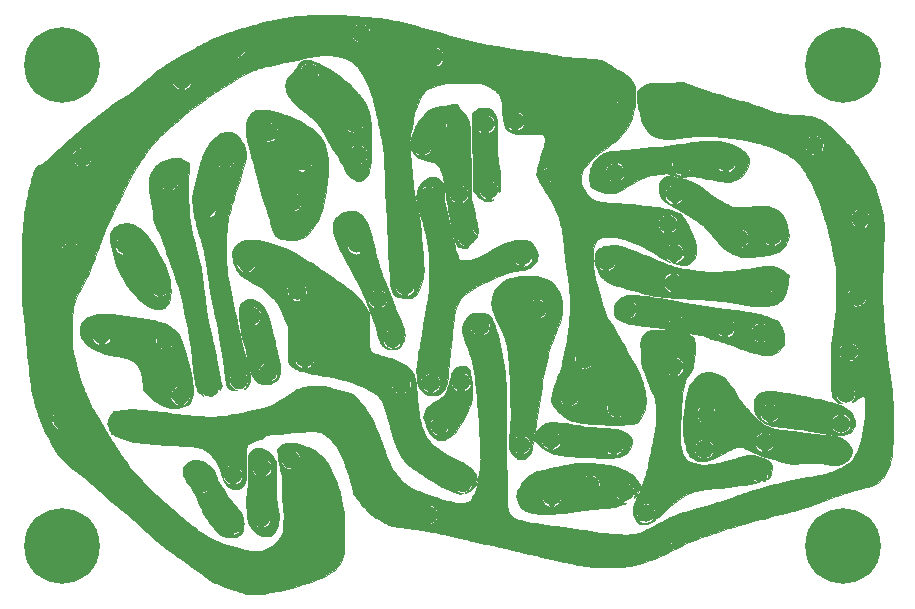
<source format=gbr>
%TF.GenerationSoftware,KiCad,Pcbnew,(5.1.6)-1*%
%TF.CreationDate,2020-07-12T11:16:24-05:00*%
%TF.ProjectId,Bird Monk Train,42697264-204d-46f6-9e6b-20547261696e,rev?*%
%TF.SameCoordinates,Original*%
%TF.FileFunction,Copper,L1,Top*%
%TF.FilePolarity,Positive*%
%FSLAX46Y46*%
G04 Gerber Fmt 4.6, Leading zero omitted, Abs format (unit mm)*
G04 Created by KiCad (PCBNEW (5.1.6)-1) date 2020-07-12 11:16:24*
%MOMM*%
%LPD*%
G01*
G04 APERTURE LIST*
%TA.AperFunction,EtchedComponent*%
%ADD10C,0.010000*%
%TD*%
%TA.AperFunction,ComponentPad*%
%ADD11C,6.400000*%
%TD*%
%TA.AperFunction,ComponentPad*%
%ADD12C,1.600000*%
%TD*%
%TA.AperFunction,ComponentPad*%
%ADD13O,1.600000X1.600000*%
%TD*%
%TA.AperFunction,ComponentPad*%
%ADD14C,0.100000*%
%TD*%
%TA.AperFunction,ComponentPad*%
%ADD15C,1.500000*%
%TD*%
%TA.AperFunction,ComponentPad*%
%ADD16C,2.000000*%
%TD*%
%TA.AperFunction,Conductor*%
%ADD17C,0.635000*%
%TD*%
%TA.AperFunction,Conductor*%
%ADD18C,0.508000*%
%TD*%
G04 APERTURE END LIST*
D10*
%TO.C,G\u002A\u002A\u002A*%
G36*
X122046042Y-109891918D02*
G01*
X122575004Y-109912110D01*
X123076009Y-109944670D01*
X123198068Y-109954960D01*
X123293174Y-109963227D01*
X123429670Y-109974880D01*
X123598268Y-109989137D01*
X123789679Y-110005215D01*
X123994613Y-110022332D01*
X124203782Y-110039706D01*
X124240511Y-110042746D01*
X124573227Y-110070411D01*
X124860432Y-110094654D01*
X125107312Y-110115999D01*
X125319052Y-110134968D01*
X125500838Y-110152083D01*
X125657857Y-110167869D01*
X125795295Y-110182846D01*
X125918338Y-110197539D01*
X126032172Y-110212470D01*
X126141983Y-110228162D01*
X126252957Y-110245137D01*
X126261248Y-110246441D01*
X126420095Y-110274674D01*
X126622654Y-110315862D01*
X126863831Y-110368686D01*
X127138530Y-110431827D01*
X127441656Y-110503967D01*
X127768116Y-110583788D01*
X128112814Y-110669972D01*
X128470656Y-110761199D01*
X128836546Y-110856152D01*
X129205390Y-110953513D01*
X129572094Y-111051962D01*
X129931562Y-111150182D01*
X130278700Y-111246854D01*
X130608413Y-111340660D01*
X130915606Y-111430281D01*
X131195184Y-111514400D01*
X131364435Y-111566998D01*
X131960015Y-111744788D01*
X132603539Y-111917591D01*
X133292296Y-112084868D01*
X134023573Y-112246081D01*
X134794660Y-112400692D01*
X135602844Y-112548162D01*
X136445413Y-112687952D01*
X137319657Y-112819525D01*
X138222863Y-112942342D01*
X138415185Y-112966873D01*
X138758541Y-113010713D01*
X139055544Y-113049865D01*
X139310410Y-113084980D01*
X139527357Y-113116711D01*
X139710601Y-113145709D01*
X139864360Y-113172627D01*
X139992849Y-113198116D01*
X140100286Y-113222829D01*
X140144114Y-113234201D01*
X140455410Y-113308077D01*
X140811736Y-113374340D01*
X141207749Y-113432359D01*
X141638110Y-113481497D01*
X142097477Y-113521122D01*
X142580511Y-113550598D01*
X142928198Y-113564799D01*
X143254570Y-113578048D01*
X143537014Y-113595617D01*
X143782359Y-113618690D01*
X143997431Y-113648450D01*
X144189056Y-113686080D01*
X144364063Y-113732763D01*
X144529278Y-113789683D01*
X144691528Y-113858023D01*
X144733970Y-113877760D01*
X144857946Y-113943811D01*
X145003452Y-114032800D01*
X145153977Y-114133920D01*
X145293014Y-114236362D01*
X145343614Y-114276854D01*
X145537702Y-114409826D01*
X145773878Y-114524473D01*
X145855816Y-114556173D01*
X145996757Y-114620075D01*
X146156530Y-114712980D01*
X146326261Y-114827719D01*
X146497074Y-114957125D01*
X146660096Y-115094032D01*
X146806452Y-115231272D01*
X146927267Y-115361677D01*
X147013666Y-115478081D01*
X147028243Y-115503043D01*
X147148657Y-115769261D01*
X147233575Y-116063470D01*
X147283101Y-116387291D01*
X147297339Y-116742340D01*
X147276392Y-117130236D01*
X147220364Y-117552598D01*
X147175194Y-117797386D01*
X147083254Y-118207876D01*
X146979986Y-118574971D01*
X146861996Y-118905503D01*
X146725891Y-119206306D01*
X146568278Y-119484213D01*
X146385764Y-119746056D01*
X146174955Y-119998668D01*
X145981686Y-120200656D01*
X145865380Y-120313641D01*
X145749018Y-120421373D01*
X145626545Y-120528780D01*
X145491910Y-120640788D01*
X145339059Y-120762324D01*
X145161940Y-120898315D01*
X144954499Y-121053688D01*
X144733404Y-121216713D01*
X144458308Y-121420764D01*
X144218873Y-121603644D01*
X144007775Y-121771345D01*
X143817687Y-121929859D01*
X143641283Y-122085181D01*
X143471238Y-122243302D01*
X143429192Y-122283654D01*
X143238213Y-122474710D01*
X143084660Y-122645764D01*
X142963893Y-122805385D01*
X142871271Y-122962139D01*
X142802152Y-123124593D01*
X142751897Y-123301316D01*
X142715863Y-123500874D01*
X142699652Y-123630459D01*
X142687267Y-123765384D01*
X142684942Y-123871451D01*
X142693296Y-123969770D01*
X142712854Y-124080993D01*
X142785534Y-124326867D01*
X142905587Y-124584890D01*
X143071725Y-124852448D01*
X143139426Y-124946393D01*
X143308512Y-125158681D01*
X143469243Y-125327836D01*
X143628960Y-125459090D01*
X143795000Y-125557677D01*
X143974705Y-125628831D01*
X144161332Y-125675129D01*
X144275351Y-125696398D01*
X144384431Y-125715023D01*
X144494709Y-125731625D01*
X144612323Y-125746826D01*
X144743413Y-125761247D01*
X144894117Y-125775509D01*
X145070573Y-125790234D01*
X145278919Y-125806042D01*
X145525294Y-125823556D01*
X145815835Y-125843396D01*
X145839410Y-125844984D01*
X146449846Y-125887875D01*
X147011900Y-125931252D01*
X147528043Y-125975477D01*
X148000742Y-126020912D01*
X148432467Y-126067918D01*
X148825687Y-126116858D01*
X149182872Y-126168092D01*
X149506491Y-126221983D01*
X149799012Y-126278892D01*
X150062905Y-126339182D01*
X150300639Y-126403212D01*
X150514684Y-126471347D01*
X150707508Y-126543946D01*
X150759356Y-126565692D01*
X150956894Y-126660094D01*
X151115298Y-126759300D01*
X151246134Y-126872059D01*
X151360965Y-127007118D01*
X151382903Y-127037399D01*
X151480206Y-127187364D01*
X151589225Y-127376771D01*
X151705866Y-127596730D01*
X151826031Y-127838352D01*
X151945625Y-128092750D01*
X152060551Y-128351033D01*
X152166714Y-128604314D01*
X152260018Y-128843705D01*
X152336366Y-129060315D01*
X152379125Y-129199250D01*
X152422512Y-129391671D01*
X152449463Y-129595998D01*
X152459150Y-129796985D01*
X152450747Y-129979387D01*
X152428488Y-130109506D01*
X152346894Y-130339933D01*
X152227846Y-130552790D01*
X152077879Y-130739308D01*
X151903528Y-130890720D01*
X151796384Y-130957610D01*
X151717272Y-130998524D01*
X151652986Y-131023956D01*
X151586690Y-131037502D01*
X151501553Y-131042756D01*
X151394865Y-131043366D01*
X151146624Y-131027570D01*
X150883047Y-130983687D01*
X150880000Y-130983025D01*
X150748199Y-130951674D01*
X150659034Y-130924732D01*
X150614179Y-130903176D01*
X150615312Y-130887982D01*
X150664107Y-130880128D01*
X150702022Y-130879249D01*
X150812055Y-130860802D01*
X150938494Y-130810881D01*
X151065781Y-130737561D01*
X151178353Y-130648916D01*
X151212796Y-130614245D01*
X151318058Y-130483159D01*
X151385364Y-130354054D01*
X151420977Y-130210466D01*
X151431165Y-130040230D01*
X151428737Y-129923963D01*
X151418808Y-129838736D01*
X151397365Y-129764858D01*
X151360397Y-129682639D01*
X151356843Y-129675501D01*
X151251898Y-129516146D01*
X151112394Y-129379251D01*
X150951479Y-129276812D01*
X150891483Y-129250921D01*
X150793221Y-129219723D01*
X150698557Y-129205627D01*
X150583333Y-129205486D01*
X150554014Y-129206948D01*
X150344390Y-129241007D01*
X150161992Y-129317905D01*
X150007786Y-129437005D01*
X149882738Y-129597673D01*
X149839629Y-129676413D01*
X149792585Y-129781298D01*
X149767262Y-129869626D01*
X149757469Y-129967348D01*
X149756467Y-130024946D01*
X149770080Y-130214241D01*
X149815368Y-130372978D01*
X149897397Y-130513928D01*
X149993685Y-130623270D01*
X150068613Y-130695330D01*
X150135839Y-130755931D01*
X150182481Y-130793529D01*
X150187157Y-130796628D01*
X150197661Y-130807709D01*
X150167593Y-130800426D01*
X150136307Y-130789022D01*
X150022706Y-130738768D01*
X149874877Y-130662536D01*
X149691235Y-130559424D01*
X149470193Y-130428534D01*
X149210167Y-130268964D01*
X149108411Y-130205393D01*
X148593988Y-129893041D01*
X148107221Y-129619277D01*
X147644425Y-129382645D01*
X147201916Y-129181688D01*
X146776010Y-129014949D01*
X146363020Y-128880973D01*
X145959264Y-128778303D01*
X145561054Y-128705482D01*
X145210454Y-128664777D01*
X144935678Y-128649609D01*
X144702140Y-128655563D01*
X144504341Y-128683728D01*
X144336779Y-128735193D01*
X144193954Y-128811047D01*
X144099605Y-128884738D01*
X143971697Y-129031792D01*
X143868017Y-129220337D01*
X143788350Y-129451145D01*
X143732483Y-129724988D01*
X143700201Y-130042641D01*
X143691132Y-130358048D01*
X143704138Y-130782034D01*
X143743733Y-131233786D01*
X143810343Y-131715630D01*
X143904393Y-132229893D01*
X144026307Y-132778901D01*
X144176509Y-133364979D01*
X144351935Y-133978795D01*
X144477781Y-134383869D01*
X144598197Y-134738908D01*
X144713391Y-135044411D01*
X144823571Y-135300882D01*
X144928945Y-135508821D01*
X145029721Y-135668730D01*
X145077670Y-135729919D01*
X145178488Y-135861196D01*
X145291163Y-136033530D01*
X145417040Y-136249138D01*
X145557469Y-136510239D01*
X145590736Y-136574565D01*
X145669228Y-136722807D01*
X145766490Y-136899555D01*
X145874280Y-137090234D01*
X145984354Y-137280269D01*
X146088470Y-137455083D01*
X146091968Y-137460851D01*
X146216976Y-137669797D01*
X146326243Y-137858424D01*
X146417560Y-138022603D01*
X146488718Y-138158209D01*
X146537509Y-138261115D01*
X146561723Y-138327194D01*
X146564034Y-138342706D01*
X146577080Y-138379048D01*
X146613718Y-138451872D01*
X146670196Y-138554783D01*
X146742762Y-138681390D01*
X146827666Y-138825299D01*
X146921155Y-138980118D01*
X147019480Y-139139454D01*
X147118888Y-139296913D01*
X147175610Y-139384934D01*
X147373897Y-139707214D01*
X147541397Y-140019503D01*
X147683780Y-140335068D01*
X147806717Y-140667179D01*
X147915879Y-141029106D01*
X147973868Y-141252843D01*
X148030130Y-141487598D01*
X148073334Y-141685827D01*
X148105103Y-141859692D01*
X148127060Y-142021354D01*
X148140828Y-142182972D01*
X148148029Y-142356707D01*
X148150286Y-142554720D01*
X148150303Y-142574965D01*
X148149860Y-142744572D01*
X148147788Y-142873914D01*
X148143032Y-142973577D01*
X148134537Y-143054142D01*
X148121246Y-143126194D01*
X148102104Y-143200316D01*
X148080820Y-143271631D01*
X147989026Y-143530744D01*
X147880156Y-143770658D01*
X147758165Y-143985292D01*
X147627007Y-144168560D01*
X147490634Y-144314380D01*
X147353000Y-144416669D01*
X147327812Y-144430286D01*
X147263799Y-144458413D01*
X147188878Y-144481745D01*
X147096778Y-144501101D01*
X146981227Y-144517296D01*
X146835952Y-144531149D01*
X146654682Y-144543476D01*
X146431143Y-144555094D01*
X146336957Y-144559355D01*
X146098380Y-144566996D01*
X145826626Y-144570812D01*
X145528987Y-144571049D01*
X145212753Y-144567950D01*
X144885218Y-144561759D01*
X144553674Y-144552721D01*
X144225411Y-144541080D01*
X143907723Y-144527079D01*
X143607901Y-144510964D01*
X143333236Y-144492978D01*
X143091022Y-144473366D01*
X142888550Y-144452371D01*
X142801071Y-144440943D01*
X142392238Y-144368113D01*
X142024959Y-144271910D01*
X141694653Y-144150353D01*
X141396742Y-144001461D01*
X141126647Y-143823253D01*
X140879789Y-143613747D01*
X140872248Y-143606530D01*
X140749100Y-143483178D01*
X140640751Y-143361996D01*
X140538018Y-143231246D01*
X140431718Y-143079189D01*
X140429192Y-143075261D01*
X144814410Y-143075261D01*
X144817252Y-143259948D01*
X144850435Y-143414762D01*
X144918774Y-143553810D01*
X145023146Y-143686900D01*
X145168843Y-143821879D01*
X145321407Y-143910337D01*
X145491002Y-143956495D01*
X145687793Y-143964576D01*
X145691249Y-143964417D01*
X145836278Y-143948390D01*
X145959833Y-143911478D01*
X146014219Y-143887038D01*
X146163132Y-143789641D01*
X146296303Y-143656429D01*
X146400154Y-143502393D01*
X146438029Y-143419131D01*
X146469226Y-143320869D01*
X146483322Y-143226204D01*
X146483464Y-143110980D01*
X146482001Y-143081661D01*
X146447879Y-142872048D01*
X146370878Y-142689486D01*
X146251785Y-142535179D01*
X146091389Y-142410328D01*
X146014240Y-142368115D01*
X145822348Y-142300555D01*
X145625513Y-142281372D01*
X145430786Y-142309524D01*
X145245216Y-142383972D01*
X145075855Y-142503675D01*
X145072021Y-142507120D01*
X144946760Y-142648235D01*
X144864145Y-142809490D01*
X144820984Y-142997925D01*
X144814410Y-143075261D01*
X140429192Y-143075261D01*
X140312669Y-142894089D01*
X140303919Y-142880070D01*
X140238543Y-142775511D01*
X140193029Y-142697675D01*
X140165031Y-142634024D01*
X140152200Y-142572023D01*
X140152192Y-142499133D01*
X140162657Y-142402818D01*
X140181251Y-142270542D01*
X140184932Y-142244434D01*
X140194957Y-142189308D01*
X140833502Y-142189308D01*
X140855336Y-142395285D01*
X140920950Y-142581582D01*
X141027938Y-142742360D01*
X141085771Y-142801923D01*
X141253094Y-142928687D01*
X141429864Y-143007258D01*
X141620381Y-143038655D01*
X141828946Y-143023899D01*
X141930535Y-143002297D01*
X142083030Y-142939748D01*
X142227030Y-142835416D01*
X142352499Y-142698346D01*
X142449401Y-142537583D01*
X142451733Y-142532551D01*
X142492153Y-142401275D01*
X142510436Y-142244605D01*
X142506532Y-142082232D01*
X142480389Y-141933845D01*
X142453489Y-141858587D01*
X142359185Y-141705219D01*
X142229556Y-141566397D01*
X142080113Y-141457980D01*
X142041906Y-141437698D01*
X141963099Y-141402371D01*
X141891939Y-141381211D01*
X141810312Y-141370815D01*
X141700106Y-141367779D01*
X141669640Y-141367762D01*
X141545126Y-141370731D01*
X141454491Y-141380879D01*
X141380951Y-141401047D01*
X141322936Y-141426409D01*
X141145475Y-141537953D01*
X141006914Y-141680021D01*
X140916143Y-141828063D01*
X140871151Y-141927622D01*
X140846107Y-142011709D01*
X140835427Y-142104730D01*
X140833502Y-142189308D01*
X140194957Y-142189308D01*
X140234308Y-141972928D01*
X140311008Y-141669824D01*
X140415779Y-141332675D01*
X140549370Y-140959036D01*
X140679991Y-140626053D01*
X140781438Y-140366605D01*
X140874231Y-140107957D01*
X140960101Y-139843545D01*
X141040780Y-139566801D01*
X141117999Y-139271161D01*
X141170226Y-139049001D01*
X142116843Y-139049001D01*
X142140669Y-139225807D01*
X142194790Y-139380813D01*
X142196958Y-139385095D01*
X142302478Y-139541756D01*
X142442142Y-139675683D01*
X142603646Y-139776892D01*
X142743038Y-139828287D01*
X142861077Y-139843684D01*
X143003181Y-139841504D01*
X143146729Y-139823646D01*
X143269101Y-139792012D01*
X143294170Y-139781981D01*
X143427008Y-139702949D01*
X143555797Y-139590963D01*
X143663530Y-139462243D01*
X143710290Y-139385095D01*
X143765562Y-139230404D01*
X143790231Y-139053406D01*
X143783385Y-138873079D01*
X143744115Y-138708395D01*
X143742910Y-138705174D01*
X143649249Y-138525240D01*
X143518991Y-138377221D01*
X143358090Y-138265183D01*
X143172498Y-138193192D01*
X142968165Y-138165313D01*
X142952410Y-138165115D01*
X142840299Y-138168007D01*
X142754021Y-138181556D01*
X142668805Y-138211418D01*
X142591436Y-138247555D01*
X142413547Y-138361051D01*
X142273358Y-138506644D01*
X142173929Y-138681049D01*
X142163819Y-138706560D01*
X142124248Y-138869538D01*
X142116843Y-139049001D01*
X141170226Y-139049001D01*
X141193488Y-138950056D01*
X141268978Y-138596923D01*
X141346200Y-138205194D01*
X141412888Y-137845836D01*
X141478410Y-137478497D01*
X141533877Y-137152068D01*
X141580183Y-136857803D01*
X141618221Y-136586952D01*
X141648883Y-136330769D01*
X141673063Y-136080505D01*
X141691652Y-135827412D01*
X141705544Y-135562743D01*
X141715632Y-135277750D01*
X141722808Y-134963684D01*
X141725769Y-134780157D01*
X141729153Y-134496903D01*
X141730348Y-134242398D01*
X141728822Y-134009746D01*
X141724044Y-133792054D01*
X141715483Y-133582428D01*
X141702608Y-133373973D01*
X141684887Y-133159795D01*
X141661790Y-132933000D01*
X141632785Y-132686694D01*
X141597340Y-132413982D01*
X141554925Y-132107970D01*
X141505008Y-131761763D01*
X141480099Y-131591991D01*
X141436620Y-131291089D01*
X141397998Y-131010319D01*
X141362980Y-130738967D01*
X141330311Y-130466320D01*
X141298739Y-130181661D01*
X141267009Y-129874279D01*
X141233869Y-129533457D01*
X141212271Y-129302893D01*
X141174491Y-128922866D01*
X141135328Y-128587042D01*
X141093719Y-128288776D01*
X141048602Y-128021421D01*
X140998917Y-127778331D01*
X140943600Y-127552860D01*
X140942405Y-127548539D01*
X149196063Y-127548539D01*
X149199655Y-127675542D01*
X149212575Y-127771026D01*
X149238036Y-127853953D01*
X149254238Y-127891782D01*
X149352999Y-128051691D01*
X149489078Y-128192484D01*
X149649693Y-128302965D01*
X149793063Y-128363802D01*
X149904009Y-128382835D01*
X150041278Y-128385312D01*
X150183505Y-128372330D01*
X150309328Y-128344988D01*
X150336140Y-128335879D01*
X150506736Y-128246425D01*
X150650393Y-128120182D01*
X150762447Y-127965474D01*
X150838237Y-127790621D01*
X150873100Y-127603945D01*
X150862375Y-127413767D01*
X150859897Y-127401033D01*
X150795388Y-127200190D01*
X150691353Y-127026252D01*
X150552110Y-126884458D01*
X150381976Y-126780048D01*
X150330737Y-126758733D01*
X150237816Y-126728957D01*
X150148053Y-126714635D01*
X150039387Y-126713014D01*
X149983754Y-126715407D01*
X149792775Y-126742043D01*
X149630810Y-126803401D01*
X149485116Y-126905184D01*
X149419255Y-126967970D01*
X149310155Y-127101017D01*
X149240206Y-127240263D01*
X149204116Y-127399477D01*
X149196063Y-127548539D01*
X140942405Y-127548539D01*
X140917784Y-127459550D01*
X140795834Y-127078174D01*
X140645123Y-126680566D01*
X140471200Y-126278312D01*
X140279611Y-125882995D01*
X140075903Y-125506200D01*
X139865622Y-125159511D01*
X139700294Y-124917007D01*
X139517947Y-124652980D01*
X139354829Y-124393160D01*
X139213404Y-124142656D01*
X139096136Y-123906577D01*
X139005488Y-123690031D01*
X138943923Y-123498127D01*
X138913905Y-123335973D01*
X138911283Y-123280745D01*
X138913417Y-123255889D01*
X139572556Y-123255889D01*
X139602104Y-123449986D01*
X139624519Y-123518609D01*
X139712031Y-123684397D01*
X139838205Y-123832555D01*
X139991131Y-123950770D01*
X140093264Y-124003252D01*
X140184447Y-124037383D01*
X140265653Y-124055387D01*
X140358875Y-124060668D01*
X140449220Y-124058358D01*
X140566717Y-124049880D01*
X140656523Y-124032425D01*
X140741706Y-124000009D01*
X140813438Y-123963881D01*
X140979060Y-123849883D01*
X141106215Y-123709473D01*
X141195021Y-123549365D01*
X141245595Y-123376271D01*
X141258053Y-123196903D01*
X141232512Y-123017974D01*
X141169088Y-122846197D01*
X141067899Y-122688284D01*
X140929062Y-122550948D01*
X140787252Y-122458420D01*
X140726996Y-122430493D01*
X140664238Y-122413044D01*
X140584597Y-122403765D01*
X140473693Y-122400350D01*
X140423794Y-122400112D01*
X140297997Y-122401783D01*
X140207688Y-122408706D01*
X140137583Y-122423353D01*
X140072394Y-122448197D01*
X140044373Y-122461493D01*
X139878022Y-122570156D01*
X139744479Y-122711948D01*
X139646930Y-122878848D01*
X139588560Y-123062836D01*
X139572556Y-123255889D01*
X138913417Y-123255889D01*
X138920247Y-123176383D01*
X138945770Y-123030218D01*
X138986419Y-122848010D01*
X139040762Y-122635519D01*
X139107365Y-122398504D01*
X139184797Y-122142725D01*
X139228355Y-122005796D01*
X139323794Y-121708287D01*
X139403605Y-121453944D01*
X139469032Y-121237964D01*
X139521320Y-121055543D01*
X139561714Y-120901877D01*
X139591457Y-120772162D01*
X139611794Y-120661594D01*
X139623971Y-120565370D01*
X139629230Y-120478686D01*
X139629621Y-120456857D01*
X139608398Y-120288521D01*
X139544997Y-120134700D01*
X139446587Y-120009900D01*
X139365372Y-119933624D01*
X138953842Y-119934635D01*
X138812200Y-119935236D01*
X138632187Y-119936389D01*
X138426277Y-119937991D01*
X138206946Y-119939940D01*
X137986669Y-119942134D01*
X137830401Y-119943855D01*
X137617621Y-119946045D01*
X137448404Y-119946911D01*
X137315468Y-119946098D01*
X137211535Y-119943249D01*
X137129326Y-119938006D01*
X137061559Y-119930013D01*
X137000955Y-119918913D01*
X136940236Y-119904349D01*
X136921022Y-119899282D01*
X136722064Y-119828171D01*
X136555017Y-119726634D01*
X136412580Y-119593677D01*
X136337635Y-119499937D01*
X136273298Y-119393914D01*
X136218327Y-119270551D01*
X136171483Y-119124793D01*
X136131523Y-118951583D01*
X136101201Y-118769799D01*
X136250741Y-118769799D01*
X136255309Y-118960202D01*
X136305118Y-119145103D01*
X136394646Y-119316019D01*
X136518369Y-119464467D01*
X136670766Y-119581963D01*
X136826096Y-119653648D01*
X136975580Y-119682987D01*
X137145567Y-119684412D01*
X137315103Y-119659455D01*
X137463231Y-119609644D01*
X137469340Y-119606704D01*
X137633351Y-119498484D01*
X137770195Y-119348850D01*
X137865102Y-119186625D01*
X137914546Y-119032194D01*
X137933370Y-118857756D01*
X137921331Y-118682810D01*
X137878186Y-118526852D01*
X137873451Y-118515929D01*
X137771106Y-118343670D01*
X137638033Y-118205719D01*
X137481434Y-118103337D01*
X137308513Y-118037783D01*
X137126471Y-118010318D01*
X136942510Y-118022201D01*
X136763834Y-118074693D01*
X136597644Y-118169054D01*
X136481454Y-118272385D01*
X136361723Y-118426949D01*
X136286560Y-118591463D01*
X136250741Y-118769799D01*
X136101201Y-118769799D01*
X136097208Y-118745866D01*
X136067295Y-118502584D01*
X136040544Y-118216682D01*
X136024872Y-118014004D01*
X136003027Y-117729190D01*
X135981323Y-117489465D01*
X135958247Y-117289094D01*
X135932288Y-117122343D01*
X135901934Y-116983476D01*
X135865672Y-116866759D01*
X135821990Y-116766457D01*
X135769376Y-116676835D01*
X135706319Y-116592159D01*
X135631307Y-116506693D01*
X135625935Y-116500924D01*
X135591197Y-116468176D01*
X145173906Y-116468176D01*
X145187739Y-116662913D01*
X145189539Y-116671838D01*
X145252422Y-116856713D01*
X145356754Y-117024894D01*
X145494486Y-117167139D01*
X145657565Y-117274205D01*
X145747338Y-117312091D01*
X145878474Y-117339742D01*
X146033757Y-117345728D01*
X146191816Y-117331048D01*
X146331277Y-117296700D01*
X146365097Y-117283244D01*
X146519637Y-117189776D01*
X146658076Y-117058932D01*
X146766674Y-116904135D01*
X146780760Y-116877245D01*
X146818922Y-116793211D01*
X146841359Y-116717891D01*
X146852133Y-116631484D01*
X146855308Y-116514191D01*
X146855309Y-116513904D01*
X146853147Y-116394302D01*
X146842807Y-116305771D01*
X146820704Y-116228742D01*
X146790113Y-116157948D01*
X146682735Y-115986461D01*
X146542310Y-115847240D01*
X146376426Y-115744386D01*
X146192674Y-115682001D01*
X145998643Y-115664186D01*
X145894805Y-115674125D01*
X145702126Y-115729117D01*
X145532279Y-115823791D01*
X145389899Y-115951590D01*
X145279620Y-116105958D01*
X145206078Y-116280339D01*
X145173906Y-116468176D01*
X135591197Y-116468176D01*
X135376220Y-116265515D01*
X135097170Y-116059623D01*
X134797489Y-115888013D01*
X134485882Y-115755451D01*
X134171053Y-115666701D01*
X134067438Y-115647762D01*
X133981257Y-115638455D01*
X133851650Y-115630068D01*
X133686037Y-115622686D01*
X133491837Y-115616395D01*
X133276467Y-115611282D01*
X133047347Y-115607432D01*
X132811895Y-115604932D01*
X132577530Y-115603868D01*
X132351671Y-115604325D01*
X132141737Y-115606391D01*
X131955146Y-115610151D01*
X131799317Y-115615691D01*
X131715507Y-115620463D01*
X131321442Y-115660188D01*
X130948139Y-115724541D01*
X130578121Y-115817350D01*
X130193916Y-115942442D01*
X130116548Y-115970665D01*
X129877925Y-116067413D01*
X129682085Y-116167329D01*
X129521072Y-116276947D01*
X129386928Y-116402801D01*
X129271697Y-116551425D01*
X129167424Y-116729354D01*
X129149146Y-116765114D01*
X129056371Y-116954753D01*
X128959821Y-117160533D01*
X128864490Y-117371140D01*
X128775371Y-117575258D01*
X128697460Y-117761570D01*
X128635751Y-117918761D01*
X128615827Y-117973484D01*
X128574490Y-118100698D01*
X128539283Y-118233169D01*
X128508652Y-118379576D01*
X128481045Y-118548594D01*
X128454907Y-118748901D01*
X128428686Y-118989175D01*
X128421941Y-119056446D01*
X128401299Y-119239297D01*
X128378134Y-119399820D01*
X128354000Y-119528517D01*
X128330481Y-119615806D01*
X128281316Y-119756575D01*
X128246526Y-119867898D01*
X128221990Y-119967698D01*
X128203587Y-120073896D01*
X128187197Y-120204416D01*
X128179952Y-120270520D01*
X128171267Y-120358481D01*
X128165077Y-120442411D01*
X128161513Y-120529103D01*
X128160703Y-120625353D01*
X128162778Y-120737957D01*
X128167866Y-120873711D01*
X128176099Y-121039409D01*
X128187605Y-121241848D01*
X128202514Y-121487822D01*
X128203492Y-121503653D01*
X128269682Y-122444576D01*
X128349054Y-123337878D01*
X128441542Y-124182822D01*
X128448885Y-124243233D01*
X128488531Y-124552754D01*
X128527104Y-124821708D01*
X128566404Y-125060300D01*
X128608232Y-125278732D01*
X128654389Y-125487209D01*
X128702430Y-125679770D01*
X128756645Y-125895413D01*
X128806828Y-126114043D01*
X128853616Y-126340155D01*
X128897646Y-126578244D01*
X128939554Y-126832806D01*
X128979977Y-127108336D01*
X129019551Y-127409330D01*
X129058913Y-127740282D01*
X129098700Y-128105690D01*
X129139548Y-128510047D01*
X129182093Y-128957850D01*
X129210097Y-129264755D01*
X129246438Y-129674325D01*
X129277380Y-130037401D01*
X129303056Y-130358036D01*
X129323599Y-130640283D01*
X129339144Y-130888199D01*
X129349823Y-131105835D01*
X129355771Y-131297247D01*
X129357119Y-131466488D01*
X129354003Y-131617613D01*
X129346554Y-131754675D01*
X129334908Y-131881728D01*
X129319196Y-132002828D01*
X129303424Y-132100239D01*
X129239875Y-132397997D01*
X129156885Y-132683098D01*
X129057366Y-132949613D01*
X128944228Y-133191613D01*
X128820381Y-133403170D01*
X128688736Y-133578356D01*
X128552203Y-133711240D01*
X128491146Y-133754897D01*
X128393812Y-133810370D01*
X128299853Y-133847376D01*
X128196470Y-133868306D01*
X128070866Y-133875551D01*
X127910242Y-133871501D01*
X127876347Y-133869742D01*
X127598983Y-133845762D01*
X127365424Y-133804948D01*
X127170608Y-133744536D01*
X127009475Y-133661765D01*
X126876964Y-133553872D01*
X126768015Y-133418093D01*
X126677567Y-133251667D01*
X126656877Y-133204048D01*
X126614052Y-133092892D01*
X126581204Y-132984953D01*
X126565310Y-132910124D01*
X126930738Y-132910124D01*
X126952846Y-133076491D01*
X126993425Y-133200291D01*
X127103078Y-133384836D01*
X127242523Y-133529981D01*
X127407086Y-133633713D01*
X127592092Y-133694023D01*
X127792868Y-133708899D01*
X128004740Y-133676328D01*
X128061202Y-133659797D01*
X128224101Y-133581844D01*
X128369911Y-133461623D01*
X128489488Y-133307094D01*
X128512762Y-133266720D01*
X128555625Y-133183722D01*
X128581784Y-133116629D01*
X128595311Y-133047339D01*
X128600277Y-132957750D01*
X128600843Y-132875165D01*
X128591409Y-132702470D01*
X128559415Y-132562030D01*
X128498997Y-132438067D01*
X128404289Y-132314804D01*
X128384362Y-132292791D01*
X128234064Y-132163858D01*
X128066037Y-132077871D01*
X127887309Y-132033358D01*
X127704908Y-132028847D01*
X127525862Y-132062867D01*
X127357199Y-132133946D01*
X127205945Y-132240612D01*
X127079130Y-132381394D01*
X126983780Y-132554818D01*
X126970695Y-132588850D01*
X126936419Y-132740379D01*
X126930738Y-132910124D01*
X126565310Y-132910124D01*
X126556892Y-132870496D01*
X126539675Y-132739788D01*
X126528112Y-132583095D01*
X126520762Y-132390684D01*
X126517990Y-132265947D01*
X126512482Y-132091427D01*
X126502741Y-131905286D01*
X126489970Y-131725917D01*
X126475370Y-131571710D01*
X126469337Y-131521572D01*
X126454870Y-131405410D01*
X126441501Y-131285153D01*
X126429042Y-131157178D01*
X126417306Y-131017866D01*
X126406106Y-130863596D01*
X126395253Y-130690749D01*
X126384562Y-130495702D01*
X126373843Y-130274837D01*
X126362910Y-130024532D01*
X126351576Y-129741167D01*
X126339652Y-129421122D01*
X126326952Y-129060776D01*
X126313289Y-128656509D01*
X126299870Y-128247738D01*
X126284668Y-127810119D01*
X126268780Y-127415580D01*
X126251801Y-127056351D01*
X126233324Y-126724661D01*
X126212943Y-126412741D01*
X126190252Y-126112820D01*
X126184974Y-126048438D01*
X126164971Y-125793230D01*
X126147163Y-125533381D01*
X126131228Y-125262009D01*
X126116846Y-124972230D01*
X126103694Y-124657161D01*
X126091452Y-124309919D01*
X126079799Y-123923621D01*
X126071666Y-123620310D01*
X126059551Y-123181432D01*
X126046909Y-122790520D01*
X126033595Y-122444691D01*
X126019463Y-122141060D01*
X126004369Y-121876746D01*
X125988166Y-121648864D01*
X125970709Y-121454531D01*
X125955784Y-121321605D01*
X125942172Y-121229486D01*
X125919062Y-121093215D01*
X125887577Y-120918368D01*
X125848839Y-120710522D01*
X125803970Y-120475254D01*
X125754092Y-120218141D01*
X125700328Y-119944761D01*
X125643799Y-119660689D01*
X125585628Y-119371502D01*
X125526938Y-119082779D01*
X125468850Y-118800095D01*
X125412486Y-118529028D01*
X125358969Y-118275154D01*
X125309422Y-118044051D01*
X125264966Y-117841295D01*
X125226723Y-117672463D01*
X125195816Y-117543132D01*
X125193964Y-117535734D01*
X125055573Y-117026159D01*
X124903317Y-116541913D01*
X124738619Y-116085749D01*
X124562901Y-115660423D01*
X124377587Y-115268688D01*
X124184100Y-114913298D01*
X123983861Y-114597008D01*
X123778294Y-114322571D01*
X123568821Y-114092743D01*
X123356866Y-113910277D01*
X123300467Y-113870214D01*
X123011272Y-113700167D01*
X122680598Y-113554617D01*
X122306723Y-113432839D01*
X122228066Y-113412002D01*
X129440255Y-113412002D01*
X129441980Y-113532417D01*
X129449100Y-113618026D01*
X129464532Y-113684814D01*
X129491192Y-113748765D01*
X129507520Y-113780671D01*
X129627824Y-113955401D01*
X129783996Y-114098346D01*
X129967851Y-114202585D01*
X130037508Y-114228737D01*
X130132366Y-114245054D01*
X130256970Y-114246602D01*
X130392946Y-114235046D01*
X130521920Y-114212052D01*
X130625516Y-114179288D01*
X130636056Y-114174449D01*
X130803435Y-114067651D01*
X130935840Y-113930234D01*
X131032016Y-113769643D01*
X131090709Y-113593321D01*
X131110665Y-113408713D01*
X131090629Y-113223263D01*
X131029348Y-113044415D01*
X130925566Y-112879614D01*
X130865492Y-112812846D01*
X130720836Y-112692852D01*
X130566541Y-112616832D01*
X130392442Y-112581059D01*
X130228198Y-112579119D01*
X130017325Y-112612377D01*
X129834616Y-112687926D01*
X129679321Y-112806246D01*
X129550691Y-112967820D01*
X129507848Y-113042173D01*
X129475066Y-113110557D01*
X129454877Y-113174357D01*
X129444350Y-113249621D01*
X129440551Y-113352394D01*
X129440255Y-113412002D01*
X122228066Y-113412002D01*
X122186444Y-113400976D01*
X121983631Y-113354170D01*
X121793959Y-113320840D01*
X121603582Y-113299707D01*
X121398655Y-113289493D01*
X121165330Y-113288919D01*
X121011482Y-113292501D01*
X120828863Y-113300073D01*
X120645686Y-113312161D01*
X120457290Y-113329548D01*
X120259012Y-113353017D01*
X120046192Y-113383351D01*
X119814168Y-113421332D01*
X119558279Y-113467744D01*
X119273864Y-113523368D01*
X118956261Y-113588988D01*
X118600809Y-113665387D01*
X118202847Y-113753347D01*
X118011282Y-113796317D01*
X117774583Y-113849431D01*
X117527616Y-113904525D01*
X117281198Y-113959208D01*
X117046148Y-114011090D01*
X116833284Y-114057778D01*
X116653425Y-114096883D01*
X116574749Y-114113809D01*
X116261786Y-114181562D01*
X115992293Y-114242003D01*
X115759756Y-114297172D01*
X115557661Y-114349114D01*
X115379496Y-114399872D01*
X115218746Y-114451488D01*
X115068900Y-114506005D01*
X114923442Y-114565467D01*
X114775861Y-114631917D01*
X114619643Y-114707396D01*
X114515286Y-114759780D01*
X114083069Y-114987942D01*
X113615069Y-115252064D01*
X113111394Y-115552083D01*
X112572149Y-115887934D01*
X111997441Y-116259553D01*
X111728022Y-116437940D01*
X111137923Y-116836541D01*
X110589178Y-117218463D01*
X110076720Y-117587787D01*
X109595483Y-117948594D01*
X109140400Y-118304965D01*
X108706405Y-118660981D01*
X108288432Y-119020722D01*
X107881415Y-119388270D01*
X107480285Y-119767706D01*
X107079978Y-120163110D01*
X106989155Y-120255050D01*
X106628567Y-120632002D01*
X106311912Y-120985070D01*
X106038607Y-121314950D01*
X105808070Y-121622337D01*
X105661618Y-121840531D01*
X105581614Y-121964550D01*
X105481694Y-122116153D01*
X105371210Y-122281336D01*
X105259511Y-122446100D01*
X105178655Y-122563733D01*
X104820953Y-123114769D01*
X104500273Y-123682893D01*
X104210863Y-124278841D01*
X104023365Y-124719387D01*
X103907665Y-124991398D01*
X103795811Y-125222431D01*
X103683306Y-125421668D01*
X103665113Y-125450941D01*
X103562036Y-125624194D01*
X103443925Y-125839427D01*
X103313391Y-126090927D01*
X103173047Y-126372984D01*
X103025504Y-126679885D01*
X102873373Y-127005919D01*
X102719266Y-127345374D01*
X102565795Y-127692539D01*
X102415570Y-128041701D01*
X102271203Y-128387149D01*
X102135307Y-128723171D01*
X102010492Y-129044056D01*
X101956229Y-129188478D01*
X101907854Y-129320281D01*
X101846241Y-129490370D01*
X101774869Y-129689011D01*
X101697222Y-129906466D01*
X101616779Y-130133000D01*
X101537023Y-130358876D01*
X101497109Y-130472462D01*
X101364625Y-130842221D01*
X101239486Y-131173421D01*
X101116994Y-131476907D01*
X100992451Y-131763524D01*
X100861156Y-132044118D01*
X100718412Y-132329532D01*
X100572412Y-132606668D01*
X100370077Y-132988240D01*
X100195821Y-133328071D01*
X100049408Y-133626659D01*
X99930606Y-133884502D01*
X99839180Y-134102099D01*
X99774896Y-134279947D01*
X99755335Y-134345068D01*
X99712116Y-134532219D01*
X99673104Y-134762580D01*
X99638717Y-135028653D01*
X99609376Y-135322937D01*
X99585497Y-135637934D01*
X99567502Y-135966145D01*
X99555807Y-136300069D01*
X99550833Y-136632208D01*
X99552999Y-136955062D01*
X99562723Y-137261132D01*
X99578225Y-137515305D01*
X99626752Y-137980360D01*
X99702430Y-138470478D01*
X99805920Y-138988559D01*
X99937882Y-139537503D01*
X100098974Y-140120210D01*
X100289858Y-140739580D01*
X100362132Y-140960450D01*
X100442579Y-141200593D01*
X100511534Y-141400462D01*
X100572282Y-141568440D01*
X100628110Y-141712909D01*
X100682302Y-141842252D01*
X100738143Y-141964851D01*
X100798921Y-142089088D01*
X100823366Y-142137245D01*
X100875050Y-142240702D01*
X100916665Y-142328659D01*
X100943392Y-142390630D01*
X100950821Y-142414651D01*
X100961377Y-142445458D01*
X100990772Y-142514426D01*
X101035594Y-142613988D01*
X101092434Y-142736580D01*
X101157881Y-142874635D01*
X101162972Y-142885256D01*
X101239282Y-143037019D01*
X101340100Y-143226030D01*
X101462251Y-143446882D01*
X101602556Y-143694167D01*
X101757841Y-143962479D01*
X101924929Y-144246412D01*
X102100643Y-144540557D01*
X102281807Y-144839510D01*
X102465245Y-145137862D01*
X102647780Y-145430207D01*
X102788033Y-145651441D01*
X102901933Y-145828730D01*
X103026496Y-146020734D01*
X103158470Y-146222594D01*
X103294601Y-146429450D01*
X103431635Y-146636443D01*
X103566320Y-146838714D01*
X103695402Y-147031403D01*
X103815628Y-147209651D01*
X103923744Y-147368598D01*
X104016498Y-147503385D01*
X104090635Y-147609153D01*
X104142904Y-147681042D01*
X104166792Y-147710901D01*
X104210669Y-147765502D01*
X104267798Y-147845617D01*
X104321387Y-147927017D01*
X104450756Y-148116040D01*
X104617864Y-148333394D01*
X104820126Y-148576426D01*
X105054960Y-148842486D01*
X105319783Y-149128920D01*
X105612010Y-149433077D01*
X105929059Y-149752305D01*
X106268346Y-150083950D01*
X106627288Y-150425362D01*
X107003301Y-150773888D01*
X107393802Y-151126876D01*
X107713984Y-151409897D01*
X107952370Y-151617042D01*
X108202926Y-151832042D01*
X108460710Y-152050831D01*
X108720779Y-152269341D01*
X108978189Y-152483505D01*
X109227997Y-152689256D01*
X109465261Y-152882525D01*
X109685037Y-153059247D01*
X109882382Y-153215354D01*
X110052353Y-153346778D01*
X110190008Y-153449452D01*
X110211815Y-153465170D01*
X110745973Y-153823813D01*
X111290185Y-154141121D01*
X111851204Y-154420182D01*
X112435786Y-154664081D01*
X113050686Y-154875907D01*
X113693656Y-155056476D01*
X113970946Y-155124136D01*
X114211202Y-155176934D01*
X114425501Y-155216466D01*
X114624921Y-155244331D01*
X114820541Y-155262124D01*
X115023439Y-155271444D01*
X115201772Y-155273880D01*
X115659430Y-155274965D01*
X115879330Y-155184254D01*
X116198320Y-155026925D01*
X116503746Y-154825881D01*
X116786744Y-154588042D01*
X117038451Y-154320326D01*
X117123167Y-154213373D01*
X117218571Y-154082721D01*
X117293148Y-153967868D01*
X117350060Y-153858987D01*
X117392464Y-153746251D01*
X117423522Y-153619832D01*
X117446394Y-153469903D01*
X117464239Y-153286636D01*
X117476729Y-153113804D01*
X117493314Y-152786806D01*
X117500641Y-152455483D01*
X117499030Y-152128503D01*
X117488803Y-151814530D01*
X117470280Y-151522232D01*
X117443782Y-151260275D01*
X117409630Y-151037326D01*
X117397664Y-150978068D01*
X117380470Y-150895554D01*
X117367661Y-150822604D01*
X117358917Y-150750606D01*
X117353917Y-150670954D01*
X117352343Y-150575038D01*
X117353874Y-150454249D01*
X117358190Y-150299979D01*
X117364971Y-150103618D01*
X117365069Y-150100891D01*
X117374178Y-149826652D01*
X117379936Y-149597064D01*
X117382158Y-149406026D01*
X117380661Y-149247435D01*
X117375261Y-149115191D01*
X117365774Y-149003193D01*
X117352017Y-148905338D01*
X117333806Y-148815526D01*
X117325327Y-148780851D01*
X117281923Y-148600817D01*
X117232995Y-148380454D01*
X117180558Y-148129722D01*
X117126625Y-147858579D01*
X117073211Y-147576987D01*
X117065263Y-147532923D01*
X117287033Y-147532923D01*
X117288926Y-147653148D01*
X117296182Y-147738829D01*
X117311838Y-147806219D01*
X117338933Y-147871570D01*
X117356951Y-147907098D01*
X117468610Y-148074256D01*
X117607808Y-148207542D01*
X117713208Y-148273923D01*
X117813404Y-148321652D01*
X117897118Y-148350031D01*
X117983936Y-148363037D01*
X118093442Y-148364648D01*
X118151121Y-148362876D01*
X118276715Y-148353767D01*
X118373287Y-148334283D01*
X118462369Y-148299552D01*
X118488882Y-148286442D01*
X118650910Y-148178565D01*
X118788570Y-148037758D01*
X118880538Y-147893781D01*
X118909914Y-147825058D01*
X118927776Y-147754458D01*
X118936709Y-147666105D01*
X118939299Y-147544120D01*
X118939310Y-147532923D01*
X118929713Y-147355484D01*
X118897061Y-147211427D01*
X118835561Y-147086303D01*
X118739422Y-146965665D01*
X118692909Y-146918293D01*
X118549214Y-146803964D01*
X118391967Y-146732189D01*
X118212033Y-146699718D01*
X118074845Y-146698304D01*
X117882015Y-146722966D01*
X117718890Y-146781950D01*
X117573632Y-146880254D01*
X117514817Y-146934756D01*
X117410368Y-147055320D01*
X117341179Y-147178584D01*
X117301965Y-147318427D01*
X117287439Y-147488730D01*
X117287033Y-147532923D01*
X117065263Y-147532923D01*
X117022330Y-147294905D01*
X117007154Y-147207570D01*
X116913983Y-146666102D01*
X117100734Y-146479955D01*
X117286957Y-146316539D01*
X117474855Y-146199751D01*
X117673766Y-146126113D01*
X117893033Y-146092150D01*
X118137443Y-146094063D01*
X118455063Y-146131281D01*
X118774412Y-146199911D01*
X119104756Y-146302502D01*
X119455361Y-146441604D01*
X119545331Y-146481509D01*
X119904404Y-146655445D01*
X120217420Y-146832893D01*
X120489174Y-147017620D01*
X120724461Y-147213396D01*
X120928074Y-147423989D01*
X121104808Y-147653169D01*
X121177705Y-147764751D01*
X121361117Y-148079310D01*
X121543082Y-148427116D01*
X121718460Y-148796241D01*
X121882109Y-149174758D01*
X122028885Y-149550740D01*
X122153647Y-149912258D01*
X122251254Y-150247387D01*
X122256074Y-150266156D01*
X122284262Y-150385377D01*
X122318819Y-150544987D01*
X122357895Y-150735193D01*
X122399644Y-150946201D01*
X122442217Y-151168217D01*
X122483766Y-151391448D01*
X122522443Y-151606101D01*
X122556400Y-151802381D01*
X122583789Y-151970495D01*
X122602762Y-152100650D01*
X122603908Y-152109500D01*
X122615728Y-152230339D01*
X122626408Y-152394647D01*
X122635854Y-152595050D01*
X122643973Y-152824176D01*
X122650672Y-153074652D01*
X122655859Y-153339107D01*
X122659441Y-153610168D01*
X122661324Y-153880463D01*
X122661415Y-154142619D01*
X122659622Y-154389263D01*
X122655851Y-154613024D01*
X122650010Y-154806530D01*
X122642005Y-154962407D01*
X122640208Y-154987472D01*
X122620209Y-155217476D01*
X122597115Y-155407503D01*
X122568507Y-155568422D01*
X122531967Y-155711102D01*
X122485075Y-155846412D01*
X122425412Y-155985221D01*
X122411587Y-156014670D01*
X122287742Y-156256739D01*
X122156980Y-156471769D01*
X122014238Y-156663940D01*
X121854456Y-156837431D01*
X121672574Y-156996421D01*
X121463532Y-157145091D01*
X121222269Y-157287619D01*
X120943725Y-157428186D01*
X120622839Y-157570970D01*
X120431819Y-157649803D01*
X119819739Y-157881629D01*
X119168249Y-158099774D01*
X118487591Y-158301529D01*
X117788009Y-158484184D01*
X117079744Y-158645030D01*
X116373039Y-158781359D01*
X115812928Y-158871351D01*
X115479968Y-158914116D01*
X115187788Y-158939018D01*
X114929634Y-158946261D01*
X114698753Y-158936050D01*
X114502573Y-158911066D01*
X114322596Y-158876535D01*
X114149956Y-158834702D01*
X113968158Y-158781026D01*
X113760709Y-158710964D01*
X113708643Y-158692417D01*
X113596912Y-158652710D01*
X113449173Y-158600795D01*
X113277540Y-158540896D01*
X113094127Y-158477239D01*
X112911048Y-158414046D01*
X112862633Y-158397401D01*
X112549216Y-158288135D01*
X112278920Y-158190118D01*
X112045910Y-158100857D01*
X111844347Y-158017860D01*
X111668395Y-157938634D01*
X111512216Y-157860687D01*
X111369973Y-157781526D01*
X111254709Y-157710813D01*
X111141243Y-157635892D01*
X110990761Y-157532767D01*
X110806772Y-157403949D01*
X110592786Y-157251949D01*
X110352313Y-157079276D01*
X110088863Y-156888443D01*
X109805945Y-156681959D01*
X109507070Y-156462336D01*
X109432474Y-156407300D01*
X109056285Y-156130216D01*
X108719434Y-155883554D01*
X108421010Y-155666660D01*
X108160103Y-155478878D01*
X107935802Y-155319551D01*
X107747195Y-155188026D01*
X107593373Y-155083647D01*
X107586857Y-155079314D01*
X107469335Y-154997760D01*
X107340939Y-154901532D01*
X107197410Y-154787073D01*
X107034489Y-154650826D01*
X106847917Y-154489235D01*
X106633435Y-154298743D01*
X106404575Y-154091975D01*
X105993487Y-153719519D01*
X105611279Y-153376109D01*
X105250484Y-153055233D01*
X104903633Y-152750376D01*
X104563259Y-152455025D01*
X104221893Y-152162664D01*
X103872068Y-151866781D01*
X103506315Y-151560861D01*
X103429800Y-151497239D01*
X103104333Y-151223089D01*
X102745748Y-150913945D01*
X102356064Y-150571571D01*
X101937302Y-150197730D01*
X101809715Y-150082784D01*
X101404998Y-149721672D01*
X101029909Y-149395949D01*
X100680765Y-149102581D01*
X100353882Y-148838536D01*
X100045578Y-148600781D01*
X99752169Y-148386284D01*
X99731952Y-148371962D01*
X99403907Y-148121938D01*
X99095756Y-147848515D01*
X98804090Y-147547472D01*
X98525500Y-147214593D01*
X98256578Y-146845656D01*
X97993913Y-146436444D01*
X97734097Y-145982738D01*
X97605513Y-145740430D01*
X97424603Y-145377128D01*
X97243220Y-144985849D01*
X97065180Y-144576320D01*
X96894300Y-144158261D01*
X96884523Y-144132771D01*
X97805924Y-144132771D01*
X97821972Y-144309275D01*
X97884854Y-144494151D01*
X97989187Y-144662332D01*
X98126918Y-144804576D01*
X98289997Y-144911642D01*
X98379771Y-144949529D01*
X98510906Y-144977179D01*
X98666190Y-144983165D01*
X98824249Y-144968485D01*
X98963709Y-144934138D01*
X98997530Y-144920682D01*
X99147753Y-144830273D01*
X99284522Y-144704223D01*
X99392305Y-144557699D01*
X99417191Y-144510930D01*
X99453792Y-144426251D01*
X99475147Y-144347466D01*
X99485163Y-144254651D01*
X99487669Y-144151341D01*
X99485555Y-144031808D01*
X99475269Y-143943355D01*
X99453232Y-143866422D01*
X99422545Y-143795385D01*
X99314821Y-143622079D01*
X99177673Y-143485267D01*
X99018112Y-143385968D01*
X98843148Y-143325201D01*
X98659791Y-143303987D01*
X98475051Y-143323345D01*
X98295938Y-143384295D01*
X98129462Y-143487856D01*
X98019597Y-143591332D01*
X97905506Y-143754343D01*
X97833346Y-143938225D01*
X97805924Y-144132771D01*
X96884523Y-144132771D01*
X96734399Y-143741398D01*
X96589292Y-143335454D01*
X96462798Y-142950151D01*
X96358733Y-142595214D01*
X96333581Y-142500461D01*
X96272685Y-142240734D01*
X96211540Y-141932691D01*
X96150468Y-141578867D01*
X96089788Y-141181792D01*
X96029823Y-140744000D01*
X95970892Y-140268023D01*
X95913318Y-139756393D01*
X95857421Y-139211644D01*
X95803522Y-138636308D01*
X95751942Y-138032917D01*
X95725918Y-137705996D01*
X95689395Y-137251523D01*
X95652184Y-136819135D01*
X95614758Y-136413602D01*
X95577591Y-136039694D01*
X95541160Y-135702182D01*
X95505937Y-135405836D01*
X95472398Y-135155425D01*
X95471722Y-135150741D01*
X95450445Y-135002286D01*
X95431682Y-134866674D01*
X95415276Y-134739780D01*
X95401071Y-134617478D01*
X95388911Y-134495645D01*
X95378638Y-134370153D01*
X95370097Y-134236879D01*
X95363130Y-134091696D01*
X95357583Y-133930480D01*
X95353297Y-133749106D01*
X95350116Y-133543448D01*
X95347885Y-133309381D01*
X95346446Y-133042780D01*
X95345644Y-132739520D01*
X95345321Y-132395475D01*
X95345321Y-132006520D01*
X95345383Y-131820010D01*
X95346476Y-131227512D01*
X95349421Y-130681984D01*
X95354429Y-130179572D01*
X95359420Y-129862252D01*
X98598969Y-129862252D01*
X98615733Y-130060735D01*
X98668697Y-130229989D01*
X98761874Y-130380150D01*
X98836914Y-130463476D01*
X98990325Y-130582222D01*
X99167297Y-130662469D01*
X99357567Y-130702542D01*
X99550874Y-130700769D01*
X99736956Y-130655474D01*
X99811665Y-130622470D01*
X99974161Y-130512589D01*
X100110780Y-130366155D01*
X100202624Y-130211788D01*
X100243537Y-130110962D01*
X100265541Y-130020563D01*
X100273670Y-129915695D01*
X100274146Y-129857977D01*
X100270259Y-129743874D01*
X100255961Y-129655985D01*
X100225669Y-129569903D01*
X100191505Y-129496732D01*
X100079248Y-129320462D01*
X99936566Y-129184796D01*
X99764669Y-129090523D01*
X99564768Y-129038434D01*
X99476146Y-129029521D01*
X99354550Y-129026745D01*
X99258393Y-129037376D01*
X99163310Y-129064567D01*
X99140489Y-129072943D01*
X98978164Y-129158304D01*
X98830247Y-129281263D01*
X98711295Y-129428569D01*
X98670170Y-129501145D01*
X98633132Y-129584390D01*
X98611506Y-129659744D01*
X98601413Y-129746891D01*
X98598969Y-129862252D01*
X95359420Y-129862252D01*
X95361715Y-129716421D01*
X95371489Y-129288677D01*
X95383965Y-128892486D01*
X95399354Y-128523993D01*
X95417869Y-128179343D01*
X95439723Y-127854684D01*
X95465128Y-127546159D01*
X95494296Y-127249916D01*
X95527439Y-126962098D01*
X95564771Y-126678853D01*
X95606503Y-126396326D01*
X95652849Y-126110662D01*
X95663440Y-126048438D01*
X95694846Y-125877571D01*
X95736188Y-125671392D01*
X95785777Y-125436996D01*
X95841928Y-125181477D01*
X95902953Y-124911931D01*
X95967164Y-124635454D01*
X96032874Y-124359139D01*
X96098397Y-124090083D01*
X96162045Y-123835381D01*
X96222130Y-123602127D01*
X96276966Y-123397418D01*
X96324866Y-123228347D01*
X96363981Y-123102489D01*
X96447449Y-122902015D01*
X96547984Y-122748884D01*
X96666307Y-122642285D01*
X96803140Y-122581408D01*
X96834819Y-122574257D01*
X96887067Y-122558513D01*
X96950009Y-122527987D01*
X97026519Y-122480331D01*
X97119474Y-122413197D01*
X97231749Y-122324238D01*
X97366221Y-122211105D01*
X97525766Y-122071452D01*
X97635516Y-121972807D01*
X99561665Y-121972807D01*
X99576793Y-122089701D01*
X99637274Y-122266981D01*
X99737998Y-122431974D01*
X99869931Y-122574150D01*
X100024040Y-122682976D01*
X100124495Y-122728277D01*
X100263451Y-122759011D01*
X100424855Y-122765670D01*
X100586609Y-122748706D01*
X100707096Y-122716341D01*
X100862667Y-122634671D01*
X101006665Y-122515714D01*
X101124386Y-122372937D01*
X101171877Y-122290627D01*
X101222969Y-122141789D01*
X101246309Y-121972138D01*
X101241464Y-121800193D01*
X101207997Y-121644475D01*
X101188201Y-121594523D01*
X101101617Y-121452307D01*
X100982150Y-121317161D01*
X100846584Y-121206790D01*
X100786577Y-121170857D01*
X100720588Y-121138966D01*
X100659270Y-121118946D01*
X100587468Y-121108117D01*
X100490028Y-121103799D01*
X100404174Y-121103213D01*
X100278926Y-121104945D01*
X100190086Y-121111699D01*
X100123284Y-121125781D01*
X100064150Y-121149494D01*
X100040716Y-121161502D01*
X99869732Y-121278583D01*
X99732689Y-121425547D01*
X99633234Y-121595102D01*
X99575010Y-121779953D01*
X99561665Y-121972807D01*
X97635516Y-121972807D01*
X97713260Y-121902930D01*
X97931578Y-121703192D01*
X98154024Y-121497374D01*
X98484398Y-121192310D01*
X98799776Y-120905153D01*
X99105831Y-120631113D01*
X99408234Y-120365398D01*
X99712658Y-120103219D01*
X100024774Y-119839783D01*
X100350255Y-119570301D01*
X100694773Y-119289981D01*
X101063999Y-118994033D01*
X101463606Y-118677666D01*
X101866136Y-118361967D01*
X102041639Y-118224550D01*
X102217367Y-118086434D01*
X102385885Y-117953501D01*
X102539762Y-117831629D01*
X102671563Y-117726699D01*
X102773856Y-117644591D01*
X102806877Y-117617799D01*
X103047643Y-117429933D01*
X103285853Y-117262908D01*
X103540338Y-117104074D01*
X103748770Y-116985168D01*
X103896398Y-116901159D01*
X104033520Y-116817169D01*
X104168210Y-116727379D01*
X104308547Y-116625967D01*
X104462606Y-116507113D01*
X104638465Y-116364995D01*
X104828198Y-116207232D01*
X104982258Y-116079621D01*
X105150008Y-115943520D01*
X105318360Y-115809359D01*
X105474229Y-115687568D01*
X105603674Y-115589212D01*
X105753286Y-115475785D01*
X105856761Y-115395185D01*
X108033714Y-115395185D01*
X108044402Y-115569209D01*
X108080753Y-115712531D01*
X108148939Y-115841412D01*
X108250866Y-115967510D01*
X108379732Y-116087342D01*
X108513755Y-116167320D01*
X108664849Y-116212113D01*
X108844926Y-116226386D01*
X108908979Y-116225328D01*
X109041202Y-116216507D01*
X109139747Y-116198446D01*
X109221439Y-116167816D01*
X109235681Y-116160696D01*
X109412376Y-116042736D01*
X109550393Y-115893722D01*
X109646972Y-115718130D01*
X109699355Y-115520436D01*
X109708419Y-115393971D01*
X109705527Y-115281860D01*
X109691978Y-115195583D01*
X109662116Y-115110366D01*
X109625979Y-115032997D01*
X109517075Y-114862985D01*
X109380657Y-114730269D01*
X109223534Y-114634844D01*
X109052514Y-114576706D01*
X108874403Y-114555849D01*
X108696010Y-114572269D01*
X108524143Y-114625961D01*
X108365610Y-114716920D01*
X108227217Y-114845141D01*
X108115774Y-115010619D01*
X108104000Y-115034084D01*
X108067286Y-115118176D01*
X108045908Y-115195001D01*
X108036006Y-115284387D01*
X108033714Y-115395185D01*
X105856761Y-115395185D01*
X105921284Y-115344926D01*
X106089131Y-115211271D01*
X106238287Y-115089457D01*
X106266623Y-115065808D01*
X106560314Y-114829377D01*
X106893265Y-114578852D01*
X107257663Y-114319375D01*
X107645694Y-114056088D01*
X108049547Y-113794131D01*
X108461408Y-113538645D01*
X108873465Y-113294772D01*
X109277904Y-113067654D01*
X109417488Y-112992392D01*
X109573099Y-112908383D01*
X109734259Y-112819524D01*
X109887169Y-112733548D01*
X110018033Y-112658185D01*
X110069087Y-112627836D01*
X112597507Y-112627836D01*
X112603856Y-112802691D01*
X112638503Y-112964272D01*
X112646910Y-112988162D01*
X112724221Y-113134757D01*
X112836900Y-113271666D01*
X112971390Y-113385063D01*
X113108578Y-113459023D01*
X113278611Y-113501977D01*
X113466384Y-113512461D01*
X113650451Y-113490411D01*
X113751863Y-113460916D01*
X113894640Y-113385032D01*
X114030152Y-113272348D01*
X114143915Y-113136402D01*
X114198672Y-113043333D01*
X114229528Y-112972442D01*
X114248343Y-112902995D01*
X114257867Y-112818694D01*
X114260854Y-112703238D01*
X114260909Y-112674665D01*
X114259116Y-112554193D01*
X114251933Y-112468520D01*
X114236436Y-112401656D01*
X114209704Y-112337608D01*
X114193522Y-112305996D01*
X114074973Y-112133830D01*
X113920224Y-111989913D01*
X113803374Y-111915848D01*
X113735518Y-111883222D01*
X113671975Y-111863129D01*
X113596760Y-111852652D01*
X113493889Y-111848874D01*
X113434705Y-111848583D01*
X113314967Y-111850232D01*
X113229755Y-111857218D01*
X113162794Y-111872601D01*
X113097812Y-111899440D01*
X113058807Y-111919251D01*
X112896384Y-112029015D01*
X112759145Y-112169929D01*
X112667409Y-112313806D01*
X112618883Y-112458583D01*
X112597507Y-112627836D01*
X110069087Y-112627836D01*
X110086470Y-112617503D01*
X110261518Y-112517033D01*
X110477646Y-112402426D01*
X110728117Y-112276851D01*
X111006194Y-112143473D01*
X111305140Y-112005462D01*
X111618219Y-111865983D01*
X111938694Y-111728206D01*
X112259829Y-111595296D01*
X112265135Y-111593146D01*
X112362761Y-111554165D01*
X112459247Y-111517068D01*
X112559374Y-111480333D01*
X112667926Y-111442442D01*
X112746967Y-111416106D01*
X123198068Y-111416106D01*
X123221837Y-111616701D01*
X123289721Y-111802199D01*
X123396586Y-111965696D01*
X123537299Y-112100293D01*
X123706727Y-112199089D01*
X123807022Y-112234748D01*
X123945960Y-112257051D01*
X124104260Y-112256228D01*
X124258745Y-112233799D01*
X124372514Y-112197668D01*
X124510326Y-112115992D01*
X124642877Y-112000896D01*
X124753146Y-111868432D01*
X124795770Y-111798508D01*
X124827661Y-111732519D01*
X124847681Y-111671201D01*
X124858510Y-111599400D01*
X124862828Y-111501960D01*
X124863414Y-111416106D01*
X124861708Y-111291115D01*
X124855010Y-111202467D01*
X124840985Y-111135725D01*
X124817300Y-111076451D01*
X124804420Y-111051266D01*
X124682971Y-110872672D01*
X124532312Y-110734244D01*
X124356117Y-110638242D01*
X124158060Y-110586923D01*
X124035893Y-110578528D01*
X123923783Y-110581420D01*
X123837505Y-110594969D01*
X123752288Y-110624831D01*
X123674919Y-110660969D01*
X123496610Y-110774499D01*
X123357742Y-110918406D01*
X123260661Y-111088973D01*
X123207712Y-111282488D01*
X123198068Y-111416106D01*
X112746967Y-111416106D01*
X112789685Y-111401873D01*
X112929435Y-111357107D01*
X113091957Y-111306623D01*
X113282035Y-111248902D01*
X113504451Y-111182424D01*
X113763987Y-111105668D01*
X114065427Y-111017114D01*
X114219122Y-110972102D01*
X114429108Y-110910145D01*
X114660344Y-110841062D01*
X114896406Y-110769818D01*
X115120870Y-110701376D01*
X115317311Y-110640699D01*
X115363266Y-110626339D01*
X115547612Y-110569806D01*
X115743253Y-110511965D01*
X115935230Y-110457094D01*
X116108579Y-110409470D01*
X116246765Y-110373756D01*
X116652995Y-110283823D01*
X117102978Y-110201938D01*
X117590194Y-110128493D01*
X118108124Y-110063881D01*
X118650250Y-110008496D01*
X119210052Y-109962729D01*
X119781011Y-109926973D01*
X120356609Y-109901621D01*
X120930326Y-109887066D01*
X121495644Y-109883701D01*
X122046042Y-109891918D01*
G37*
X122046042Y-109891918D02*
X122575004Y-109912110D01*
X123076009Y-109944670D01*
X123198068Y-109954960D01*
X123293174Y-109963227D01*
X123429670Y-109974880D01*
X123598268Y-109989137D01*
X123789679Y-110005215D01*
X123994613Y-110022332D01*
X124203782Y-110039706D01*
X124240511Y-110042746D01*
X124573227Y-110070411D01*
X124860432Y-110094654D01*
X125107312Y-110115999D01*
X125319052Y-110134968D01*
X125500838Y-110152083D01*
X125657857Y-110167869D01*
X125795295Y-110182846D01*
X125918338Y-110197539D01*
X126032172Y-110212470D01*
X126141983Y-110228162D01*
X126252957Y-110245137D01*
X126261248Y-110246441D01*
X126420095Y-110274674D01*
X126622654Y-110315862D01*
X126863831Y-110368686D01*
X127138530Y-110431827D01*
X127441656Y-110503967D01*
X127768116Y-110583788D01*
X128112814Y-110669972D01*
X128470656Y-110761199D01*
X128836546Y-110856152D01*
X129205390Y-110953513D01*
X129572094Y-111051962D01*
X129931562Y-111150182D01*
X130278700Y-111246854D01*
X130608413Y-111340660D01*
X130915606Y-111430281D01*
X131195184Y-111514400D01*
X131364435Y-111566998D01*
X131960015Y-111744788D01*
X132603539Y-111917591D01*
X133292296Y-112084868D01*
X134023573Y-112246081D01*
X134794660Y-112400692D01*
X135602844Y-112548162D01*
X136445413Y-112687952D01*
X137319657Y-112819525D01*
X138222863Y-112942342D01*
X138415185Y-112966873D01*
X138758541Y-113010713D01*
X139055544Y-113049865D01*
X139310410Y-113084980D01*
X139527357Y-113116711D01*
X139710601Y-113145709D01*
X139864360Y-113172627D01*
X139992849Y-113198116D01*
X140100286Y-113222829D01*
X140144114Y-113234201D01*
X140455410Y-113308077D01*
X140811736Y-113374340D01*
X141207749Y-113432359D01*
X141638110Y-113481497D01*
X142097477Y-113521122D01*
X142580511Y-113550598D01*
X142928198Y-113564799D01*
X143254570Y-113578048D01*
X143537014Y-113595617D01*
X143782359Y-113618690D01*
X143997431Y-113648450D01*
X144189056Y-113686080D01*
X144364063Y-113732763D01*
X144529278Y-113789683D01*
X144691528Y-113858023D01*
X144733970Y-113877760D01*
X144857946Y-113943811D01*
X145003452Y-114032800D01*
X145153977Y-114133920D01*
X145293014Y-114236362D01*
X145343614Y-114276854D01*
X145537702Y-114409826D01*
X145773878Y-114524473D01*
X145855816Y-114556173D01*
X145996757Y-114620075D01*
X146156530Y-114712980D01*
X146326261Y-114827719D01*
X146497074Y-114957125D01*
X146660096Y-115094032D01*
X146806452Y-115231272D01*
X146927267Y-115361677D01*
X147013666Y-115478081D01*
X147028243Y-115503043D01*
X147148657Y-115769261D01*
X147233575Y-116063470D01*
X147283101Y-116387291D01*
X147297339Y-116742340D01*
X147276392Y-117130236D01*
X147220364Y-117552598D01*
X147175194Y-117797386D01*
X147083254Y-118207876D01*
X146979986Y-118574971D01*
X146861996Y-118905503D01*
X146725891Y-119206306D01*
X146568278Y-119484213D01*
X146385764Y-119746056D01*
X146174955Y-119998668D01*
X145981686Y-120200656D01*
X145865380Y-120313641D01*
X145749018Y-120421373D01*
X145626545Y-120528780D01*
X145491910Y-120640788D01*
X145339059Y-120762324D01*
X145161940Y-120898315D01*
X144954499Y-121053688D01*
X144733404Y-121216713D01*
X144458308Y-121420764D01*
X144218873Y-121603644D01*
X144007775Y-121771345D01*
X143817687Y-121929859D01*
X143641283Y-122085181D01*
X143471238Y-122243302D01*
X143429192Y-122283654D01*
X143238213Y-122474710D01*
X143084660Y-122645764D01*
X142963893Y-122805385D01*
X142871271Y-122962139D01*
X142802152Y-123124593D01*
X142751897Y-123301316D01*
X142715863Y-123500874D01*
X142699652Y-123630459D01*
X142687267Y-123765384D01*
X142684942Y-123871451D01*
X142693296Y-123969770D01*
X142712854Y-124080993D01*
X142785534Y-124326867D01*
X142905587Y-124584890D01*
X143071725Y-124852448D01*
X143139426Y-124946393D01*
X143308512Y-125158681D01*
X143469243Y-125327836D01*
X143628960Y-125459090D01*
X143795000Y-125557677D01*
X143974705Y-125628831D01*
X144161332Y-125675129D01*
X144275351Y-125696398D01*
X144384431Y-125715023D01*
X144494709Y-125731625D01*
X144612323Y-125746826D01*
X144743413Y-125761247D01*
X144894117Y-125775509D01*
X145070573Y-125790234D01*
X145278919Y-125806042D01*
X145525294Y-125823556D01*
X145815835Y-125843396D01*
X145839410Y-125844984D01*
X146449846Y-125887875D01*
X147011900Y-125931252D01*
X147528043Y-125975477D01*
X148000742Y-126020912D01*
X148432467Y-126067918D01*
X148825687Y-126116858D01*
X149182872Y-126168092D01*
X149506491Y-126221983D01*
X149799012Y-126278892D01*
X150062905Y-126339182D01*
X150300639Y-126403212D01*
X150514684Y-126471347D01*
X150707508Y-126543946D01*
X150759356Y-126565692D01*
X150956894Y-126660094D01*
X151115298Y-126759300D01*
X151246134Y-126872059D01*
X151360965Y-127007118D01*
X151382903Y-127037399D01*
X151480206Y-127187364D01*
X151589225Y-127376771D01*
X151705866Y-127596730D01*
X151826031Y-127838352D01*
X151945625Y-128092750D01*
X152060551Y-128351033D01*
X152166714Y-128604314D01*
X152260018Y-128843705D01*
X152336366Y-129060315D01*
X152379125Y-129199250D01*
X152422512Y-129391671D01*
X152449463Y-129595998D01*
X152459150Y-129796985D01*
X152450747Y-129979387D01*
X152428488Y-130109506D01*
X152346894Y-130339933D01*
X152227846Y-130552790D01*
X152077879Y-130739308D01*
X151903528Y-130890720D01*
X151796384Y-130957610D01*
X151717272Y-130998524D01*
X151652986Y-131023956D01*
X151586690Y-131037502D01*
X151501553Y-131042756D01*
X151394865Y-131043366D01*
X151146624Y-131027570D01*
X150883047Y-130983687D01*
X150880000Y-130983025D01*
X150748199Y-130951674D01*
X150659034Y-130924732D01*
X150614179Y-130903176D01*
X150615312Y-130887982D01*
X150664107Y-130880128D01*
X150702022Y-130879249D01*
X150812055Y-130860802D01*
X150938494Y-130810881D01*
X151065781Y-130737561D01*
X151178353Y-130648916D01*
X151212796Y-130614245D01*
X151318058Y-130483159D01*
X151385364Y-130354054D01*
X151420977Y-130210466D01*
X151431165Y-130040230D01*
X151428737Y-129923963D01*
X151418808Y-129838736D01*
X151397365Y-129764858D01*
X151360397Y-129682639D01*
X151356843Y-129675501D01*
X151251898Y-129516146D01*
X151112394Y-129379251D01*
X150951479Y-129276812D01*
X150891483Y-129250921D01*
X150793221Y-129219723D01*
X150698557Y-129205627D01*
X150583333Y-129205486D01*
X150554014Y-129206948D01*
X150344390Y-129241007D01*
X150161992Y-129317905D01*
X150007786Y-129437005D01*
X149882738Y-129597673D01*
X149839629Y-129676413D01*
X149792585Y-129781298D01*
X149767262Y-129869626D01*
X149757469Y-129967348D01*
X149756467Y-130024946D01*
X149770080Y-130214241D01*
X149815368Y-130372978D01*
X149897397Y-130513928D01*
X149993685Y-130623270D01*
X150068613Y-130695330D01*
X150135839Y-130755931D01*
X150182481Y-130793529D01*
X150187157Y-130796628D01*
X150197661Y-130807709D01*
X150167593Y-130800426D01*
X150136307Y-130789022D01*
X150022706Y-130738768D01*
X149874877Y-130662536D01*
X149691235Y-130559424D01*
X149470193Y-130428534D01*
X149210167Y-130268964D01*
X149108411Y-130205393D01*
X148593988Y-129893041D01*
X148107221Y-129619277D01*
X147644425Y-129382645D01*
X147201916Y-129181688D01*
X146776010Y-129014949D01*
X146363020Y-128880973D01*
X145959264Y-128778303D01*
X145561054Y-128705482D01*
X145210454Y-128664777D01*
X144935678Y-128649609D01*
X144702140Y-128655563D01*
X144504341Y-128683728D01*
X144336779Y-128735193D01*
X144193954Y-128811047D01*
X144099605Y-128884738D01*
X143971697Y-129031792D01*
X143868017Y-129220337D01*
X143788350Y-129451145D01*
X143732483Y-129724988D01*
X143700201Y-130042641D01*
X143691132Y-130358048D01*
X143704138Y-130782034D01*
X143743733Y-131233786D01*
X143810343Y-131715630D01*
X143904393Y-132229893D01*
X144026307Y-132778901D01*
X144176509Y-133364979D01*
X144351935Y-133978795D01*
X144477781Y-134383869D01*
X144598197Y-134738908D01*
X144713391Y-135044411D01*
X144823571Y-135300882D01*
X144928945Y-135508821D01*
X145029721Y-135668730D01*
X145077670Y-135729919D01*
X145178488Y-135861196D01*
X145291163Y-136033530D01*
X145417040Y-136249138D01*
X145557469Y-136510239D01*
X145590736Y-136574565D01*
X145669228Y-136722807D01*
X145766490Y-136899555D01*
X145874280Y-137090234D01*
X145984354Y-137280269D01*
X146088470Y-137455083D01*
X146091968Y-137460851D01*
X146216976Y-137669797D01*
X146326243Y-137858424D01*
X146417560Y-138022603D01*
X146488718Y-138158209D01*
X146537509Y-138261115D01*
X146561723Y-138327194D01*
X146564034Y-138342706D01*
X146577080Y-138379048D01*
X146613718Y-138451872D01*
X146670196Y-138554783D01*
X146742762Y-138681390D01*
X146827666Y-138825299D01*
X146921155Y-138980118D01*
X147019480Y-139139454D01*
X147118888Y-139296913D01*
X147175610Y-139384934D01*
X147373897Y-139707214D01*
X147541397Y-140019503D01*
X147683780Y-140335068D01*
X147806717Y-140667179D01*
X147915879Y-141029106D01*
X147973868Y-141252843D01*
X148030130Y-141487598D01*
X148073334Y-141685827D01*
X148105103Y-141859692D01*
X148127060Y-142021354D01*
X148140828Y-142182972D01*
X148148029Y-142356707D01*
X148150286Y-142554720D01*
X148150303Y-142574965D01*
X148149860Y-142744572D01*
X148147788Y-142873914D01*
X148143032Y-142973577D01*
X148134537Y-143054142D01*
X148121246Y-143126194D01*
X148102104Y-143200316D01*
X148080820Y-143271631D01*
X147989026Y-143530744D01*
X147880156Y-143770658D01*
X147758165Y-143985292D01*
X147627007Y-144168560D01*
X147490634Y-144314380D01*
X147353000Y-144416669D01*
X147327812Y-144430286D01*
X147263799Y-144458413D01*
X147188878Y-144481745D01*
X147096778Y-144501101D01*
X146981227Y-144517296D01*
X146835952Y-144531149D01*
X146654682Y-144543476D01*
X146431143Y-144555094D01*
X146336957Y-144559355D01*
X146098380Y-144566996D01*
X145826626Y-144570812D01*
X145528987Y-144571049D01*
X145212753Y-144567950D01*
X144885218Y-144561759D01*
X144553674Y-144552721D01*
X144225411Y-144541080D01*
X143907723Y-144527079D01*
X143607901Y-144510964D01*
X143333236Y-144492978D01*
X143091022Y-144473366D01*
X142888550Y-144452371D01*
X142801071Y-144440943D01*
X142392238Y-144368113D01*
X142024959Y-144271910D01*
X141694653Y-144150353D01*
X141396742Y-144001461D01*
X141126647Y-143823253D01*
X140879789Y-143613747D01*
X140872248Y-143606530D01*
X140749100Y-143483178D01*
X140640751Y-143361996D01*
X140538018Y-143231246D01*
X140431718Y-143079189D01*
X140429192Y-143075261D01*
X144814410Y-143075261D01*
X144817252Y-143259948D01*
X144850435Y-143414762D01*
X144918774Y-143553810D01*
X145023146Y-143686900D01*
X145168843Y-143821879D01*
X145321407Y-143910337D01*
X145491002Y-143956495D01*
X145687793Y-143964576D01*
X145691249Y-143964417D01*
X145836278Y-143948390D01*
X145959833Y-143911478D01*
X146014219Y-143887038D01*
X146163132Y-143789641D01*
X146296303Y-143656429D01*
X146400154Y-143502393D01*
X146438029Y-143419131D01*
X146469226Y-143320869D01*
X146483322Y-143226204D01*
X146483464Y-143110980D01*
X146482001Y-143081661D01*
X146447879Y-142872048D01*
X146370878Y-142689486D01*
X146251785Y-142535179D01*
X146091389Y-142410328D01*
X146014240Y-142368115D01*
X145822348Y-142300555D01*
X145625513Y-142281372D01*
X145430786Y-142309524D01*
X145245216Y-142383972D01*
X145075855Y-142503675D01*
X145072021Y-142507120D01*
X144946760Y-142648235D01*
X144864145Y-142809490D01*
X144820984Y-142997925D01*
X144814410Y-143075261D01*
X140429192Y-143075261D01*
X140312669Y-142894089D01*
X140303919Y-142880070D01*
X140238543Y-142775511D01*
X140193029Y-142697675D01*
X140165031Y-142634024D01*
X140152200Y-142572023D01*
X140152192Y-142499133D01*
X140162657Y-142402818D01*
X140181251Y-142270542D01*
X140184932Y-142244434D01*
X140194957Y-142189308D01*
X140833502Y-142189308D01*
X140855336Y-142395285D01*
X140920950Y-142581582D01*
X141027938Y-142742360D01*
X141085771Y-142801923D01*
X141253094Y-142928687D01*
X141429864Y-143007258D01*
X141620381Y-143038655D01*
X141828946Y-143023899D01*
X141930535Y-143002297D01*
X142083030Y-142939748D01*
X142227030Y-142835416D01*
X142352499Y-142698346D01*
X142449401Y-142537583D01*
X142451733Y-142532551D01*
X142492153Y-142401275D01*
X142510436Y-142244605D01*
X142506532Y-142082232D01*
X142480389Y-141933845D01*
X142453489Y-141858587D01*
X142359185Y-141705219D01*
X142229556Y-141566397D01*
X142080113Y-141457980D01*
X142041906Y-141437698D01*
X141963099Y-141402371D01*
X141891939Y-141381211D01*
X141810312Y-141370815D01*
X141700106Y-141367779D01*
X141669640Y-141367762D01*
X141545126Y-141370731D01*
X141454491Y-141380879D01*
X141380951Y-141401047D01*
X141322936Y-141426409D01*
X141145475Y-141537953D01*
X141006914Y-141680021D01*
X140916143Y-141828063D01*
X140871151Y-141927622D01*
X140846107Y-142011709D01*
X140835427Y-142104730D01*
X140833502Y-142189308D01*
X140194957Y-142189308D01*
X140234308Y-141972928D01*
X140311008Y-141669824D01*
X140415779Y-141332675D01*
X140549370Y-140959036D01*
X140679991Y-140626053D01*
X140781438Y-140366605D01*
X140874231Y-140107957D01*
X140960101Y-139843545D01*
X141040780Y-139566801D01*
X141117999Y-139271161D01*
X141170226Y-139049001D01*
X142116843Y-139049001D01*
X142140669Y-139225807D01*
X142194790Y-139380813D01*
X142196958Y-139385095D01*
X142302478Y-139541756D01*
X142442142Y-139675683D01*
X142603646Y-139776892D01*
X142743038Y-139828287D01*
X142861077Y-139843684D01*
X143003181Y-139841504D01*
X143146729Y-139823646D01*
X143269101Y-139792012D01*
X143294170Y-139781981D01*
X143427008Y-139702949D01*
X143555797Y-139590963D01*
X143663530Y-139462243D01*
X143710290Y-139385095D01*
X143765562Y-139230404D01*
X143790231Y-139053406D01*
X143783385Y-138873079D01*
X143744115Y-138708395D01*
X143742910Y-138705174D01*
X143649249Y-138525240D01*
X143518991Y-138377221D01*
X143358090Y-138265183D01*
X143172498Y-138193192D01*
X142968165Y-138165313D01*
X142952410Y-138165115D01*
X142840299Y-138168007D01*
X142754021Y-138181556D01*
X142668805Y-138211418D01*
X142591436Y-138247555D01*
X142413547Y-138361051D01*
X142273358Y-138506644D01*
X142173929Y-138681049D01*
X142163819Y-138706560D01*
X142124248Y-138869538D01*
X142116843Y-139049001D01*
X141170226Y-139049001D01*
X141193488Y-138950056D01*
X141268978Y-138596923D01*
X141346200Y-138205194D01*
X141412888Y-137845836D01*
X141478410Y-137478497D01*
X141533877Y-137152068D01*
X141580183Y-136857803D01*
X141618221Y-136586952D01*
X141648883Y-136330769D01*
X141673063Y-136080505D01*
X141691652Y-135827412D01*
X141705544Y-135562743D01*
X141715632Y-135277750D01*
X141722808Y-134963684D01*
X141725769Y-134780157D01*
X141729153Y-134496903D01*
X141730348Y-134242398D01*
X141728822Y-134009746D01*
X141724044Y-133792054D01*
X141715483Y-133582428D01*
X141702608Y-133373973D01*
X141684887Y-133159795D01*
X141661790Y-132933000D01*
X141632785Y-132686694D01*
X141597340Y-132413982D01*
X141554925Y-132107970D01*
X141505008Y-131761763D01*
X141480099Y-131591991D01*
X141436620Y-131291089D01*
X141397998Y-131010319D01*
X141362980Y-130738967D01*
X141330311Y-130466320D01*
X141298739Y-130181661D01*
X141267009Y-129874279D01*
X141233869Y-129533457D01*
X141212271Y-129302893D01*
X141174491Y-128922866D01*
X141135328Y-128587042D01*
X141093719Y-128288776D01*
X141048602Y-128021421D01*
X140998917Y-127778331D01*
X140943600Y-127552860D01*
X140942405Y-127548539D01*
X149196063Y-127548539D01*
X149199655Y-127675542D01*
X149212575Y-127771026D01*
X149238036Y-127853953D01*
X149254238Y-127891782D01*
X149352999Y-128051691D01*
X149489078Y-128192484D01*
X149649693Y-128302965D01*
X149793063Y-128363802D01*
X149904009Y-128382835D01*
X150041278Y-128385312D01*
X150183505Y-128372330D01*
X150309328Y-128344988D01*
X150336140Y-128335879D01*
X150506736Y-128246425D01*
X150650393Y-128120182D01*
X150762447Y-127965474D01*
X150838237Y-127790621D01*
X150873100Y-127603945D01*
X150862375Y-127413767D01*
X150859897Y-127401033D01*
X150795388Y-127200190D01*
X150691353Y-127026252D01*
X150552110Y-126884458D01*
X150381976Y-126780048D01*
X150330737Y-126758733D01*
X150237816Y-126728957D01*
X150148053Y-126714635D01*
X150039387Y-126713014D01*
X149983754Y-126715407D01*
X149792775Y-126742043D01*
X149630810Y-126803401D01*
X149485116Y-126905184D01*
X149419255Y-126967970D01*
X149310155Y-127101017D01*
X149240206Y-127240263D01*
X149204116Y-127399477D01*
X149196063Y-127548539D01*
X140942405Y-127548539D01*
X140917784Y-127459550D01*
X140795834Y-127078174D01*
X140645123Y-126680566D01*
X140471200Y-126278312D01*
X140279611Y-125882995D01*
X140075903Y-125506200D01*
X139865622Y-125159511D01*
X139700294Y-124917007D01*
X139517947Y-124652980D01*
X139354829Y-124393160D01*
X139213404Y-124142656D01*
X139096136Y-123906577D01*
X139005488Y-123690031D01*
X138943923Y-123498127D01*
X138913905Y-123335973D01*
X138911283Y-123280745D01*
X138913417Y-123255889D01*
X139572556Y-123255889D01*
X139602104Y-123449986D01*
X139624519Y-123518609D01*
X139712031Y-123684397D01*
X139838205Y-123832555D01*
X139991131Y-123950770D01*
X140093264Y-124003252D01*
X140184447Y-124037383D01*
X140265653Y-124055387D01*
X140358875Y-124060668D01*
X140449220Y-124058358D01*
X140566717Y-124049880D01*
X140656523Y-124032425D01*
X140741706Y-124000009D01*
X140813438Y-123963881D01*
X140979060Y-123849883D01*
X141106215Y-123709473D01*
X141195021Y-123549365D01*
X141245595Y-123376271D01*
X141258053Y-123196903D01*
X141232512Y-123017974D01*
X141169088Y-122846197D01*
X141067899Y-122688284D01*
X140929062Y-122550948D01*
X140787252Y-122458420D01*
X140726996Y-122430493D01*
X140664238Y-122413044D01*
X140584597Y-122403765D01*
X140473693Y-122400350D01*
X140423794Y-122400112D01*
X140297997Y-122401783D01*
X140207688Y-122408706D01*
X140137583Y-122423353D01*
X140072394Y-122448197D01*
X140044373Y-122461493D01*
X139878022Y-122570156D01*
X139744479Y-122711948D01*
X139646930Y-122878848D01*
X139588560Y-123062836D01*
X139572556Y-123255889D01*
X138913417Y-123255889D01*
X138920247Y-123176383D01*
X138945770Y-123030218D01*
X138986419Y-122848010D01*
X139040762Y-122635519D01*
X139107365Y-122398504D01*
X139184797Y-122142725D01*
X139228355Y-122005796D01*
X139323794Y-121708287D01*
X139403605Y-121453944D01*
X139469032Y-121237964D01*
X139521320Y-121055543D01*
X139561714Y-120901877D01*
X139591457Y-120772162D01*
X139611794Y-120661594D01*
X139623971Y-120565370D01*
X139629230Y-120478686D01*
X139629621Y-120456857D01*
X139608398Y-120288521D01*
X139544997Y-120134700D01*
X139446587Y-120009900D01*
X139365372Y-119933624D01*
X138953842Y-119934635D01*
X138812200Y-119935236D01*
X138632187Y-119936389D01*
X138426277Y-119937991D01*
X138206946Y-119939940D01*
X137986669Y-119942134D01*
X137830401Y-119943855D01*
X137617621Y-119946045D01*
X137448404Y-119946911D01*
X137315468Y-119946098D01*
X137211535Y-119943249D01*
X137129326Y-119938006D01*
X137061559Y-119930013D01*
X137000955Y-119918913D01*
X136940236Y-119904349D01*
X136921022Y-119899282D01*
X136722064Y-119828171D01*
X136555017Y-119726634D01*
X136412580Y-119593677D01*
X136337635Y-119499937D01*
X136273298Y-119393914D01*
X136218327Y-119270551D01*
X136171483Y-119124793D01*
X136131523Y-118951583D01*
X136101201Y-118769799D01*
X136250741Y-118769799D01*
X136255309Y-118960202D01*
X136305118Y-119145103D01*
X136394646Y-119316019D01*
X136518369Y-119464467D01*
X136670766Y-119581963D01*
X136826096Y-119653648D01*
X136975580Y-119682987D01*
X137145567Y-119684412D01*
X137315103Y-119659455D01*
X137463231Y-119609644D01*
X137469340Y-119606704D01*
X137633351Y-119498484D01*
X137770195Y-119348850D01*
X137865102Y-119186625D01*
X137914546Y-119032194D01*
X137933370Y-118857756D01*
X137921331Y-118682810D01*
X137878186Y-118526852D01*
X137873451Y-118515929D01*
X137771106Y-118343670D01*
X137638033Y-118205719D01*
X137481434Y-118103337D01*
X137308513Y-118037783D01*
X137126471Y-118010318D01*
X136942510Y-118022201D01*
X136763834Y-118074693D01*
X136597644Y-118169054D01*
X136481454Y-118272385D01*
X136361723Y-118426949D01*
X136286560Y-118591463D01*
X136250741Y-118769799D01*
X136101201Y-118769799D01*
X136097208Y-118745866D01*
X136067295Y-118502584D01*
X136040544Y-118216682D01*
X136024872Y-118014004D01*
X136003027Y-117729190D01*
X135981323Y-117489465D01*
X135958247Y-117289094D01*
X135932288Y-117122343D01*
X135901934Y-116983476D01*
X135865672Y-116866759D01*
X135821990Y-116766457D01*
X135769376Y-116676835D01*
X135706319Y-116592159D01*
X135631307Y-116506693D01*
X135625935Y-116500924D01*
X135591197Y-116468176D01*
X145173906Y-116468176D01*
X145187739Y-116662913D01*
X145189539Y-116671838D01*
X145252422Y-116856713D01*
X145356754Y-117024894D01*
X145494486Y-117167139D01*
X145657565Y-117274205D01*
X145747338Y-117312091D01*
X145878474Y-117339742D01*
X146033757Y-117345728D01*
X146191816Y-117331048D01*
X146331277Y-117296700D01*
X146365097Y-117283244D01*
X146519637Y-117189776D01*
X146658076Y-117058932D01*
X146766674Y-116904135D01*
X146780760Y-116877245D01*
X146818922Y-116793211D01*
X146841359Y-116717891D01*
X146852133Y-116631484D01*
X146855308Y-116514191D01*
X146855309Y-116513904D01*
X146853147Y-116394302D01*
X146842807Y-116305771D01*
X146820704Y-116228742D01*
X146790113Y-116157948D01*
X146682735Y-115986461D01*
X146542310Y-115847240D01*
X146376426Y-115744386D01*
X146192674Y-115682001D01*
X145998643Y-115664186D01*
X145894805Y-115674125D01*
X145702126Y-115729117D01*
X145532279Y-115823791D01*
X145389899Y-115951590D01*
X145279620Y-116105958D01*
X145206078Y-116280339D01*
X145173906Y-116468176D01*
X135591197Y-116468176D01*
X135376220Y-116265515D01*
X135097170Y-116059623D01*
X134797489Y-115888013D01*
X134485882Y-115755451D01*
X134171053Y-115666701D01*
X134067438Y-115647762D01*
X133981257Y-115638455D01*
X133851650Y-115630068D01*
X133686037Y-115622686D01*
X133491837Y-115616395D01*
X133276467Y-115611282D01*
X133047347Y-115607432D01*
X132811895Y-115604932D01*
X132577530Y-115603868D01*
X132351671Y-115604325D01*
X132141737Y-115606391D01*
X131955146Y-115610151D01*
X131799317Y-115615691D01*
X131715507Y-115620463D01*
X131321442Y-115660188D01*
X130948139Y-115724541D01*
X130578121Y-115817350D01*
X130193916Y-115942442D01*
X130116548Y-115970665D01*
X129877925Y-116067413D01*
X129682085Y-116167329D01*
X129521072Y-116276947D01*
X129386928Y-116402801D01*
X129271697Y-116551425D01*
X129167424Y-116729354D01*
X129149146Y-116765114D01*
X129056371Y-116954753D01*
X128959821Y-117160533D01*
X128864490Y-117371140D01*
X128775371Y-117575258D01*
X128697460Y-117761570D01*
X128635751Y-117918761D01*
X128615827Y-117973484D01*
X128574490Y-118100698D01*
X128539283Y-118233169D01*
X128508652Y-118379576D01*
X128481045Y-118548594D01*
X128454907Y-118748901D01*
X128428686Y-118989175D01*
X128421941Y-119056446D01*
X128401299Y-119239297D01*
X128378134Y-119399820D01*
X128354000Y-119528517D01*
X128330481Y-119615806D01*
X128281316Y-119756575D01*
X128246526Y-119867898D01*
X128221990Y-119967698D01*
X128203587Y-120073896D01*
X128187197Y-120204416D01*
X128179952Y-120270520D01*
X128171267Y-120358481D01*
X128165077Y-120442411D01*
X128161513Y-120529103D01*
X128160703Y-120625353D01*
X128162778Y-120737957D01*
X128167866Y-120873711D01*
X128176099Y-121039409D01*
X128187605Y-121241848D01*
X128202514Y-121487822D01*
X128203492Y-121503653D01*
X128269682Y-122444576D01*
X128349054Y-123337878D01*
X128441542Y-124182822D01*
X128448885Y-124243233D01*
X128488531Y-124552754D01*
X128527104Y-124821708D01*
X128566404Y-125060300D01*
X128608232Y-125278732D01*
X128654389Y-125487209D01*
X128702430Y-125679770D01*
X128756645Y-125895413D01*
X128806828Y-126114043D01*
X128853616Y-126340155D01*
X128897646Y-126578244D01*
X128939554Y-126832806D01*
X128979977Y-127108336D01*
X129019551Y-127409330D01*
X129058913Y-127740282D01*
X129098700Y-128105690D01*
X129139548Y-128510047D01*
X129182093Y-128957850D01*
X129210097Y-129264755D01*
X129246438Y-129674325D01*
X129277380Y-130037401D01*
X129303056Y-130358036D01*
X129323599Y-130640283D01*
X129339144Y-130888199D01*
X129349823Y-131105835D01*
X129355771Y-131297247D01*
X129357119Y-131466488D01*
X129354003Y-131617613D01*
X129346554Y-131754675D01*
X129334908Y-131881728D01*
X129319196Y-132002828D01*
X129303424Y-132100239D01*
X129239875Y-132397997D01*
X129156885Y-132683098D01*
X129057366Y-132949613D01*
X128944228Y-133191613D01*
X128820381Y-133403170D01*
X128688736Y-133578356D01*
X128552203Y-133711240D01*
X128491146Y-133754897D01*
X128393812Y-133810370D01*
X128299853Y-133847376D01*
X128196470Y-133868306D01*
X128070866Y-133875551D01*
X127910242Y-133871501D01*
X127876347Y-133869742D01*
X127598983Y-133845762D01*
X127365424Y-133804948D01*
X127170608Y-133744536D01*
X127009475Y-133661765D01*
X126876964Y-133553872D01*
X126768015Y-133418093D01*
X126677567Y-133251667D01*
X126656877Y-133204048D01*
X126614052Y-133092892D01*
X126581204Y-132984953D01*
X126565310Y-132910124D01*
X126930738Y-132910124D01*
X126952846Y-133076491D01*
X126993425Y-133200291D01*
X127103078Y-133384836D01*
X127242523Y-133529981D01*
X127407086Y-133633713D01*
X127592092Y-133694023D01*
X127792868Y-133708899D01*
X128004740Y-133676328D01*
X128061202Y-133659797D01*
X128224101Y-133581844D01*
X128369911Y-133461623D01*
X128489488Y-133307094D01*
X128512762Y-133266720D01*
X128555625Y-133183722D01*
X128581784Y-133116629D01*
X128595311Y-133047339D01*
X128600277Y-132957750D01*
X128600843Y-132875165D01*
X128591409Y-132702470D01*
X128559415Y-132562030D01*
X128498997Y-132438067D01*
X128404289Y-132314804D01*
X128384362Y-132292791D01*
X128234064Y-132163858D01*
X128066037Y-132077871D01*
X127887309Y-132033358D01*
X127704908Y-132028847D01*
X127525862Y-132062867D01*
X127357199Y-132133946D01*
X127205945Y-132240612D01*
X127079130Y-132381394D01*
X126983780Y-132554818D01*
X126970695Y-132588850D01*
X126936419Y-132740379D01*
X126930738Y-132910124D01*
X126565310Y-132910124D01*
X126556892Y-132870496D01*
X126539675Y-132739788D01*
X126528112Y-132583095D01*
X126520762Y-132390684D01*
X126517990Y-132265947D01*
X126512482Y-132091427D01*
X126502741Y-131905286D01*
X126489970Y-131725917D01*
X126475370Y-131571710D01*
X126469337Y-131521572D01*
X126454870Y-131405410D01*
X126441501Y-131285153D01*
X126429042Y-131157178D01*
X126417306Y-131017866D01*
X126406106Y-130863596D01*
X126395253Y-130690749D01*
X126384562Y-130495702D01*
X126373843Y-130274837D01*
X126362910Y-130024532D01*
X126351576Y-129741167D01*
X126339652Y-129421122D01*
X126326952Y-129060776D01*
X126313289Y-128656509D01*
X126299870Y-128247738D01*
X126284668Y-127810119D01*
X126268780Y-127415580D01*
X126251801Y-127056351D01*
X126233324Y-126724661D01*
X126212943Y-126412741D01*
X126190252Y-126112820D01*
X126184974Y-126048438D01*
X126164971Y-125793230D01*
X126147163Y-125533381D01*
X126131228Y-125262009D01*
X126116846Y-124972230D01*
X126103694Y-124657161D01*
X126091452Y-124309919D01*
X126079799Y-123923621D01*
X126071666Y-123620310D01*
X126059551Y-123181432D01*
X126046909Y-122790520D01*
X126033595Y-122444691D01*
X126019463Y-122141060D01*
X126004369Y-121876746D01*
X125988166Y-121648864D01*
X125970709Y-121454531D01*
X125955784Y-121321605D01*
X125942172Y-121229486D01*
X125919062Y-121093215D01*
X125887577Y-120918368D01*
X125848839Y-120710522D01*
X125803970Y-120475254D01*
X125754092Y-120218141D01*
X125700328Y-119944761D01*
X125643799Y-119660689D01*
X125585628Y-119371502D01*
X125526938Y-119082779D01*
X125468850Y-118800095D01*
X125412486Y-118529028D01*
X125358969Y-118275154D01*
X125309422Y-118044051D01*
X125264966Y-117841295D01*
X125226723Y-117672463D01*
X125195816Y-117543132D01*
X125193964Y-117535734D01*
X125055573Y-117026159D01*
X124903317Y-116541913D01*
X124738619Y-116085749D01*
X124562901Y-115660423D01*
X124377587Y-115268688D01*
X124184100Y-114913298D01*
X123983861Y-114597008D01*
X123778294Y-114322571D01*
X123568821Y-114092743D01*
X123356866Y-113910277D01*
X123300467Y-113870214D01*
X123011272Y-113700167D01*
X122680598Y-113554617D01*
X122306723Y-113432839D01*
X122228066Y-113412002D01*
X129440255Y-113412002D01*
X129441980Y-113532417D01*
X129449100Y-113618026D01*
X129464532Y-113684814D01*
X129491192Y-113748765D01*
X129507520Y-113780671D01*
X129627824Y-113955401D01*
X129783996Y-114098346D01*
X129967851Y-114202585D01*
X130037508Y-114228737D01*
X130132366Y-114245054D01*
X130256970Y-114246602D01*
X130392946Y-114235046D01*
X130521920Y-114212052D01*
X130625516Y-114179288D01*
X130636056Y-114174449D01*
X130803435Y-114067651D01*
X130935840Y-113930234D01*
X131032016Y-113769643D01*
X131090709Y-113593321D01*
X131110665Y-113408713D01*
X131090629Y-113223263D01*
X131029348Y-113044415D01*
X130925566Y-112879614D01*
X130865492Y-112812846D01*
X130720836Y-112692852D01*
X130566541Y-112616832D01*
X130392442Y-112581059D01*
X130228198Y-112579119D01*
X130017325Y-112612377D01*
X129834616Y-112687926D01*
X129679321Y-112806246D01*
X129550691Y-112967820D01*
X129507848Y-113042173D01*
X129475066Y-113110557D01*
X129454877Y-113174357D01*
X129444350Y-113249621D01*
X129440551Y-113352394D01*
X129440255Y-113412002D01*
X122228066Y-113412002D01*
X122186444Y-113400976D01*
X121983631Y-113354170D01*
X121793959Y-113320840D01*
X121603582Y-113299707D01*
X121398655Y-113289493D01*
X121165330Y-113288919D01*
X121011482Y-113292501D01*
X120828863Y-113300073D01*
X120645686Y-113312161D01*
X120457290Y-113329548D01*
X120259012Y-113353017D01*
X120046192Y-113383351D01*
X119814168Y-113421332D01*
X119558279Y-113467744D01*
X119273864Y-113523368D01*
X118956261Y-113588988D01*
X118600809Y-113665387D01*
X118202847Y-113753347D01*
X118011282Y-113796317D01*
X117774583Y-113849431D01*
X117527616Y-113904525D01*
X117281198Y-113959208D01*
X117046148Y-114011090D01*
X116833284Y-114057778D01*
X116653425Y-114096883D01*
X116574749Y-114113809D01*
X116261786Y-114181562D01*
X115992293Y-114242003D01*
X115759756Y-114297172D01*
X115557661Y-114349114D01*
X115379496Y-114399872D01*
X115218746Y-114451488D01*
X115068900Y-114506005D01*
X114923442Y-114565467D01*
X114775861Y-114631917D01*
X114619643Y-114707396D01*
X114515286Y-114759780D01*
X114083069Y-114987942D01*
X113615069Y-115252064D01*
X113111394Y-115552083D01*
X112572149Y-115887934D01*
X111997441Y-116259553D01*
X111728022Y-116437940D01*
X111137923Y-116836541D01*
X110589178Y-117218463D01*
X110076720Y-117587787D01*
X109595483Y-117948594D01*
X109140400Y-118304965D01*
X108706405Y-118660981D01*
X108288432Y-119020722D01*
X107881415Y-119388270D01*
X107480285Y-119767706D01*
X107079978Y-120163110D01*
X106989155Y-120255050D01*
X106628567Y-120632002D01*
X106311912Y-120985070D01*
X106038607Y-121314950D01*
X105808070Y-121622337D01*
X105661618Y-121840531D01*
X105581614Y-121964550D01*
X105481694Y-122116153D01*
X105371210Y-122281336D01*
X105259511Y-122446100D01*
X105178655Y-122563733D01*
X104820953Y-123114769D01*
X104500273Y-123682893D01*
X104210863Y-124278841D01*
X104023365Y-124719387D01*
X103907665Y-124991398D01*
X103795811Y-125222431D01*
X103683306Y-125421668D01*
X103665113Y-125450941D01*
X103562036Y-125624194D01*
X103443925Y-125839427D01*
X103313391Y-126090927D01*
X103173047Y-126372984D01*
X103025504Y-126679885D01*
X102873373Y-127005919D01*
X102719266Y-127345374D01*
X102565795Y-127692539D01*
X102415570Y-128041701D01*
X102271203Y-128387149D01*
X102135307Y-128723171D01*
X102010492Y-129044056D01*
X101956229Y-129188478D01*
X101907854Y-129320281D01*
X101846241Y-129490370D01*
X101774869Y-129689011D01*
X101697222Y-129906466D01*
X101616779Y-130133000D01*
X101537023Y-130358876D01*
X101497109Y-130472462D01*
X101364625Y-130842221D01*
X101239486Y-131173421D01*
X101116994Y-131476907D01*
X100992451Y-131763524D01*
X100861156Y-132044118D01*
X100718412Y-132329532D01*
X100572412Y-132606668D01*
X100370077Y-132988240D01*
X100195821Y-133328071D01*
X100049408Y-133626659D01*
X99930606Y-133884502D01*
X99839180Y-134102099D01*
X99774896Y-134279947D01*
X99755335Y-134345068D01*
X99712116Y-134532219D01*
X99673104Y-134762580D01*
X99638717Y-135028653D01*
X99609376Y-135322937D01*
X99585497Y-135637934D01*
X99567502Y-135966145D01*
X99555807Y-136300069D01*
X99550833Y-136632208D01*
X99552999Y-136955062D01*
X99562723Y-137261132D01*
X99578225Y-137515305D01*
X99626752Y-137980360D01*
X99702430Y-138470478D01*
X99805920Y-138988559D01*
X99937882Y-139537503D01*
X100098974Y-140120210D01*
X100289858Y-140739580D01*
X100362132Y-140960450D01*
X100442579Y-141200593D01*
X100511534Y-141400462D01*
X100572282Y-141568440D01*
X100628110Y-141712909D01*
X100682302Y-141842252D01*
X100738143Y-141964851D01*
X100798921Y-142089088D01*
X100823366Y-142137245D01*
X100875050Y-142240702D01*
X100916665Y-142328659D01*
X100943392Y-142390630D01*
X100950821Y-142414651D01*
X100961377Y-142445458D01*
X100990772Y-142514426D01*
X101035594Y-142613988D01*
X101092434Y-142736580D01*
X101157881Y-142874635D01*
X101162972Y-142885256D01*
X101239282Y-143037019D01*
X101340100Y-143226030D01*
X101462251Y-143446882D01*
X101602556Y-143694167D01*
X101757841Y-143962479D01*
X101924929Y-144246412D01*
X102100643Y-144540557D01*
X102281807Y-144839510D01*
X102465245Y-145137862D01*
X102647780Y-145430207D01*
X102788033Y-145651441D01*
X102901933Y-145828730D01*
X103026496Y-146020734D01*
X103158470Y-146222594D01*
X103294601Y-146429450D01*
X103431635Y-146636443D01*
X103566320Y-146838714D01*
X103695402Y-147031403D01*
X103815628Y-147209651D01*
X103923744Y-147368598D01*
X104016498Y-147503385D01*
X104090635Y-147609153D01*
X104142904Y-147681042D01*
X104166792Y-147710901D01*
X104210669Y-147765502D01*
X104267798Y-147845617D01*
X104321387Y-147927017D01*
X104450756Y-148116040D01*
X104617864Y-148333394D01*
X104820126Y-148576426D01*
X105054960Y-148842486D01*
X105319783Y-149128920D01*
X105612010Y-149433077D01*
X105929059Y-149752305D01*
X106268346Y-150083950D01*
X106627288Y-150425362D01*
X107003301Y-150773888D01*
X107393802Y-151126876D01*
X107713984Y-151409897D01*
X107952370Y-151617042D01*
X108202926Y-151832042D01*
X108460710Y-152050831D01*
X108720779Y-152269341D01*
X108978189Y-152483505D01*
X109227997Y-152689256D01*
X109465261Y-152882525D01*
X109685037Y-153059247D01*
X109882382Y-153215354D01*
X110052353Y-153346778D01*
X110190008Y-153449452D01*
X110211815Y-153465170D01*
X110745973Y-153823813D01*
X111290185Y-154141121D01*
X111851204Y-154420182D01*
X112435786Y-154664081D01*
X113050686Y-154875907D01*
X113693656Y-155056476D01*
X113970946Y-155124136D01*
X114211202Y-155176934D01*
X114425501Y-155216466D01*
X114624921Y-155244331D01*
X114820541Y-155262124D01*
X115023439Y-155271444D01*
X115201772Y-155273880D01*
X115659430Y-155274965D01*
X115879330Y-155184254D01*
X116198320Y-155026925D01*
X116503746Y-154825881D01*
X116786744Y-154588042D01*
X117038451Y-154320326D01*
X117123167Y-154213373D01*
X117218571Y-154082721D01*
X117293148Y-153967868D01*
X117350060Y-153858987D01*
X117392464Y-153746251D01*
X117423522Y-153619832D01*
X117446394Y-153469903D01*
X117464239Y-153286636D01*
X117476729Y-153113804D01*
X117493314Y-152786806D01*
X117500641Y-152455483D01*
X117499030Y-152128503D01*
X117488803Y-151814530D01*
X117470280Y-151522232D01*
X117443782Y-151260275D01*
X117409630Y-151037326D01*
X117397664Y-150978068D01*
X117380470Y-150895554D01*
X117367661Y-150822604D01*
X117358917Y-150750606D01*
X117353917Y-150670954D01*
X117352343Y-150575038D01*
X117353874Y-150454249D01*
X117358190Y-150299979D01*
X117364971Y-150103618D01*
X117365069Y-150100891D01*
X117374178Y-149826652D01*
X117379936Y-149597064D01*
X117382158Y-149406026D01*
X117380661Y-149247435D01*
X117375261Y-149115191D01*
X117365774Y-149003193D01*
X117352017Y-148905338D01*
X117333806Y-148815526D01*
X117325327Y-148780851D01*
X117281923Y-148600817D01*
X117232995Y-148380454D01*
X117180558Y-148129722D01*
X117126625Y-147858579D01*
X117073211Y-147576987D01*
X117065263Y-147532923D01*
X117287033Y-147532923D01*
X117288926Y-147653148D01*
X117296182Y-147738829D01*
X117311838Y-147806219D01*
X117338933Y-147871570D01*
X117356951Y-147907098D01*
X117468610Y-148074256D01*
X117607808Y-148207542D01*
X117713208Y-148273923D01*
X117813404Y-148321652D01*
X117897118Y-148350031D01*
X117983936Y-148363037D01*
X118093442Y-148364648D01*
X118151121Y-148362876D01*
X118276715Y-148353767D01*
X118373287Y-148334283D01*
X118462369Y-148299552D01*
X118488882Y-148286442D01*
X118650910Y-148178565D01*
X118788570Y-148037758D01*
X118880538Y-147893781D01*
X118909914Y-147825058D01*
X118927776Y-147754458D01*
X118936709Y-147666105D01*
X118939299Y-147544120D01*
X118939310Y-147532923D01*
X118929713Y-147355484D01*
X118897061Y-147211427D01*
X118835561Y-147086303D01*
X118739422Y-146965665D01*
X118692909Y-146918293D01*
X118549214Y-146803964D01*
X118391967Y-146732189D01*
X118212033Y-146699718D01*
X118074845Y-146698304D01*
X117882015Y-146722966D01*
X117718890Y-146781950D01*
X117573632Y-146880254D01*
X117514817Y-146934756D01*
X117410368Y-147055320D01*
X117341179Y-147178584D01*
X117301965Y-147318427D01*
X117287439Y-147488730D01*
X117287033Y-147532923D01*
X117065263Y-147532923D01*
X117022330Y-147294905D01*
X117007154Y-147207570D01*
X116913983Y-146666102D01*
X117100734Y-146479955D01*
X117286957Y-146316539D01*
X117474855Y-146199751D01*
X117673766Y-146126113D01*
X117893033Y-146092150D01*
X118137443Y-146094063D01*
X118455063Y-146131281D01*
X118774412Y-146199911D01*
X119104756Y-146302502D01*
X119455361Y-146441604D01*
X119545331Y-146481509D01*
X119904404Y-146655445D01*
X120217420Y-146832893D01*
X120489174Y-147017620D01*
X120724461Y-147213396D01*
X120928074Y-147423989D01*
X121104808Y-147653169D01*
X121177705Y-147764751D01*
X121361117Y-148079310D01*
X121543082Y-148427116D01*
X121718460Y-148796241D01*
X121882109Y-149174758D01*
X122028885Y-149550740D01*
X122153647Y-149912258D01*
X122251254Y-150247387D01*
X122256074Y-150266156D01*
X122284262Y-150385377D01*
X122318819Y-150544987D01*
X122357895Y-150735193D01*
X122399644Y-150946201D01*
X122442217Y-151168217D01*
X122483766Y-151391448D01*
X122522443Y-151606101D01*
X122556400Y-151802381D01*
X122583789Y-151970495D01*
X122602762Y-152100650D01*
X122603908Y-152109500D01*
X122615728Y-152230339D01*
X122626408Y-152394647D01*
X122635854Y-152595050D01*
X122643973Y-152824176D01*
X122650672Y-153074652D01*
X122655859Y-153339107D01*
X122659441Y-153610168D01*
X122661324Y-153880463D01*
X122661415Y-154142619D01*
X122659622Y-154389263D01*
X122655851Y-154613024D01*
X122650010Y-154806530D01*
X122642005Y-154962407D01*
X122640208Y-154987472D01*
X122620209Y-155217476D01*
X122597115Y-155407503D01*
X122568507Y-155568422D01*
X122531967Y-155711102D01*
X122485075Y-155846412D01*
X122425412Y-155985221D01*
X122411587Y-156014670D01*
X122287742Y-156256739D01*
X122156980Y-156471769D01*
X122014238Y-156663940D01*
X121854456Y-156837431D01*
X121672574Y-156996421D01*
X121463532Y-157145091D01*
X121222269Y-157287619D01*
X120943725Y-157428186D01*
X120622839Y-157570970D01*
X120431819Y-157649803D01*
X119819739Y-157881629D01*
X119168249Y-158099774D01*
X118487591Y-158301529D01*
X117788009Y-158484184D01*
X117079744Y-158645030D01*
X116373039Y-158781359D01*
X115812928Y-158871351D01*
X115479968Y-158914116D01*
X115187788Y-158939018D01*
X114929634Y-158946261D01*
X114698753Y-158936050D01*
X114502573Y-158911066D01*
X114322596Y-158876535D01*
X114149956Y-158834702D01*
X113968158Y-158781026D01*
X113760709Y-158710964D01*
X113708643Y-158692417D01*
X113596912Y-158652710D01*
X113449173Y-158600795D01*
X113277540Y-158540896D01*
X113094127Y-158477239D01*
X112911048Y-158414046D01*
X112862633Y-158397401D01*
X112549216Y-158288135D01*
X112278920Y-158190118D01*
X112045910Y-158100857D01*
X111844347Y-158017860D01*
X111668395Y-157938634D01*
X111512216Y-157860687D01*
X111369973Y-157781526D01*
X111254709Y-157710813D01*
X111141243Y-157635892D01*
X110990761Y-157532767D01*
X110806772Y-157403949D01*
X110592786Y-157251949D01*
X110352313Y-157079276D01*
X110088863Y-156888443D01*
X109805945Y-156681959D01*
X109507070Y-156462336D01*
X109432474Y-156407300D01*
X109056285Y-156130216D01*
X108719434Y-155883554D01*
X108421010Y-155666660D01*
X108160103Y-155478878D01*
X107935802Y-155319551D01*
X107747195Y-155188026D01*
X107593373Y-155083647D01*
X107586857Y-155079314D01*
X107469335Y-154997760D01*
X107340939Y-154901532D01*
X107197410Y-154787073D01*
X107034489Y-154650826D01*
X106847917Y-154489235D01*
X106633435Y-154298743D01*
X106404575Y-154091975D01*
X105993487Y-153719519D01*
X105611279Y-153376109D01*
X105250484Y-153055233D01*
X104903633Y-152750376D01*
X104563259Y-152455025D01*
X104221893Y-152162664D01*
X103872068Y-151866781D01*
X103506315Y-151560861D01*
X103429800Y-151497239D01*
X103104333Y-151223089D01*
X102745748Y-150913945D01*
X102356064Y-150571571D01*
X101937302Y-150197730D01*
X101809715Y-150082784D01*
X101404998Y-149721672D01*
X101029909Y-149395949D01*
X100680765Y-149102581D01*
X100353882Y-148838536D01*
X100045578Y-148600781D01*
X99752169Y-148386284D01*
X99731952Y-148371962D01*
X99403907Y-148121938D01*
X99095756Y-147848515D01*
X98804090Y-147547472D01*
X98525500Y-147214593D01*
X98256578Y-146845656D01*
X97993913Y-146436444D01*
X97734097Y-145982738D01*
X97605513Y-145740430D01*
X97424603Y-145377128D01*
X97243220Y-144985849D01*
X97065180Y-144576320D01*
X96894300Y-144158261D01*
X96884523Y-144132771D01*
X97805924Y-144132771D01*
X97821972Y-144309275D01*
X97884854Y-144494151D01*
X97989187Y-144662332D01*
X98126918Y-144804576D01*
X98289997Y-144911642D01*
X98379771Y-144949529D01*
X98510906Y-144977179D01*
X98666190Y-144983165D01*
X98824249Y-144968485D01*
X98963709Y-144934138D01*
X98997530Y-144920682D01*
X99147753Y-144830273D01*
X99284522Y-144704223D01*
X99392305Y-144557699D01*
X99417191Y-144510930D01*
X99453792Y-144426251D01*
X99475147Y-144347466D01*
X99485163Y-144254651D01*
X99487669Y-144151341D01*
X99485555Y-144031808D01*
X99475269Y-143943355D01*
X99453232Y-143866422D01*
X99422545Y-143795385D01*
X99314821Y-143622079D01*
X99177673Y-143485267D01*
X99018112Y-143385968D01*
X98843148Y-143325201D01*
X98659791Y-143303987D01*
X98475051Y-143323345D01*
X98295938Y-143384295D01*
X98129462Y-143487856D01*
X98019597Y-143591332D01*
X97905506Y-143754343D01*
X97833346Y-143938225D01*
X97805924Y-144132771D01*
X96884523Y-144132771D01*
X96734399Y-143741398D01*
X96589292Y-143335454D01*
X96462798Y-142950151D01*
X96358733Y-142595214D01*
X96333581Y-142500461D01*
X96272685Y-142240734D01*
X96211540Y-141932691D01*
X96150468Y-141578867D01*
X96089788Y-141181792D01*
X96029823Y-140744000D01*
X95970892Y-140268023D01*
X95913318Y-139756393D01*
X95857421Y-139211644D01*
X95803522Y-138636308D01*
X95751942Y-138032917D01*
X95725918Y-137705996D01*
X95689395Y-137251523D01*
X95652184Y-136819135D01*
X95614758Y-136413602D01*
X95577591Y-136039694D01*
X95541160Y-135702182D01*
X95505937Y-135405836D01*
X95472398Y-135155425D01*
X95471722Y-135150741D01*
X95450445Y-135002286D01*
X95431682Y-134866674D01*
X95415276Y-134739780D01*
X95401071Y-134617478D01*
X95388911Y-134495645D01*
X95378638Y-134370153D01*
X95370097Y-134236879D01*
X95363130Y-134091696D01*
X95357583Y-133930480D01*
X95353297Y-133749106D01*
X95350116Y-133543448D01*
X95347885Y-133309381D01*
X95346446Y-133042780D01*
X95345644Y-132739520D01*
X95345321Y-132395475D01*
X95345321Y-132006520D01*
X95345383Y-131820010D01*
X95346476Y-131227512D01*
X95349421Y-130681984D01*
X95354429Y-130179572D01*
X95359420Y-129862252D01*
X98598969Y-129862252D01*
X98615733Y-130060735D01*
X98668697Y-130229989D01*
X98761874Y-130380150D01*
X98836914Y-130463476D01*
X98990325Y-130582222D01*
X99167297Y-130662469D01*
X99357567Y-130702542D01*
X99550874Y-130700769D01*
X99736956Y-130655474D01*
X99811665Y-130622470D01*
X99974161Y-130512589D01*
X100110780Y-130366155D01*
X100202624Y-130211788D01*
X100243537Y-130110962D01*
X100265541Y-130020563D01*
X100273670Y-129915695D01*
X100274146Y-129857977D01*
X100270259Y-129743874D01*
X100255961Y-129655985D01*
X100225669Y-129569903D01*
X100191505Y-129496732D01*
X100079248Y-129320462D01*
X99936566Y-129184796D01*
X99764669Y-129090523D01*
X99564768Y-129038434D01*
X99476146Y-129029521D01*
X99354550Y-129026745D01*
X99258393Y-129037376D01*
X99163310Y-129064567D01*
X99140489Y-129072943D01*
X98978164Y-129158304D01*
X98830247Y-129281263D01*
X98711295Y-129428569D01*
X98670170Y-129501145D01*
X98633132Y-129584390D01*
X98611506Y-129659744D01*
X98601413Y-129746891D01*
X98598969Y-129862252D01*
X95359420Y-129862252D01*
X95361715Y-129716421D01*
X95371489Y-129288677D01*
X95383965Y-128892486D01*
X95399354Y-128523993D01*
X95417869Y-128179343D01*
X95439723Y-127854684D01*
X95465128Y-127546159D01*
X95494296Y-127249916D01*
X95527439Y-126962098D01*
X95564771Y-126678853D01*
X95606503Y-126396326D01*
X95652849Y-126110662D01*
X95663440Y-126048438D01*
X95694846Y-125877571D01*
X95736188Y-125671392D01*
X95785777Y-125436996D01*
X95841928Y-125181477D01*
X95902953Y-124911931D01*
X95967164Y-124635454D01*
X96032874Y-124359139D01*
X96098397Y-124090083D01*
X96162045Y-123835381D01*
X96222130Y-123602127D01*
X96276966Y-123397418D01*
X96324866Y-123228347D01*
X96363981Y-123102489D01*
X96447449Y-122902015D01*
X96547984Y-122748884D01*
X96666307Y-122642285D01*
X96803140Y-122581408D01*
X96834819Y-122574257D01*
X96887067Y-122558513D01*
X96950009Y-122527987D01*
X97026519Y-122480331D01*
X97119474Y-122413197D01*
X97231749Y-122324238D01*
X97366221Y-122211105D01*
X97525766Y-122071452D01*
X97635516Y-121972807D01*
X99561665Y-121972807D01*
X99576793Y-122089701D01*
X99637274Y-122266981D01*
X99737998Y-122431974D01*
X99869931Y-122574150D01*
X100024040Y-122682976D01*
X100124495Y-122728277D01*
X100263451Y-122759011D01*
X100424855Y-122765670D01*
X100586609Y-122748706D01*
X100707096Y-122716341D01*
X100862667Y-122634671D01*
X101006665Y-122515714D01*
X101124386Y-122372937D01*
X101171877Y-122290627D01*
X101222969Y-122141789D01*
X101246309Y-121972138D01*
X101241464Y-121800193D01*
X101207997Y-121644475D01*
X101188201Y-121594523D01*
X101101617Y-121452307D01*
X100982150Y-121317161D01*
X100846584Y-121206790D01*
X100786577Y-121170857D01*
X100720588Y-121138966D01*
X100659270Y-121118946D01*
X100587468Y-121108117D01*
X100490028Y-121103799D01*
X100404174Y-121103213D01*
X100278926Y-121104945D01*
X100190086Y-121111699D01*
X100123284Y-121125781D01*
X100064150Y-121149494D01*
X100040716Y-121161502D01*
X99869732Y-121278583D01*
X99732689Y-121425547D01*
X99633234Y-121595102D01*
X99575010Y-121779953D01*
X99561665Y-121972807D01*
X97635516Y-121972807D01*
X97713260Y-121902930D01*
X97931578Y-121703192D01*
X98154024Y-121497374D01*
X98484398Y-121192310D01*
X98799776Y-120905153D01*
X99105831Y-120631113D01*
X99408234Y-120365398D01*
X99712658Y-120103219D01*
X100024774Y-119839783D01*
X100350255Y-119570301D01*
X100694773Y-119289981D01*
X101063999Y-118994033D01*
X101463606Y-118677666D01*
X101866136Y-118361967D01*
X102041639Y-118224550D01*
X102217367Y-118086434D01*
X102385885Y-117953501D01*
X102539762Y-117831629D01*
X102671563Y-117726699D01*
X102773856Y-117644591D01*
X102806877Y-117617799D01*
X103047643Y-117429933D01*
X103285853Y-117262908D01*
X103540338Y-117104074D01*
X103748770Y-116985168D01*
X103896398Y-116901159D01*
X104033520Y-116817169D01*
X104168210Y-116727379D01*
X104308547Y-116625967D01*
X104462606Y-116507113D01*
X104638465Y-116364995D01*
X104828198Y-116207232D01*
X104982258Y-116079621D01*
X105150008Y-115943520D01*
X105318360Y-115809359D01*
X105474229Y-115687568D01*
X105603674Y-115589212D01*
X105753286Y-115475785D01*
X105856761Y-115395185D01*
X108033714Y-115395185D01*
X108044402Y-115569209D01*
X108080753Y-115712531D01*
X108148939Y-115841412D01*
X108250866Y-115967510D01*
X108379732Y-116087342D01*
X108513755Y-116167320D01*
X108664849Y-116212113D01*
X108844926Y-116226386D01*
X108908979Y-116225328D01*
X109041202Y-116216507D01*
X109139747Y-116198446D01*
X109221439Y-116167816D01*
X109235681Y-116160696D01*
X109412376Y-116042736D01*
X109550393Y-115893722D01*
X109646972Y-115718130D01*
X109699355Y-115520436D01*
X109708419Y-115393971D01*
X109705527Y-115281860D01*
X109691978Y-115195583D01*
X109662116Y-115110366D01*
X109625979Y-115032997D01*
X109517075Y-114862985D01*
X109380657Y-114730269D01*
X109223534Y-114634844D01*
X109052514Y-114576706D01*
X108874403Y-114555849D01*
X108696010Y-114572269D01*
X108524143Y-114625961D01*
X108365610Y-114716920D01*
X108227217Y-114845141D01*
X108115774Y-115010619D01*
X108104000Y-115034084D01*
X108067286Y-115118176D01*
X108045908Y-115195001D01*
X108036006Y-115284387D01*
X108033714Y-115395185D01*
X105856761Y-115395185D01*
X105921284Y-115344926D01*
X106089131Y-115211271D01*
X106238287Y-115089457D01*
X106266623Y-115065808D01*
X106560314Y-114829377D01*
X106893265Y-114578852D01*
X107257663Y-114319375D01*
X107645694Y-114056088D01*
X108049547Y-113794131D01*
X108461408Y-113538645D01*
X108873465Y-113294772D01*
X109277904Y-113067654D01*
X109417488Y-112992392D01*
X109573099Y-112908383D01*
X109734259Y-112819524D01*
X109887169Y-112733548D01*
X110018033Y-112658185D01*
X110069087Y-112627836D01*
X112597507Y-112627836D01*
X112603856Y-112802691D01*
X112638503Y-112964272D01*
X112646910Y-112988162D01*
X112724221Y-113134757D01*
X112836900Y-113271666D01*
X112971390Y-113385063D01*
X113108578Y-113459023D01*
X113278611Y-113501977D01*
X113466384Y-113512461D01*
X113650451Y-113490411D01*
X113751863Y-113460916D01*
X113894640Y-113385032D01*
X114030152Y-113272348D01*
X114143915Y-113136402D01*
X114198672Y-113043333D01*
X114229528Y-112972442D01*
X114248343Y-112902995D01*
X114257867Y-112818694D01*
X114260854Y-112703238D01*
X114260909Y-112674665D01*
X114259116Y-112554193D01*
X114251933Y-112468520D01*
X114236436Y-112401656D01*
X114209704Y-112337608D01*
X114193522Y-112305996D01*
X114074973Y-112133830D01*
X113920224Y-111989913D01*
X113803374Y-111915848D01*
X113735518Y-111883222D01*
X113671975Y-111863129D01*
X113596760Y-111852652D01*
X113493889Y-111848874D01*
X113434705Y-111848583D01*
X113314967Y-111850232D01*
X113229755Y-111857218D01*
X113162794Y-111872601D01*
X113097812Y-111899440D01*
X113058807Y-111919251D01*
X112896384Y-112029015D01*
X112759145Y-112169929D01*
X112667409Y-112313806D01*
X112618883Y-112458583D01*
X112597507Y-112627836D01*
X110069087Y-112627836D01*
X110086470Y-112617503D01*
X110261518Y-112517033D01*
X110477646Y-112402426D01*
X110728117Y-112276851D01*
X111006194Y-112143473D01*
X111305140Y-112005462D01*
X111618219Y-111865983D01*
X111938694Y-111728206D01*
X112259829Y-111595296D01*
X112265135Y-111593146D01*
X112362761Y-111554165D01*
X112459247Y-111517068D01*
X112559374Y-111480333D01*
X112667926Y-111442442D01*
X112746967Y-111416106D01*
X123198068Y-111416106D01*
X123221837Y-111616701D01*
X123289721Y-111802199D01*
X123396586Y-111965696D01*
X123537299Y-112100293D01*
X123706727Y-112199089D01*
X123807022Y-112234748D01*
X123945960Y-112257051D01*
X124104260Y-112256228D01*
X124258745Y-112233799D01*
X124372514Y-112197668D01*
X124510326Y-112115992D01*
X124642877Y-112000896D01*
X124753146Y-111868432D01*
X124795770Y-111798508D01*
X124827661Y-111732519D01*
X124847681Y-111671201D01*
X124858510Y-111599400D01*
X124862828Y-111501960D01*
X124863414Y-111416106D01*
X124861708Y-111291115D01*
X124855010Y-111202467D01*
X124840985Y-111135725D01*
X124817300Y-111076451D01*
X124804420Y-111051266D01*
X124682971Y-110872672D01*
X124532312Y-110734244D01*
X124356117Y-110638242D01*
X124158060Y-110586923D01*
X124035893Y-110578528D01*
X123923783Y-110581420D01*
X123837505Y-110594969D01*
X123752288Y-110624831D01*
X123674919Y-110660969D01*
X123496610Y-110774499D01*
X123357742Y-110918406D01*
X123260661Y-111088973D01*
X123207712Y-111282488D01*
X123198068Y-111416106D01*
X112746967Y-111416106D01*
X112789685Y-111401873D01*
X112929435Y-111357107D01*
X113091957Y-111306623D01*
X113282035Y-111248902D01*
X113504451Y-111182424D01*
X113763987Y-111105668D01*
X114065427Y-111017114D01*
X114219122Y-110972102D01*
X114429108Y-110910145D01*
X114660344Y-110841062D01*
X114896406Y-110769818D01*
X115120870Y-110701376D01*
X115317311Y-110640699D01*
X115363266Y-110626339D01*
X115547612Y-110569806D01*
X115743253Y-110511965D01*
X115935230Y-110457094D01*
X116108579Y-110409470D01*
X116246765Y-110373756D01*
X116652995Y-110283823D01*
X117102978Y-110201938D01*
X117590194Y-110128493D01*
X118108124Y-110063881D01*
X118650250Y-110008496D01*
X119210052Y-109962729D01*
X119781011Y-109926973D01*
X120356609Y-109901621D01*
X120930326Y-109887066D01*
X121495644Y-109883701D01*
X122046042Y-109891918D01*
G36*
X152448556Y-115980756D02*
G01*
X152959704Y-116153593D01*
X153427633Y-116310200D01*
X153856819Y-116451975D01*
X154251740Y-116580315D01*
X154616876Y-116696617D01*
X154956704Y-116802278D01*
X155275701Y-116898695D01*
X155578346Y-116987266D01*
X155869116Y-117069388D01*
X156152490Y-117146457D01*
X156357123Y-117200296D01*
X156660643Y-117281842D01*
X156964969Y-117369519D01*
X157278614Y-117466057D01*
X157610093Y-117574183D01*
X157967921Y-117696628D01*
X158360610Y-117836119D01*
X158511259Y-117890710D01*
X158805851Y-117995927D01*
X159063416Y-118082671D01*
X159293460Y-118152975D01*
X159505489Y-118208874D01*
X159709008Y-118252400D01*
X159913523Y-118285587D01*
X160128540Y-118310468D01*
X160363565Y-118329078D01*
X160627383Y-118343417D01*
X160875375Y-118355034D01*
X161080700Y-118365358D01*
X161251505Y-118374987D01*
X161395938Y-118384518D01*
X161522147Y-118394552D01*
X161638278Y-118405686D01*
X161752481Y-118418519D01*
X161872904Y-118433650D01*
X161894705Y-118436510D01*
X162142365Y-118474758D01*
X162373462Y-118523418D01*
X162591933Y-118585100D01*
X162801714Y-118662417D01*
X163006742Y-118757981D01*
X163210952Y-118874405D01*
X163418281Y-119014299D01*
X163632666Y-119180276D01*
X163858042Y-119374947D01*
X164098346Y-119600926D01*
X164357514Y-119860823D01*
X164639483Y-120157252D01*
X164878875Y-120416707D01*
X165122597Y-120685920D01*
X165335322Y-120926431D01*
X165522361Y-121145143D01*
X165689025Y-121348957D01*
X165840624Y-121544775D01*
X165982471Y-121739498D01*
X166119874Y-121940029D01*
X166258146Y-122153268D01*
X166402597Y-122386119D01*
X166433718Y-122437337D01*
X166715655Y-122911217D01*
X166965792Y-123349874D01*
X167185718Y-123756432D01*
X167377022Y-124134020D01*
X167541296Y-124485764D01*
X167680128Y-124814792D01*
X167784956Y-125094985D01*
X167861575Y-125332555D01*
X167939976Y-125609677D01*
X168017653Y-125915235D01*
X168092100Y-126238111D01*
X168160810Y-126567188D01*
X168221279Y-126891350D01*
X168271000Y-127199478D01*
X168289889Y-127335176D01*
X168305678Y-127495394D01*
X168317140Y-127695160D01*
X168324189Y-127923347D01*
X168326740Y-128168829D01*
X168324707Y-128420480D01*
X168318006Y-128667173D01*
X168306550Y-128897783D01*
X168302356Y-128959650D01*
X168292712Y-129114816D01*
X168282829Y-129314859D01*
X168272853Y-129553806D01*
X168262932Y-129825686D01*
X168253214Y-130124524D01*
X168243847Y-130444349D01*
X168234977Y-130779188D01*
X168226753Y-131123068D01*
X168219322Y-131470017D01*
X168212832Y-131814063D01*
X168207430Y-132149233D01*
X168203264Y-132469554D01*
X168200482Y-132769053D01*
X168199231Y-133041759D01*
X168199185Y-133134901D01*
X168200174Y-133560843D01*
X168202699Y-133943914D01*
X168207180Y-134292079D01*
X168214037Y-134613305D01*
X168223690Y-134915558D01*
X168236559Y-135206806D01*
X168253064Y-135495013D01*
X168273625Y-135788148D01*
X168298662Y-136094177D01*
X168328595Y-136421065D01*
X168363844Y-136776780D01*
X168404829Y-137169288D01*
X168418712Y-137299189D01*
X168456964Y-137651786D01*
X168491886Y-137964043D01*
X168524859Y-138246250D01*
X168557265Y-138508700D01*
X168590486Y-138761684D01*
X168625904Y-139015494D01*
X168664901Y-139280421D01*
X168708860Y-139566756D01*
X168759162Y-139884791D01*
X168800188Y-140139833D01*
X168848595Y-140442044D01*
X168889189Y-140703299D01*
X168923018Y-140932715D01*
X168951129Y-141139411D01*
X168974569Y-141332502D01*
X168994388Y-141521106D01*
X169011632Y-141714340D01*
X169027349Y-141921322D01*
X169042588Y-142151168D01*
X169055211Y-142358849D01*
X169070492Y-142662861D01*
X169082561Y-142998678D01*
X169091478Y-143359587D01*
X169097304Y-143738876D01*
X169100098Y-144129835D01*
X169099921Y-144525749D01*
X169096834Y-144919908D01*
X169090895Y-145305599D01*
X169082166Y-145676110D01*
X169070706Y-146024729D01*
X169056577Y-146344744D01*
X169039837Y-146629444D01*
X169020547Y-146872115D01*
X169014155Y-146936847D01*
X168976691Y-147212188D01*
X168922501Y-147494920D01*
X168856151Y-147763234D01*
X168807848Y-147922039D01*
X168752687Y-148071357D01*
X168679744Y-148245158D01*
X168595346Y-148430266D01*
X168505822Y-148613506D01*
X168417500Y-148781702D01*
X168336707Y-148921677D01*
X168301402Y-148976537D01*
X168128744Y-149189785D01*
X167913325Y-149385819D01*
X167661812Y-149559369D01*
X167380872Y-149705164D01*
X167378203Y-149706346D01*
X167302906Y-149734947D01*
X167179879Y-149775418D01*
X167010726Y-149827294D01*
X166797047Y-149890109D01*
X166540444Y-149963397D01*
X166242521Y-150046690D01*
X165904879Y-150139524D01*
X165671242Y-150203037D01*
X165356204Y-150292267D01*
X165005192Y-150398591D01*
X164628680Y-150518412D01*
X164237143Y-150648132D01*
X163841057Y-150784155D01*
X163450897Y-150922883D01*
X163077139Y-151060718D01*
X162730259Y-151194064D01*
X162421224Y-151319116D01*
X162283761Y-151375044D01*
X162146042Y-151427680D01*
X162002267Y-151478782D01*
X161846637Y-151530105D01*
X161673351Y-151583407D01*
X161476610Y-151640442D01*
X161250614Y-151702968D01*
X160989562Y-151772741D01*
X160687655Y-151851517D01*
X160522593Y-151894053D01*
X160028444Y-152021176D01*
X159578652Y-152137334D01*
X159168235Y-152243870D01*
X158792210Y-152342128D01*
X158445595Y-152433451D01*
X158123408Y-152519182D01*
X157820666Y-152600665D01*
X157532389Y-152679244D01*
X157253593Y-152756261D01*
X156979297Y-152833060D01*
X156704518Y-152910984D01*
X156424274Y-152991377D01*
X156133584Y-153075583D01*
X156043718Y-153101753D01*
X155607536Y-153230473D01*
X155171543Y-153362134D01*
X154741133Y-153494975D01*
X154321703Y-153627237D01*
X153918646Y-153757157D01*
X153537358Y-153882976D01*
X153183233Y-154002934D01*
X152861667Y-154115268D01*
X152578055Y-154218219D01*
X152337791Y-154310026D01*
X152321558Y-154316458D01*
X152095421Y-154409056D01*
X151854232Y-154513381D01*
X151592251Y-154632087D01*
X151303743Y-154767832D01*
X150982968Y-154923270D01*
X150624188Y-155101058D01*
X150595998Y-155115161D01*
X150107767Y-155356142D01*
X149657526Y-155570780D01*
X149240755Y-155760640D01*
X148852938Y-155927289D01*
X148489554Y-156072292D01*
X148146087Y-156197214D01*
X147818018Y-156303623D01*
X147500828Y-156393083D01*
X147190000Y-156467160D01*
X146881014Y-156527420D01*
X146569353Y-156575429D01*
X146284355Y-156609299D01*
X146213596Y-156613892D01*
X146099251Y-156617997D01*
X145948580Y-156621587D01*
X145768846Y-156624631D01*
X145567309Y-156627100D01*
X145351233Y-156628966D01*
X145127878Y-156630198D01*
X144904506Y-156630768D01*
X144688379Y-156630645D01*
X144486759Y-156629802D01*
X144306908Y-156628208D01*
X144156086Y-156625834D01*
X144041556Y-156622651D01*
X143970641Y-156618635D01*
X143911399Y-156613276D01*
X143814559Y-156604810D01*
X143693197Y-156594367D01*
X143560390Y-156583082D01*
X143551121Y-156582300D01*
X143312822Y-156557484D01*
X143034737Y-156520353D01*
X142726025Y-156472384D01*
X142395845Y-156415053D01*
X142053356Y-156349834D01*
X141845765Y-156307531D01*
X141670840Y-156270383D01*
X141449486Y-156222368D01*
X141184794Y-156164189D01*
X140879851Y-156096551D01*
X140537748Y-156020156D01*
X140161572Y-155935708D01*
X139754414Y-155843911D01*
X139319361Y-155745467D01*
X138859504Y-155641082D01*
X138377930Y-155531457D01*
X137877730Y-155417296D01*
X137361992Y-155299304D01*
X136833804Y-155178183D01*
X136296257Y-155054637D01*
X135752438Y-154929369D01*
X135205438Y-154803083D01*
X134658345Y-154676483D01*
X134114247Y-154550271D01*
X133576235Y-154425151D01*
X133406377Y-154385579D01*
X132920913Y-154272466D01*
X132481461Y-154170227D01*
X132084516Y-154078157D01*
X131726576Y-153995551D01*
X131404137Y-153921704D01*
X131113695Y-153855910D01*
X130851747Y-153797466D01*
X130614789Y-153745665D01*
X130399317Y-153699803D01*
X130201829Y-153659175D01*
X130018820Y-153623076D01*
X129846787Y-153590800D01*
X129682226Y-153561644D01*
X129521634Y-153534901D01*
X129361508Y-153509867D01*
X129198343Y-153485837D01*
X129028636Y-153462106D01*
X128848884Y-153437969D01*
X128655583Y-153412721D01*
X128445229Y-153385656D01*
X128422993Y-153382807D01*
X128077401Y-153338548D01*
X127778448Y-153300229D01*
X127522349Y-153267232D01*
X127305317Y-153238938D01*
X127123567Y-153214729D01*
X126973311Y-153193987D01*
X126850764Y-153176092D01*
X126752140Y-153160427D01*
X126673653Y-153146372D01*
X126611515Y-153133310D01*
X126561941Y-153120622D01*
X126521145Y-153107690D01*
X126485341Y-153093895D01*
X126450741Y-153078619D01*
X126413561Y-153061242D01*
X126391546Y-153050985D01*
X126293204Y-153002558D01*
X126165932Y-152935546D01*
X126024236Y-152857802D01*
X125882622Y-152777180D01*
X125842313Y-152753600D01*
X125703463Y-152672424D01*
X125560501Y-152589915D01*
X125427942Y-152514386D01*
X125320308Y-152454149D01*
X125295666Y-152440639D01*
X125146557Y-152353143D01*
X125002915Y-152254638D01*
X124859606Y-152140300D01*
X124854948Y-152136054D01*
X128878806Y-152136054D01*
X128882843Y-152299917D01*
X128909878Y-152449194D01*
X128935841Y-152520773D01*
X129035075Y-152682509D01*
X129170114Y-152824683D01*
X129328696Y-152936435D01*
X129478148Y-153001039D01*
X129589094Y-153020072D01*
X129726363Y-153022549D01*
X129868591Y-153009567D01*
X129994413Y-152982225D01*
X130021225Y-152973116D01*
X130194246Y-152881779D01*
X130341950Y-152748805D01*
X130458725Y-152579435D01*
X130473489Y-152550682D01*
X130517695Y-152453387D01*
X130542559Y-152371867D01*
X130553347Y-152282661D01*
X130555384Y-152185776D01*
X130552290Y-152072314D01*
X130539498Y-151986047D01*
X130511743Y-151903512D01*
X130473489Y-151820869D01*
X130360535Y-151644591D01*
X130214774Y-151504899D01*
X130040419Y-151405706D01*
X130015822Y-151395971D01*
X129853556Y-151356468D01*
X129675068Y-151348870D01*
X129499346Y-151372244D01*
X129345377Y-151425657D01*
X129338309Y-151429245D01*
X129189446Y-151529077D01*
X129056946Y-151660765D01*
X128956228Y-151808337D01*
X128939323Y-151842533D01*
X128897666Y-151977095D01*
X128878806Y-152136054D01*
X124854948Y-152136054D01*
X124711495Y-152005304D01*
X124553448Y-151844826D01*
X124380330Y-151654041D01*
X124187008Y-151428126D01*
X124077382Y-151295882D01*
X123889905Y-151062111D01*
X123735208Y-150855218D01*
X123608943Y-150667329D01*
X123506766Y-150490571D01*
X123424331Y-150317072D01*
X123357292Y-150138957D01*
X123301304Y-149948355D01*
X123275375Y-149842813D01*
X123158909Y-149375412D01*
X123028996Y-148915173D01*
X122887929Y-148468290D01*
X122738005Y-148040959D01*
X122581517Y-147639375D01*
X122420761Y-147269731D01*
X122258032Y-146938224D01*
X122095625Y-146651048D01*
X122089038Y-146640362D01*
X121912969Y-146373893D01*
X121723843Y-146120654D01*
X121526762Y-145885884D01*
X121326826Y-145674826D01*
X121129136Y-145492721D01*
X120938792Y-145344810D01*
X120760896Y-145236334D01*
X120690980Y-145203736D01*
X120592769Y-145176151D01*
X120448520Y-145155141D01*
X120262647Y-145140918D01*
X120039565Y-145133693D01*
X119783685Y-145133676D01*
X119499422Y-145141080D01*
X119435105Y-145143658D01*
X119199855Y-145155353D01*
X118947677Y-145170901D01*
X118687659Y-145189510D01*
X118428887Y-145210385D01*
X118180448Y-145232732D01*
X117951428Y-145255759D01*
X117750915Y-145278671D01*
X117587995Y-145300674D01*
X117528838Y-145310159D01*
X117430708Y-145323857D01*
X117295290Y-145338379D01*
X117136104Y-145352495D01*
X116966673Y-145364980D01*
X116842352Y-145372463D01*
X116679057Y-145382104D01*
X116520722Y-145393023D01*
X116379397Y-145404275D01*
X116267128Y-145414914D01*
X116206076Y-145422387D01*
X116118876Y-145435076D01*
X116052635Y-145444147D01*
X116022926Y-145447527D01*
X115996960Y-145464554D01*
X115947501Y-145508296D01*
X115895799Y-145558752D01*
X115745653Y-145683103D01*
X115579644Y-145763506D01*
X115427315Y-145800650D01*
X115222152Y-145851286D01*
X115006604Y-145939744D01*
X114832460Y-146033198D01*
X114659988Y-146140708D01*
X114529368Y-146238719D01*
X114434000Y-146333166D01*
X114367282Y-146429980D01*
X114348099Y-146468557D01*
X114329271Y-146511998D01*
X114314737Y-146553207D01*
X114303942Y-146599277D01*
X114296329Y-146657299D01*
X114291342Y-146734362D01*
X114288424Y-146837559D01*
X114287020Y-146973979D01*
X114286572Y-147150715D01*
X114286533Y-147253243D01*
X114287012Y-147482107D01*
X114288394Y-147742163D01*
X114290520Y-148013763D01*
X114293232Y-148277257D01*
X114296373Y-148512999D01*
X114296955Y-148549940D01*
X114299766Y-148787664D01*
X114299218Y-148981629D01*
X114294565Y-149138860D01*
X114285057Y-149266379D01*
X114269949Y-149371213D01*
X114248492Y-149460385D01*
X114219939Y-149540920D01*
X114183542Y-149619842D01*
X114182986Y-149620944D01*
X114094613Y-149750110D01*
X113972467Y-149867228D01*
X113833552Y-149957560D01*
X113756858Y-149990249D01*
X113589101Y-150027159D01*
X113401744Y-150035767D01*
X113216288Y-150016556D01*
X113066036Y-149974804D01*
X112906687Y-149887483D01*
X112753881Y-149756852D01*
X112614995Y-149590447D01*
X112497403Y-149395802D01*
X112495309Y-149391654D01*
X112450207Y-149298692D01*
X112417087Y-149224074D01*
X112400476Y-149178354D01*
X112399946Y-149169417D01*
X112415497Y-149182725D01*
X112439937Y-149229487D01*
X112445260Y-149241968D01*
X112505649Y-149344449D01*
X112598130Y-149450951D01*
X112707720Y-149546267D01*
X112807035Y-149609132D01*
X112998555Y-149679613D01*
X113193725Y-149702887D01*
X113385347Y-149681424D01*
X113566223Y-149617696D01*
X113729157Y-149514176D01*
X113866951Y-149373336D01*
X113966241Y-149211001D01*
X114001283Y-149127024D01*
X114021496Y-149047111D01*
X114030542Y-148951500D01*
X114032202Y-148855045D01*
X114029601Y-148737152D01*
X114019234Y-148650351D01*
X113997261Y-148575032D01*
X113961762Y-148495491D01*
X113863187Y-148343397D01*
X113730194Y-148207279D01*
X113578673Y-148102680D01*
X113540873Y-148083789D01*
X113416005Y-148045283D01*
X113264725Y-148026923D01*
X113105700Y-148028600D01*
X112957599Y-148050204D01*
X112846459Y-148087870D01*
X112667984Y-148201238D01*
X112526652Y-148344641D01*
X112425909Y-148512908D01*
X112369197Y-148700866D01*
X112357721Y-148821779D01*
X112358718Y-148923408D01*
X112364900Y-149015440D01*
X112373543Y-149071161D01*
X112384580Y-149122204D01*
X112380479Y-149127936D01*
X112362434Y-149091207D01*
X112331637Y-149014863D01*
X112289280Y-148901751D01*
X112236558Y-148754720D01*
X112213785Y-148689780D01*
X112093627Y-148364560D01*
X111973215Y-148080669D01*
X111847558Y-147828805D01*
X111711663Y-147599667D01*
X111560539Y-147383954D01*
X111416572Y-147204434D01*
X111307387Y-147079860D01*
X111200148Y-146968639D01*
X111091327Y-146869851D01*
X110977396Y-146782578D01*
X110854830Y-146705902D01*
X110720100Y-146638904D01*
X110569680Y-146580666D01*
X110400043Y-146530268D01*
X110207662Y-146486793D01*
X109989010Y-146449323D01*
X109740560Y-146416937D01*
X109458784Y-146388719D01*
X109140157Y-146363750D01*
X108781150Y-146341110D01*
X108378236Y-146319882D01*
X107942813Y-146299801D01*
X107375024Y-146272121D01*
X106854620Y-146240766D01*
X106378234Y-146205260D01*
X105942502Y-146165128D01*
X105544058Y-146119892D01*
X105179536Y-146069078D01*
X104845571Y-146012210D01*
X104538797Y-145948811D01*
X104255848Y-145878406D01*
X103993360Y-145800518D01*
X103747966Y-145714672D01*
X103714464Y-145701868D01*
X103531388Y-145622202D01*
X103349997Y-145527155D01*
X103184159Y-145424888D01*
X103047742Y-145323564D01*
X103001530Y-145282268D01*
X102926155Y-145195377D01*
X102842964Y-145076122D01*
X102761767Y-144939835D01*
X102692376Y-144801849D01*
X102688287Y-144792686D01*
X102625162Y-144622562D01*
X102625007Y-144621712D01*
X102924441Y-144621712D01*
X102946084Y-144834525D01*
X103012744Y-145024431D01*
X103123703Y-145189929D01*
X103254653Y-145312081D01*
X103412117Y-145401930D01*
X103593037Y-145454849D01*
X103784799Y-145469752D01*
X103974785Y-145445550D01*
X104136607Y-145388086D01*
X104300618Y-145279866D01*
X104437463Y-145130232D01*
X104532369Y-144968006D01*
X104581899Y-144814636D01*
X104601521Y-144641914D01*
X104590940Y-144468988D01*
X104549860Y-144315006D01*
X104542714Y-144298371D01*
X104449306Y-144144722D01*
X104319680Y-144005334D01*
X104168470Y-143894709D01*
X104099783Y-143859294D01*
X104016534Y-143824548D01*
X103946822Y-143804815D01*
X103871603Y-143797115D01*
X103771829Y-143798464D01*
X103725157Y-143800646D01*
X103536713Y-143823885D01*
X103380730Y-143876107D01*
X103244477Y-143962990D01*
X103141510Y-144060847D01*
X103032960Y-144198392D01*
X102964875Y-144337804D01*
X102931048Y-144495119D01*
X102924441Y-144621712D01*
X102625007Y-144621712D01*
X102596754Y-144467090D01*
X102603660Y-144314018D01*
X102646478Y-144151094D01*
X102725807Y-143966065D01*
X102728937Y-143959677D01*
X102812384Y-143808871D01*
X102904631Y-143683872D01*
X103011420Y-143581847D01*
X103138498Y-143499964D01*
X103291609Y-143435388D01*
X103476496Y-143385287D01*
X103698904Y-143346828D01*
X103964578Y-143317177D01*
X104045719Y-143310212D01*
X104242767Y-143300369D01*
X104485065Y-143298745D01*
X104767739Y-143304989D01*
X105085915Y-143318747D01*
X105434719Y-143339669D01*
X105809278Y-143367403D01*
X106204717Y-143401596D01*
X106616164Y-143441898D01*
X107038744Y-143487955D01*
X107467584Y-143539417D01*
X107777548Y-143579626D01*
X108204541Y-143636265D01*
X108586491Y-143685659D01*
X108928611Y-143728309D01*
X109236115Y-143764715D01*
X109514217Y-143795380D01*
X109768130Y-143820804D01*
X110003068Y-143841488D01*
X110224245Y-143857933D01*
X110436874Y-143870641D01*
X110646171Y-143880112D01*
X110857347Y-143886848D01*
X111008996Y-143890202D01*
X111289868Y-143894054D01*
X111539987Y-143893906D01*
X111768585Y-143888909D01*
X111984900Y-143878213D01*
X112198166Y-143860967D01*
X112417619Y-143836323D01*
X112652493Y-143803431D01*
X112912024Y-143761440D01*
X113205448Y-143709500D01*
X113434705Y-143667004D01*
X113990536Y-143559442D01*
X114496534Y-143454809D01*
X114953620Y-143352840D01*
X115362710Y-143253272D01*
X115724725Y-143155841D01*
X116040582Y-143060281D01*
X116311201Y-142966330D01*
X116537499Y-142873724D01*
X116720396Y-142782197D01*
X116860810Y-142691487D01*
X116879850Y-142676667D01*
X116955027Y-142623582D01*
X117054929Y-142562315D01*
X117158116Y-142506005D01*
X117159530Y-142505290D01*
X117335592Y-142409397D01*
X117541509Y-142285164D01*
X117768980Y-142137866D01*
X118009705Y-141972780D01*
X118112983Y-141899252D01*
X118293642Y-141774092D01*
X118459425Y-141671616D01*
X118620482Y-141587858D01*
X118786962Y-141518851D01*
X118969014Y-141460629D01*
X119176787Y-141409226D01*
X119420429Y-141360674D01*
X119549520Y-141337832D01*
X119692325Y-141314170D01*
X119810949Y-141297405D01*
X119918970Y-141286713D01*
X120029966Y-141281268D01*
X120157516Y-141280245D01*
X120315199Y-141282821D01*
X120413984Y-141285318D01*
X120640387Y-141293500D01*
X120834936Y-141306267D01*
X121010463Y-141325856D01*
X121179801Y-141354508D01*
X121355782Y-141394461D01*
X121551237Y-141447954D01*
X121779000Y-141517226D01*
X121823447Y-141531236D01*
X122038656Y-141598770D01*
X122215760Y-141652794D01*
X122364848Y-141696017D01*
X122496009Y-141731147D01*
X122619332Y-141760895D01*
X122744908Y-141787969D01*
X122874739Y-141813540D01*
X123051233Y-141854582D01*
X123202283Y-141908626D01*
X123340333Y-141982659D01*
X123477826Y-142083672D01*
X123627204Y-142218653D01*
X123669054Y-142259708D01*
X123997761Y-142614288D01*
X124307796Y-143006986D01*
X124601414Y-143441033D01*
X124880868Y-143919662D01*
X125041694Y-144227618D01*
X125154805Y-144458340D01*
X125262091Y-144688877D01*
X125366483Y-144926453D01*
X125470912Y-145178291D01*
X125578307Y-145451615D01*
X125691600Y-145753649D01*
X125813721Y-146091617D01*
X125918368Y-146388779D01*
X126072468Y-146820788D01*
X126218346Y-147207648D01*
X126358769Y-147553858D01*
X126496504Y-147863918D01*
X126634319Y-148142328D01*
X126774981Y-148393586D01*
X126921258Y-148622193D01*
X127075918Y-148832648D01*
X127241728Y-149029450D01*
X127421455Y-149217100D01*
X127617868Y-149400096D01*
X127833734Y-149582939D01*
X127930914Y-149660809D01*
X128051974Y-149752899D01*
X128174040Y-149837582D01*
X128302106Y-149917105D01*
X128441166Y-149993715D01*
X128596215Y-150069656D01*
X128772247Y-150147177D01*
X128974257Y-150228522D01*
X129207239Y-150315938D01*
X129476188Y-150411671D01*
X129786097Y-150517968D01*
X129986657Y-150585370D01*
X130370293Y-150711854D01*
X130722692Y-150824579D01*
X131041402Y-150922834D01*
X131323968Y-151005911D01*
X131567937Y-151073101D01*
X131770856Y-151123693D01*
X131930270Y-151156979D01*
X132002385Y-151168145D01*
X132211096Y-151186706D01*
X132427696Y-151192456D01*
X132640651Y-151186081D01*
X132838428Y-151168268D01*
X133009493Y-151139700D01*
X133142313Y-151101063D01*
X133144220Y-151100304D01*
X133254475Y-151031915D01*
X133365537Y-150916758D01*
X133475290Y-150758833D01*
X133581621Y-150562139D01*
X133682417Y-150330675D01*
X133775563Y-150068441D01*
X133858945Y-149779436D01*
X133874083Y-149719510D01*
X133897532Y-149612530D01*
X133925880Y-149463967D01*
X133957759Y-149282702D01*
X133991804Y-149077614D01*
X134026649Y-148857584D01*
X134060926Y-148631494D01*
X134093270Y-148408222D01*
X134122315Y-148196650D01*
X134146693Y-148005657D01*
X134165039Y-147844126D01*
X134169433Y-147799890D01*
X134175984Y-147681250D01*
X134177999Y-147515921D01*
X134175751Y-147307837D01*
X134169512Y-147060930D01*
X134159553Y-146779134D01*
X134146148Y-146466383D01*
X134129568Y-146126612D01*
X134110086Y-145763752D01*
X134087974Y-145381738D01*
X134063505Y-144984504D01*
X134036950Y-144575983D01*
X134008581Y-144160108D01*
X133978672Y-143740814D01*
X133947494Y-143322034D01*
X133915319Y-142907702D01*
X133882420Y-142501750D01*
X133849069Y-142108114D01*
X133815539Y-141730726D01*
X133782101Y-141373519D01*
X133749028Y-141040429D01*
X133716592Y-140735388D01*
X133685065Y-140462329D01*
X133654720Y-140225187D01*
X133636143Y-140094736D01*
X133565320Y-139691478D01*
X133473289Y-139279037D01*
X133363677Y-138870198D01*
X133240110Y-138477745D01*
X133106213Y-138114464D01*
X133010844Y-137890026D01*
X132861392Y-137539470D01*
X132746487Y-137223928D01*
X132665732Y-136941473D01*
X132618732Y-136690178D01*
X132605090Y-136468115D01*
X132624408Y-136273357D01*
X132639393Y-136217206D01*
X133275247Y-136217206D01*
X133286184Y-136388796D01*
X133323707Y-136547208D01*
X133346661Y-136603941D01*
X133454295Y-136777821D01*
X133593660Y-136916075D01*
X133757874Y-137016161D01*
X133940054Y-137075540D01*
X134133316Y-137091671D01*
X134330777Y-137062012D01*
X134461532Y-137015466D01*
X134631013Y-136914219D01*
X134769749Y-136778904D01*
X134873511Y-136617457D01*
X134938071Y-136437819D01*
X134959201Y-136247929D01*
X134944882Y-136107954D01*
X134884098Y-135905052D01*
X134786936Y-135736436D01*
X134650523Y-135598143D01*
X134508158Y-135505019D01*
X134425803Y-135462548D01*
X134358880Y-135436633D01*
X134289327Y-135423229D01*
X134199083Y-135418293D01*
X134118289Y-135417708D01*
X133998867Y-135419863D01*
X133912035Y-135428619D01*
X133839627Y-135447415D01*
X133763480Y-135479685D01*
X133746022Y-135488148D01*
X133594072Y-135586603D01*
X133458102Y-135719385D01*
X133353622Y-135870632D01*
X133334439Y-135909037D01*
X133291223Y-136051075D01*
X133275247Y-136217206D01*
X132639393Y-136217206D01*
X132654796Y-136159493D01*
X132778145Y-135869909D01*
X132937536Y-135610289D01*
X133113502Y-135402504D01*
X133208308Y-135310262D01*
X133292197Y-135240459D01*
X133374906Y-135189687D01*
X133466170Y-135154536D01*
X133575727Y-135131596D01*
X133713314Y-135117458D01*
X133888667Y-135108713D01*
X133959310Y-135106341D01*
X134144735Y-135102257D01*
X134291254Y-135104354D01*
X134410633Y-135114568D01*
X134514639Y-135134831D01*
X134615038Y-135167079D01*
X134723597Y-135213246D01*
X134784122Y-135241915D01*
X134940464Y-135332567D01*
X135048029Y-135429391D01*
X135105962Y-135531574D01*
X135111640Y-135553151D01*
X135127032Y-135603867D01*
X135157546Y-135688697D01*
X135198460Y-135794935D01*
X135236036Y-135888078D01*
X135373870Y-136240746D01*
X135500549Y-136603743D01*
X135617641Y-136983115D01*
X135726714Y-137384907D01*
X135829336Y-137815162D01*
X135927075Y-138279926D01*
X136021497Y-138785243D01*
X136086727Y-139167958D01*
X136111832Y-139320685D01*
X136135130Y-139463904D01*
X136156701Y-139599868D01*
X136176627Y-139730831D01*
X136194988Y-139859049D01*
X136211865Y-139986776D01*
X136227339Y-140116266D01*
X136241491Y-140249773D01*
X136254403Y-140389552D01*
X136266153Y-140537858D01*
X136276825Y-140696944D01*
X136286497Y-140869066D01*
X136295252Y-141056477D01*
X136303170Y-141261433D01*
X136310332Y-141486187D01*
X136316819Y-141732993D01*
X136322711Y-142004108D01*
X136328090Y-142301783D01*
X136333036Y-142628275D01*
X136337631Y-142985838D01*
X136341954Y-143376726D01*
X136346088Y-143803193D01*
X136350112Y-144267494D01*
X136354108Y-144771883D01*
X136358157Y-145318615D01*
X136362339Y-145909945D01*
X136366735Y-146548125D01*
X136370333Y-147075265D01*
X136374311Y-147644721D01*
X136378190Y-148165659D01*
X136382058Y-148640412D01*
X136386001Y-149071315D01*
X136390106Y-149460700D01*
X136394460Y-149810899D01*
X136399151Y-150124247D01*
X136404265Y-150403077D01*
X136409888Y-150649721D01*
X136416109Y-150866512D01*
X136423013Y-151055785D01*
X136430689Y-151219871D01*
X136439222Y-151361104D01*
X136448699Y-151481817D01*
X136459208Y-151584344D01*
X136470836Y-151671017D01*
X136483669Y-151744170D01*
X136497794Y-151806135D01*
X136513299Y-151859246D01*
X136530270Y-151905836D01*
X136548794Y-151948238D01*
X136552155Y-151955303D01*
X136609461Y-152047730D01*
X136696932Y-152157320D01*
X136803059Y-152272097D01*
X136916335Y-152380084D01*
X137025251Y-152469307D01*
X137084574Y-152509367D01*
X137196707Y-152563278D01*
X137357893Y-152619891D01*
X137566423Y-152678870D01*
X137820591Y-152739880D01*
X138118689Y-152802583D01*
X138459009Y-152866644D01*
X138839844Y-152931726D01*
X139259486Y-152997493D01*
X139716229Y-153063608D01*
X140208363Y-153129735D01*
X140283954Y-153139484D01*
X140674140Y-153189757D01*
X141021441Y-153235016D01*
X141333460Y-153276322D01*
X141617801Y-153314733D01*
X141882065Y-153351311D01*
X142133855Y-153387115D01*
X142380773Y-153423205D01*
X142630423Y-153460642D01*
X142890407Y-153500484D01*
X143042613Y-153524128D01*
X143487563Y-153592625D01*
X143887680Y-153652148D01*
X144248080Y-153703236D01*
X144573883Y-153746430D01*
X144870207Y-153782272D01*
X145142171Y-153811303D01*
X145394892Y-153834062D01*
X145633489Y-153851091D01*
X145863081Y-153862930D01*
X146088786Y-153870120D01*
X146315722Y-153873203D01*
X146347918Y-153873338D01*
X146602533Y-153872055D01*
X146816691Y-153865614D01*
X147000638Y-153852716D01*
X147000852Y-153852689D01*
X149146605Y-153852689D01*
X149156916Y-154026003D01*
X149192292Y-154167042D01*
X149279813Y-154333592D01*
X149405548Y-154481995D01*
X149558469Y-154602036D01*
X149727550Y-154683503D01*
X149761168Y-154693941D01*
X149907217Y-154716416D01*
X150071694Y-154712302D01*
X150230813Y-154683367D01*
X150319284Y-154652450D01*
X150496604Y-154549938D01*
X150636666Y-154414173D01*
X150738895Y-154251461D01*
X150783185Y-154154833D01*
X150808566Y-154075093D01*
X150820085Y-153989679D01*
X150822793Y-153876567D01*
X150820043Y-153762931D01*
X150808454Y-153677507D01*
X150783016Y-153597800D01*
X150739638Y-153503182D01*
X150643244Y-153344731D01*
X150523505Y-153222002D01*
X150368485Y-153123407D01*
X150328157Y-153103662D01*
X150159553Y-153050064D01*
X149973774Y-153034007D01*
X149787889Y-153055439D01*
X149636749Y-153105745D01*
X149464603Y-153212415D01*
X149320117Y-153356770D01*
X149213284Y-153528819D01*
X149212940Y-153529561D01*
X149165504Y-153680267D01*
X149146605Y-153852689D01*
X147000852Y-153852689D01*
X147164622Y-153832063D01*
X147318889Y-153802357D01*
X147473686Y-153762298D01*
X147639259Y-153710588D01*
X147643621Y-153709137D01*
X147828941Y-153640113D01*
X148042856Y-153548251D01*
X148272217Y-153439756D01*
X148503874Y-153320832D01*
X148712483Y-153204785D01*
X148839536Y-153133173D01*
X148992326Y-153050318D01*
X149150740Y-152966975D01*
X149281920Y-152900231D01*
X149403279Y-152838821D01*
X149513345Y-152781326D01*
X149601407Y-152733464D01*
X149656756Y-152700955D01*
X149663302Y-152696557D01*
X149799738Y-152612654D01*
X149982170Y-152520225D01*
X150206717Y-152420643D01*
X150469497Y-152315282D01*
X150766627Y-152205514D01*
X151094227Y-152092713D01*
X151448413Y-151978252D01*
X151825306Y-151863504D01*
X152221022Y-151749841D01*
X152631679Y-151638638D01*
X152716987Y-151616366D01*
X152871743Y-151575483D01*
X153019996Y-151534987D01*
X153150367Y-151498085D01*
X153251473Y-151467983D01*
X153301772Y-151451615D01*
X153339747Y-151438261D01*
X153377821Y-151425013D01*
X153420048Y-151410533D01*
X153470480Y-151393483D01*
X153533173Y-151372525D01*
X153612180Y-151346321D01*
X153711554Y-151313534D01*
X153835351Y-151272825D01*
X153987623Y-151222857D01*
X154172424Y-151162293D01*
X154393809Y-151089793D01*
X154655831Y-151004022D01*
X154928999Y-150914618D01*
X155168409Y-150835849D01*
X155403353Y-150757768D01*
X155627199Y-150682634D01*
X155833314Y-150612703D01*
X156015065Y-150550236D01*
X156165821Y-150497491D01*
X156278949Y-150456727D01*
X156327398Y-150438415D01*
X156479904Y-150381112D01*
X156655308Y-150318730D01*
X156827669Y-150260352D01*
X156924895Y-150229136D01*
X157054624Y-150188705D01*
X157217030Y-150138061D01*
X157396252Y-150082150D01*
X157576429Y-150025921D01*
X157687658Y-149991196D01*
X157959116Y-149907668D01*
X158220309Y-149830091D01*
X158476310Y-149757307D01*
X158732187Y-149688158D01*
X158993012Y-149621486D01*
X159263854Y-149556133D01*
X159549785Y-149490941D01*
X159855874Y-149424750D01*
X160187192Y-149356404D01*
X160548809Y-149284743D01*
X160945796Y-149208610D01*
X161383223Y-149126847D01*
X161832002Y-149044513D01*
X162201592Y-148976506D01*
X162525887Y-148915093D01*
X162809825Y-148858953D01*
X163058342Y-148806763D01*
X163276375Y-148757203D01*
X163468861Y-148708950D01*
X163640736Y-148660683D01*
X163796936Y-148611079D01*
X163942399Y-148558818D01*
X164082062Y-148502577D01*
X164220861Y-148441034D01*
X164363732Y-148372868D01*
X164391303Y-148359277D01*
X164694908Y-148204201D01*
X164955467Y-148059259D01*
X165178442Y-147919323D01*
X165369293Y-147779262D01*
X165533481Y-147633948D01*
X165676467Y-147478250D01*
X165803710Y-147307040D01*
X165920673Y-147115187D01*
X166032814Y-146897563D01*
X166098761Y-146755372D01*
X166250651Y-146373322D01*
X166383261Y-145948139D01*
X166495869Y-145484034D01*
X166587753Y-144985218D01*
X166658189Y-144455902D01*
X166706454Y-143900297D01*
X166731826Y-143322613D01*
X166735634Y-143045335D01*
X166736283Y-142838742D01*
X166736002Y-142676454D01*
X166734395Y-142551927D01*
X166731068Y-142458619D01*
X166725624Y-142389985D01*
X166717667Y-142339483D01*
X166706803Y-142300569D01*
X166692635Y-142266701D01*
X166687980Y-142257147D01*
X166649156Y-142191292D01*
X166607376Y-142159544D01*
X166544016Y-142147671D01*
X166441733Y-142159676D01*
X166318539Y-142207365D01*
X166184585Y-142286162D01*
X166103474Y-142346304D01*
X165942885Y-142467877D01*
X165801325Y-142560418D01*
X165692121Y-142616641D01*
X165599148Y-142655488D01*
X165716035Y-142525481D01*
X165828615Y-142365004D01*
X165897856Y-142188447D01*
X165925245Y-142003520D01*
X165912268Y-141817932D01*
X165860410Y-141639393D01*
X165771156Y-141475611D01*
X165645994Y-141334295D01*
X165486407Y-141223156D01*
X165462733Y-141211093D01*
X165288633Y-141150773D01*
X165098860Y-141127374D01*
X164911054Y-141141828D01*
X164788938Y-141175445D01*
X164626079Y-141261032D01*
X164478344Y-141384029D01*
X164360150Y-141531281D01*
X164319616Y-141603654D01*
X164269277Y-141752275D01*
X164246232Y-141921952D01*
X164250918Y-142094006D01*
X164283774Y-142249757D01*
X164303267Y-142299752D01*
X164381504Y-142431178D01*
X164489552Y-142558778D01*
X164611452Y-142665440D01*
X164691253Y-142715800D01*
X164751328Y-142751497D01*
X164768137Y-142771583D01*
X164746834Y-142775977D01*
X164692577Y-142764596D01*
X164610519Y-142737359D01*
X164560933Y-142717874D01*
X164359311Y-142612737D01*
X164188426Y-142478166D01*
X164054098Y-142320074D01*
X163962151Y-142144371D01*
X163944601Y-142092175D01*
X163927779Y-142020430D01*
X163912709Y-141923251D01*
X163899254Y-141797805D01*
X163887277Y-141641255D01*
X163876642Y-141450766D01*
X163867212Y-141223504D01*
X163858849Y-140956632D01*
X163851417Y-140647316D01*
X163844779Y-140292721D01*
X163839002Y-139905295D01*
X163834448Y-139472494D01*
X163833182Y-139085825D01*
X163835380Y-138740664D01*
X163841217Y-138432387D01*
X163843099Y-138378556D01*
X164477708Y-138378556D01*
X164482904Y-138500679D01*
X164500985Y-138598825D01*
X164537458Y-138699329D01*
X164551341Y-138730653D01*
X164651992Y-138895691D01*
X164788499Y-139036481D01*
X164949325Y-139141932D01*
X165005146Y-139166841D01*
X165153033Y-139204729D01*
X165322288Y-139215515D01*
X165493414Y-139200050D01*
X165646913Y-139159186D01*
X165697688Y-139136600D01*
X165832810Y-139045794D01*
X165960039Y-138922036D01*
X166063019Y-138782514D01*
X166099135Y-138714767D01*
X166129915Y-138632353D01*
X166147130Y-138540693D01*
X166153728Y-138421815D01*
X166154076Y-138379770D01*
X166151660Y-138262297D01*
X166141516Y-138175878D01*
X166119783Y-138100861D01*
X166083124Y-138018662D01*
X165982461Y-137864585D01*
X165846112Y-137728735D01*
X165688632Y-137624364D01*
X165612805Y-137590460D01*
X165514543Y-137559262D01*
X165419878Y-137545166D01*
X165304654Y-137545025D01*
X165275335Y-137546488D01*
X165065722Y-137580492D01*
X164883466Y-137657293D01*
X164729349Y-137776377D01*
X164604148Y-137937231D01*
X164560282Y-138017310D01*
X164514556Y-138117908D01*
X164489376Y-138201052D01*
X164479077Y-138291529D01*
X164477708Y-138378556D01*
X163843099Y-138378556D01*
X163850868Y-138156370D01*
X163864508Y-137907991D01*
X163882312Y-137682624D01*
X163904456Y-137475647D01*
X163931114Y-137282435D01*
X163940602Y-137222913D01*
X163991994Y-136900299D01*
X164043429Y-136558095D01*
X164093247Y-136208496D01*
X164139789Y-135863695D01*
X164181396Y-135535885D01*
X164216406Y-135237261D01*
X164236213Y-135051007D01*
X164247486Y-134936376D01*
X164257040Y-134830898D01*
X164264978Y-134729447D01*
X164271401Y-134626895D01*
X164276412Y-134518117D01*
X164280113Y-134397987D01*
X164282605Y-134261377D01*
X164283991Y-134103161D01*
X164284372Y-133918214D01*
X164283913Y-133726917D01*
X165162733Y-133726917D01*
X165179417Y-133925054D01*
X165232203Y-134094010D01*
X165325194Y-134244128D01*
X165401718Y-134329181D01*
X165558801Y-134451097D01*
X165737967Y-134531539D01*
X165930144Y-134569220D01*
X166126258Y-134562853D01*
X166317236Y-134511152D01*
X166402234Y-134471047D01*
X166564272Y-134355782D01*
X166690571Y-134210251D01*
X166779271Y-134042112D01*
X166828508Y-133859024D01*
X166836423Y-133668642D01*
X166801152Y-133478625D01*
X166720835Y-133296631D01*
X166696999Y-133258526D01*
X166569787Y-133108265D01*
X166418373Y-132997545D01*
X166249872Y-132925844D01*
X166071401Y-132892640D01*
X165890074Y-132897411D01*
X165713008Y-132939636D01*
X165547319Y-133018793D01*
X165400121Y-133134360D01*
X165278531Y-133285815D01*
X165233933Y-133365809D01*
X165196895Y-133449054D01*
X165175270Y-133524408D01*
X165165177Y-133611556D01*
X165162733Y-133726917D01*
X164283913Y-133726917D01*
X164283851Y-133701408D01*
X164282531Y-133447616D01*
X164280511Y-133151714D01*
X164278726Y-132915271D01*
X164276080Y-132586248D01*
X164273502Y-132303478D01*
X164270835Y-132062367D01*
X164267923Y-131858316D01*
X164264608Y-131686731D01*
X164260733Y-131543014D01*
X164256142Y-131422569D01*
X164250677Y-131320801D01*
X164244181Y-131233112D01*
X164236499Y-131154906D01*
X164227472Y-131081587D01*
X164216943Y-131008559D01*
X164212679Y-130980971D01*
X164142109Y-130568579D01*
X164053832Y-130116689D01*
X163949697Y-129632746D01*
X163831548Y-129124194D01*
X163701232Y-128598478D01*
X163560596Y-128063042D01*
X163411484Y-127525331D01*
X163279349Y-127073504D01*
X165492078Y-127073504D01*
X165496764Y-127245557D01*
X165529620Y-127401308D01*
X165549113Y-127451303D01*
X165650437Y-127616779D01*
X165789863Y-127761357D01*
X165955744Y-127874682D01*
X166090761Y-127933017D01*
X166180205Y-127948457D01*
X166300226Y-127951110D01*
X166432599Y-127942470D01*
X166559099Y-127924037D01*
X166661500Y-127897306D01*
X166693908Y-127883467D01*
X166872894Y-127765607D01*
X167010776Y-127618018D01*
X167108695Y-127439276D01*
X167149035Y-127315328D01*
X167175844Y-127126301D01*
X167155873Y-126942399D01*
X167088047Y-126754744D01*
X167078975Y-126736197D01*
X166970800Y-126570742D01*
X166834776Y-126442306D01*
X166677823Y-126350801D01*
X166506863Y-126296141D01*
X166328815Y-126278238D01*
X166150601Y-126297006D01*
X165979143Y-126352359D01*
X165821360Y-126444208D01*
X165684173Y-126572467D01*
X165574505Y-126737049D01*
X165565461Y-126755205D01*
X165515123Y-126903827D01*
X165492078Y-127073504D01*
X163279349Y-127073504D01*
X163255744Y-126992789D01*
X163095221Y-126472860D01*
X163092976Y-126465794D01*
X162901725Y-125886379D01*
X162711250Y-125354957D01*
X162520326Y-124868712D01*
X162327728Y-124424825D01*
X162132230Y-124020479D01*
X161932607Y-123652857D01*
X161727634Y-123319140D01*
X161718554Y-123305315D01*
X161588099Y-123109011D01*
X161477830Y-122947805D01*
X161381416Y-122813406D01*
X161292522Y-122697523D01*
X161204815Y-122591868D01*
X161111962Y-122488150D01*
X161019807Y-122390694D01*
X160827306Y-122201941D01*
X160630900Y-122033419D01*
X160421310Y-121878748D01*
X160189253Y-121731548D01*
X159925449Y-121585438D01*
X159645416Y-121445865D01*
X159208202Y-121249218D01*
X158753583Y-121069863D01*
X158277724Y-120906876D01*
X158210504Y-120887077D01*
X161577940Y-120887077D01*
X161583692Y-121038861D01*
X161604986Y-121159312D01*
X161647767Y-121267031D01*
X161717982Y-121380623D01*
X161749775Y-121424719D01*
X161869616Y-121546133D01*
X162022325Y-121638330D01*
X162197386Y-121698628D01*
X162384285Y-121724340D01*
X162572509Y-121712784D01*
X162722129Y-121672993D01*
X162891450Y-121584529D01*
X163029873Y-121462019D01*
X163135761Y-121313008D01*
X163207474Y-121145041D01*
X163243375Y-120965660D01*
X163241826Y-120782411D01*
X163201188Y-120602837D01*
X163119824Y-120434483D01*
X163018704Y-120307151D01*
X162896003Y-120196415D01*
X162774310Y-120122526D01*
X162639172Y-120079694D01*
X162476139Y-120062128D01*
X162404074Y-120060873D01*
X162283602Y-120062666D01*
X162197930Y-120069849D01*
X162131065Y-120085346D01*
X162067017Y-120112078D01*
X162035406Y-120128260D01*
X161863240Y-120246809D01*
X161719323Y-120401559D01*
X161645257Y-120518408D01*
X161612626Y-120586286D01*
X161592526Y-120649872D01*
X161582038Y-120725155D01*
X161578242Y-120828121D01*
X161577940Y-120887077D01*
X158210504Y-120887077D01*
X157776791Y-120759333D01*
X157246949Y-120626310D01*
X156684364Y-120506881D01*
X156085203Y-120400124D01*
X155445632Y-120305112D01*
X154761815Y-120220923D01*
X154407778Y-120183173D01*
X154243641Y-120168598D01*
X154065892Y-120157191D01*
X153867012Y-120148696D01*
X153639480Y-120142856D01*
X153375778Y-120139415D01*
X153085656Y-120138136D01*
X152841690Y-120138092D01*
X152641430Y-120138842D01*
X152477731Y-120140707D01*
X152343449Y-120144009D01*
X152231442Y-120149067D01*
X152134565Y-120156202D01*
X152045674Y-120165737D01*
X151957627Y-120177990D01*
X151865236Y-120192953D01*
X151466532Y-120256069D01*
X151105740Y-120303601D01*
X150772701Y-120336557D01*
X150457257Y-120355940D01*
X150149249Y-120362755D01*
X150149019Y-120362756D01*
X149915163Y-120361235D01*
X149721025Y-120354248D01*
X149555627Y-120340310D01*
X149407993Y-120317939D01*
X149267146Y-120285651D01*
X149122108Y-120241963D01*
X149036097Y-120212369D01*
X148841361Y-120136240D01*
X148684113Y-120058012D01*
X148551254Y-119970386D01*
X148451962Y-119886994D01*
X148326750Y-119752163D01*
X148199023Y-119580265D01*
X148076056Y-119384132D01*
X147965127Y-119176597D01*
X147873513Y-118970490D01*
X147808490Y-118778646D01*
X147796465Y-118731078D01*
X147774601Y-118642058D01*
X147742677Y-118519171D01*
X147704669Y-118377423D01*
X147664556Y-118231821D01*
X147656950Y-118204695D01*
X147591807Y-117963505D01*
X147532155Y-117724097D01*
X147480022Y-117495804D01*
X147437435Y-117287956D01*
X147406421Y-117109888D01*
X147397040Y-117035127D01*
X147655066Y-117035127D01*
X147655620Y-117227970D01*
X147695057Y-117410196D01*
X147719783Y-117472461D01*
X147827487Y-117652471D01*
X147965736Y-117795350D01*
X148128226Y-117898835D01*
X148308655Y-117960659D01*
X148500720Y-117978560D01*
X148698117Y-117950273D01*
X148870324Y-117885820D01*
X149041611Y-117774268D01*
X149180920Y-117623188D01*
X149265365Y-117481991D01*
X149304502Y-117362425D01*
X149324149Y-117214388D01*
X149324243Y-117056403D01*
X149304726Y-116906991D01*
X149267623Y-116789117D01*
X149169493Y-116630629D01*
X149034424Y-116490167D01*
X148876168Y-116381752D01*
X148859708Y-116373268D01*
X148775937Y-116335080D01*
X148701071Y-116312630D01*
X148615359Y-116301864D01*
X148499050Y-116298731D01*
X148496367Y-116298719D01*
X148379377Y-116300704D01*
X148293544Y-116310388D01*
X148219325Y-116331571D01*
X148137175Y-116368049D01*
X148135578Y-116368832D01*
X147998308Y-116455850D01*
X147871208Y-116572081D01*
X147766897Y-116703810D01*
X147697996Y-116837324D01*
X147694091Y-116848574D01*
X147655066Y-117035127D01*
X147397040Y-117035127D01*
X147389063Y-116971562D01*
X147392560Y-116731088D01*
X147442413Y-116496443D01*
X147535750Y-116277715D01*
X147626141Y-116138531D01*
X147704475Y-116056036D01*
X147815546Y-115965156D01*
X147944686Y-115875898D01*
X148077223Y-115798273D01*
X148198489Y-115742289D01*
X148216297Y-115735860D01*
X148293946Y-115711363D01*
X148376467Y-115690372D01*
X148468498Y-115672563D01*
X148574677Y-115657613D01*
X148699641Y-115645198D01*
X148848029Y-115634992D01*
X149024479Y-115626673D01*
X149233627Y-115619915D01*
X149480113Y-115614395D01*
X149768573Y-115609788D01*
X150072743Y-115606103D01*
X151305876Y-115592731D01*
X152448556Y-115980756D01*
G37*
X152448556Y-115980756D02*
X152959704Y-116153593D01*
X153427633Y-116310200D01*
X153856819Y-116451975D01*
X154251740Y-116580315D01*
X154616876Y-116696617D01*
X154956704Y-116802278D01*
X155275701Y-116898695D01*
X155578346Y-116987266D01*
X155869116Y-117069388D01*
X156152490Y-117146457D01*
X156357123Y-117200296D01*
X156660643Y-117281842D01*
X156964969Y-117369519D01*
X157278614Y-117466057D01*
X157610093Y-117574183D01*
X157967921Y-117696628D01*
X158360610Y-117836119D01*
X158511259Y-117890710D01*
X158805851Y-117995927D01*
X159063416Y-118082671D01*
X159293460Y-118152975D01*
X159505489Y-118208874D01*
X159709008Y-118252400D01*
X159913523Y-118285587D01*
X160128540Y-118310468D01*
X160363565Y-118329078D01*
X160627383Y-118343417D01*
X160875375Y-118355034D01*
X161080700Y-118365358D01*
X161251505Y-118374987D01*
X161395938Y-118384518D01*
X161522147Y-118394552D01*
X161638278Y-118405686D01*
X161752481Y-118418519D01*
X161872904Y-118433650D01*
X161894705Y-118436510D01*
X162142365Y-118474758D01*
X162373462Y-118523418D01*
X162591933Y-118585100D01*
X162801714Y-118662417D01*
X163006742Y-118757981D01*
X163210952Y-118874405D01*
X163418281Y-119014299D01*
X163632666Y-119180276D01*
X163858042Y-119374947D01*
X164098346Y-119600926D01*
X164357514Y-119860823D01*
X164639483Y-120157252D01*
X164878875Y-120416707D01*
X165122597Y-120685920D01*
X165335322Y-120926431D01*
X165522361Y-121145143D01*
X165689025Y-121348957D01*
X165840624Y-121544775D01*
X165982471Y-121739498D01*
X166119874Y-121940029D01*
X166258146Y-122153268D01*
X166402597Y-122386119D01*
X166433718Y-122437337D01*
X166715655Y-122911217D01*
X166965792Y-123349874D01*
X167185718Y-123756432D01*
X167377022Y-124134020D01*
X167541296Y-124485764D01*
X167680128Y-124814792D01*
X167784956Y-125094985D01*
X167861575Y-125332555D01*
X167939976Y-125609677D01*
X168017653Y-125915235D01*
X168092100Y-126238111D01*
X168160810Y-126567188D01*
X168221279Y-126891350D01*
X168271000Y-127199478D01*
X168289889Y-127335176D01*
X168305678Y-127495394D01*
X168317140Y-127695160D01*
X168324189Y-127923347D01*
X168326740Y-128168829D01*
X168324707Y-128420480D01*
X168318006Y-128667173D01*
X168306550Y-128897783D01*
X168302356Y-128959650D01*
X168292712Y-129114816D01*
X168282829Y-129314859D01*
X168272853Y-129553806D01*
X168262932Y-129825686D01*
X168253214Y-130124524D01*
X168243847Y-130444349D01*
X168234977Y-130779188D01*
X168226753Y-131123068D01*
X168219322Y-131470017D01*
X168212832Y-131814063D01*
X168207430Y-132149233D01*
X168203264Y-132469554D01*
X168200482Y-132769053D01*
X168199231Y-133041759D01*
X168199185Y-133134901D01*
X168200174Y-133560843D01*
X168202699Y-133943914D01*
X168207180Y-134292079D01*
X168214037Y-134613305D01*
X168223690Y-134915558D01*
X168236559Y-135206806D01*
X168253064Y-135495013D01*
X168273625Y-135788148D01*
X168298662Y-136094177D01*
X168328595Y-136421065D01*
X168363844Y-136776780D01*
X168404829Y-137169288D01*
X168418712Y-137299189D01*
X168456964Y-137651786D01*
X168491886Y-137964043D01*
X168524859Y-138246250D01*
X168557265Y-138508700D01*
X168590486Y-138761684D01*
X168625904Y-139015494D01*
X168664901Y-139280421D01*
X168708860Y-139566756D01*
X168759162Y-139884791D01*
X168800188Y-140139833D01*
X168848595Y-140442044D01*
X168889189Y-140703299D01*
X168923018Y-140932715D01*
X168951129Y-141139411D01*
X168974569Y-141332502D01*
X168994388Y-141521106D01*
X169011632Y-141714340D01*
X169027349Y-141921322D01*
X169042588Y-142151168D01*
X169055211Y-142358849D01*
X169070492Y-142662861D01*
X169082561Y-142998678D01*
X169091478Y-143359587D01*
X169097304Y-143738876D01*
X169100098Y-144129835D01*
X169099921Y-144525749D01*
X169096834Y-144919908D01*
X169090895Y-145305599D01*
X169082166Y-145676110D01*
X169070706Y-146024729D01*
X169056577Y-146344744D01*
X169039837Y-146629444D01*
X169020547Y-146872115D01*
X169014155Y-146936847D01*
X168976691Y-147212188D01*
X168922501Y-147494920D01*
X168856151Y-147763234D01*
X168807848Y-147922039D01*
X168752687Y-148071357D01*
X168679744Y-148245158D01*
X168595346Y-148430266D01*
X168505822Y-148613506D01*
X168417500Y-148781702D01*
X168336707Y-148921677D01*
X168301402Y-148976537D01*
X168128744Y-149189785D01*
X167913325Y-149385819D01*
X167661812Y-149559369D01*
X167380872Y-149705164D01*
X167378203Y-149706346D01*
X167302906Y-149734947D01*
X167179879Y-149775418D01*
X167010726Y-149827294D01*
X166797047Y-149890109D01*
X166540444Y-149963397D01*
X166242521Y-150046690D01*
X165904879Y-150139524D01*
X165671242Y-150203037D01*
X165356204Y-150292267D01*
X165005192Y-150398591D01*
X164628680Y-150518412D01*
X164237143Y-150648132D01*
X163841057Y-150784155D01*
X163450897Y-150922883D01*
X163077139Y-151060718D01*
X162730259Y-151194064D01*
X162421224Y-151319116D01*
X162283761Y-151375044D01*
X162146042Y-151427680D01*
X162002267Y-151478782D01*
X161846637Y-151530105D01*
X161673351Y-151583407D01*
X161476610Y-151640442D01*
X161250614Y-151702968D01*
X160989562Y-151772741D01*
X160687655Y-151851517D01*
X160522593Y-151894053D01*
X160028444Y-152021176D01*
X159578652Y-152137334D01*
X159168235Y-152243870D01*
X158792210Y-152342128D01*
X158445595Y-152433451D01*
X158123408Y-152519182D01*
X157820666Y-152600665D01*
X157532389Y-152679244D01*
X157253593Y-152756261D01*
X156979297Y-152833060D01*
X156704518Y-152910984D01*
X156424274Y-152991377D01*
X156133584Y-153075583D01*
X156043718Y-153101753D01*
X155607536Y-153230473D01*
X155171543Y-153362134D01*
X154741133Y-153494975D01*
X154321703Y-153627237D01*
X153918646Y-153757157D01*
X153537358Y-153882976D01*
X153183233Y-154002934D01*
X152861667Y-154115268D01*
X152578055Y-154218219D01*
X152337791Y-154310026D01*
X152321558Y-154316458D01*
X152095421Y-154409056D01*
X151854232Y-154513381D01*
X151592251Y-154632087D01*
X151303743Y-154767832D01*
X150982968Y-154923270D01*
X150624188Y-155101058D01*
X150595998Y-155115161D01*
X150107767Y-155356142D01*
X149657526Y-155570780D01*
X149240755Y-155760640D01*
X148852938Y-155927289D01*
X148489554Y-156072292D01*
X148146087Y-156197214D01*
X147818018Y-156303623D01*
X147500828Y-156393083D01*
X147190000Y-156467160D01*
X146881014Y-156527420D01*
X146569353Y-156575429D01*
X146284355Y-156609299D01*
X146213596Y-156613892D01*
X146099251Y-156617997D01*
X145948580Y-156621587D01*
X145768846Y-156624631D01*
X145567309Y-156627100D01*
X145351233Y-156628966D01*
X145127878Y-156630198D01*
X144904506Y-156630768D01*
X144688379Y-156630645D01*
X144486759Y-156629802D01*
X144306908Y-156628208D01*
X144156086Y-156625834D01*
X144041556Y-156622651D01*
X143970641Y-156618635D01*
X143911399Y-156613276D01*
X143814559Y-156604810D01*
X143693197Y-156594367D01*
X143560390Y-156583082D01*
X143551121Y-156582300D01*
X143312822Y-156557484D01*
X143034737Y-156520353D01*
X142726025Y-156472384D01*
X142395845Y-156415053D01*
X142053356Y-156349834D01*
X141845765Y-156307531D01*
X141670840Y-156270383D01*
X141449486Y-156222368D01*
X141184794Y-156164189D01*
X140879851Y-156096551D01*
X140537748Y-156020156D01*
X140161572Y-155935708D01*
X139754414Y-155843911D01*
X139319361Y-155745467D01*
X138859504Y-155641082D01*
X138377930Y-155531457D01*
X137877730Y-155417296D01*
X137361992Y-155299304D01*
X136833804Y-155178183D01*
X136296257Y-155054637D01*
X135752438Y-154929369D01*
X135205438Y-154803083D01*
X134658345Y-154676483D01*
X134114247Y-154550271D01*
X133576235Y-154425151D01*
X133406377Y-154385579D01*
X132920913Y-154272466D01*
X132481461Y-154170227D01*
X132084516Y-154078157D01*
X131726576Y-153995551D01*
X131404137Y-153921704D01*
X131113695Y-153855910D01*
X130851747Y-153797466D01*
X130614789Y-153745665D01*
X130399317Y-153699803D01*
X130201829Y-153659175D01*
X130018820Y-153623076D01*
X129846787Y-153590800D01*
X129682226Y-153561644D01*
X129521634Y-153534901D01*
X129361508Y-153509867D01*
X129198343Y-153485837D01*
X129028636Y-153462106D01*
X128848884Y-153437969D01*
X128655583Y-153412721D01*
X128445229Y-153385656D01*
X128422993Y-153382807D01*
X128077401Y-153338548D01*
X127778448Y-153300229D01*
X127522349Y-153267232D01*
X127305317Y-153238938D01*
X127123567Y-153214729D01*
X126973311Y-153193987D01*
X126850764Y-153176092D01*
X126752140Y-153160427D01*
X126673653Y-153146372D01*
X126611515Y-153133310D01*
X126561941Y-153120622D01*
X126521145Y-153107690D01*
X126485341Y-153093895D01*
X126450741Y-153078619D01*
X126413561Y-153061242D01*
X126391546Y-153050985D01*
X126293204Y-153002558D01*
X126165932Y-152935546D01*
X126024236Y-152857802D01*
X125882622Y-152777180D01*
X125842313Y-152753600D01*
X125703463Y-152672424D01*
X125560501Y-152589915D01*
X125427942Y-152514386D01*
X125320308Y-152454149D01*
X125295666Y-152440639D01*
X125146557Y-152353143D01*
X125002915Y-152254638D01*
X124859606Y-152140300D01*
X124854948Y-152136054D01*
X128878806Y-152136054D01*
X128882843Y-152299917D01*
X128909878Y-152449194D01*
X128935841Y-152520773D01*
X129035075Y-152682509D01*
X129170114Y-152824683D01*
X129328696Y-152936435D01*
X129478148Y-153001039D01*
X129589094Y-153020072D01*
X129726363Y-153022549D01*
X129868591Y-153009567D01*
X129994413Y-152982225D01*
X130021225Y-152973116D01*
X130194246Y-152881779D01*
X130341950Y-152748805D01*
X130458725Y-152579435D01*
X130473489Y-152550682D01*
X130517695Y-152453387D01*
X130542559Y-152371867D01*
X130553347Y-152282661D01*
X130555384Y-152185776D01*
X130552290Y-152072314D01*
X130539498Y-151986047D01*
X130511743Y-151903512D01*
X130473489Y-151820869D01*
X130360535Y-151644591D01*
X130214774Y-151504899D01*
X130040419Y-151405706D01*
X130015822Y-151395971D01*
X129853556Y-151356468D01*
X129675068Y-151348870D01*
X129499346Y-151372244D01*
X129345377Y-151425657D01*
X129338309Y-151429245D01*
X129189446Y-151529077D01*
X129056946Y-151660765D01*
X128956228Y-151808337D01*
X128939323Y-151842533D01*
X128897666Y-151977095D01*
X128878806Y-152136054D01*
X124854948Y-152136054D01*
X124711495Y-152005304D01*
X124553448Y-151844826D01*
X124380330Y-151654041D01*
X124187008Y-151428126D01*
X124077382Y-151295882D01*
X123889905Y-151062111D01*
X123735208Y-150855218D01*
X123608943Y-150667329D01*
X123506766Y-150490571D01*
X123424331Y-150317072D01*
X123357292Y-150138957D01*
X123301304Y-149948355D01*
X123275375Y-149842813D01*
X123158909Y-149375412D01*
X123028996Y-148915173D01*
X122887929Y-148468290D01*
X122738005Y-148040959D01*
X122581517Y-147639375D01*
X122420761Y-147269731D01*
X122258032Y-146938224D01*
X122095625Y-146651048D01*
X122089038Y-146640362D01*
X121912969Y-146373893D01*
X121723843Y-146120654D01*
X121526762Y-145885884D01*
X121326826Y-145674826D01*
X121129136Y-145492721D01*
X120938792Y-145344810D01*
X120760896Y-145236334D01*
X120690980Y-145203736D01*
X120592769Y-145176151D01*
X120448520Y-145155141D01*
X120262647Y-145140918D01*
X120039565Y-145133693D01*
X119783685Y-145133676D01*
X119499422Y-145141080D01*
X119435105Y-145143658D01*
X119199855Y-145155353D01*
X118947677Y-145170901D01*
X118687659Y-145189510D01*
X118428887Y-145210385D01*
X118180448Y-145232732D01*
X117951428Y-145255759D01*
X117750915Y-145278671D01*
X117587995Y-145300674D01*
X117528838Y-145310159D01*
X117430708Y-145323857D01*
X117295290Y-145338379D01*
X117136104Y-145352495D01*
X116966673Y-145364980D01*
X116842352Y-145372463D01*
X116679057Y-145382104D01*
X116520722Y-145393023D01*
X116379397Y-145404275D01*
X116267128Y-145414914D01*
X116206076Y-145422387D01*
X116118876Y-145435076D01*
X116052635Y-145444147D01*
X116022926Y-145447527D01*
X115996960Y-145464554D01*
X115947501Y-145508296D01*
X115895799Y-145558752D01*
X115745653Y-145683103D01*
X115579644Y-145763506D01*
X115427315Y-145800650D01*
X115222152Y-145851286D01*
X115006604Y-145939744D01*
X114832460Y-146033198D01*
X114659988Y-146140708D01*
X114529368Y-146238719D01*
X114434000Y-146333166D01*
X114367282Y-146429980D01*
X114348099Y-146468557D01*
X114329271Y-146511998D01*
X114314737Y-146553207D01*
X114303942Y-146599277D01*
X114296329Y-146657299D01*
X114291342Y-146734362D01*
X114288424Y-146837559D01*
X114287020Y-146973979D01*
X114286572Y-147150715D01*
X114286533Y-147253243D01*
X114287012Y-147482107D01*
X114288394Y-147742163D01*
X114290520Y-148013763D01*
X114293232Y-148277257D01*
X114296373Y-148512999D01*
X114296955Y-148549940D01*
X114299766Y-148787664D01*
X114299218Y-148981629D01*
X114294565Y-149138860D01*
X114285057Y-149266379D01*
X114269949Y-149371213D01*
X114248492Y-149460385D01*
X114219939Y-149540920D01*
X114183542Y-149619842D01*
X114182986Y-149620944D01*
X114094613Y-149750110D01*
X113972467Y-149867228D01*
X113833552Y-149957560D01*
X113756858Y-149990249D01*
X113589101Y-150027159D01*
X113401744Y-150035767D01*
X113216288Y-150016556D01*
X113066036Y-149974804D01*
X112906687Y-149887483D01*
X112753881Y-149756852D01*
X112614995Y-149590447D01*
X112497403Y-149395802D01*
X112495309Y-149391654D01*
X112450207Y-149298692D01*
X112417087Y-149224074D01*
X112400476Y-149178354D01*
X112399946Y-149169417D01*
X112415497Y-149182725D01*
X112439937Y-149229487D01*
X112445260Y-149241968D01*
X112505649Y-149344449D01*
X112598130Y-149450951D01*
X112707720Y-149546267D01*
X112807035Y-149609132D01*
X112998555Y-149679613D01*
X113193725Y-149702887D01*
X113385347Y-149681424D01*
X113566223Y-149617696D01*
X113729157Y-149514176D01*
X113866951Y-149373336D01*
X113966241Y-149211001D01*
X114001283Y-149127024D01*
X114021496Y-149047111D01*
X114030542Y-148951500D01*
X114032202Y-148855045D01*
X114029601Y-148737152D01*
X114019234Y-148650351D01*
X113997261Y-148575032D01*
X113961762Y-148495491D01*
X113863187Y-148343397D01*
X113730194Y-148207279D01*
X113578673Y-148102680D01*
X113540873Y-148083789D01*
X113416005Y-148045283D01*
X113264725Y-148026923D01*
X113105700Y-148028600D01*
X112957599Y-148050204D01*
X112846459Y-148087870D01*
X112667984Y-148201238D01*
X112526652Y-148344641D01*
X112425909Y-148512908D01*
X112369197Y-148700866D01*
X112357721Y-148821779D01*
X112358718Y-148923408D01*
X112364900Y-149015440D01*
X112373543Y-149071161D01*
X112384580Y-149122204D01*
X112380479Y-149127936D01*
X112362434Y-149091207D01*
X112331637Y-149014863D01*
X112289280Y-148901751D01*
X112236558Y-148754720D01*
X112213785Y-148689780D01*
X112093627Y-148364560D01*
X111973215Y-148080669D01*
X111847558Y-147828805D01*
X111711663Y-147599667D01*
X111560539Y-147383954D01*
X111416572Y-147204434D01*
X111307387Y-147079860D01*
X111200148Y-146968639D01*
X111091327Y-146869851D01*
X110977396Y-146782578D01*
X110854830Y-146705902D01*
X110720100Y-146638904D01*
X110569680Y-146580666D01*
X110400043Y-146530268D01*
X110207662Y-146486793D01*
X109989010Y-146449323D01*
X109740560Y-146416937D01*
X109458784Y-146388719D01*
X109140157Y-146363750D01*
X108781150Y-146341110D01*
X108378236Y-146319882D01*
X107942813Y-146299801D01*
X107375024Y-146272121D01*
X106854620Y-146240766D01*
X106378234Y-146205260D01*
X105942502Y-146165128D01*
X105544058Y-146119892D01*
X105179536Y-146069078D01*
X104845571Y-146012210D01*
X104538797Y-145948811D01*
X104255848Y-145878406D01*
X103993360Y-145800518D01*
X103747966Y-145714672D01*
X103714464Y-145701868D01*
X103531388Y-145622202D01*
X103349997Y-145527155D01*
X103184159Y-145424888D01*
X103047742Y-145323564D01*
X103001530Y-145282268D01*
X102926155Y-145195377D01*
X102842964Y-145076122D01*
X102761767Y-144939835D01*
X102692376Y-144801849D01*
X102688287Y-144792686D01*
X102625162Y-144622562D01*
X102625007Y-144621712D01*
X102924441Y-144621712D01*
X102946084Y-144834525D01*
X103012744Y-145024431D01*
X103123703Y-145189929D01*
X103254653Y-145312081D01*
X103412117Y-145401930D01*
X103593037Y-145454849D01*
X103784799Y-145469752D01*
X103974785Y-145445550D01*
X104136607Y-145388086D01*
X104300618Y-145279866D01*
X104437463Y-145130232D01*
X104532369Y-144968006D01*
X104581899Y-144814636D01*
X104601521Y-144641914D01*
X104590940Y-144468988D01*
X104549860Y-144315006D01*
X104542714Y-144298371D01*
X104449306Y-144144722D01*
X104319680Y-144005334D01*
X104168470Y-143894709D01*
X104099783Y-143859294D01*
X104016534Y-143824548D01*
X103946822Y-143804815D01*
X103871603Y-143797115D01*
X103771829Y-143798464D01*
X103725157Y-143800646D01*
X103536713Y-143823885D01*
X103380730Y-143876107D01*
X103244477Y-143962990D01*
X103141510Y-144060847D01*
X103032960Y-144198392D01*
X102964875Y-144337804D01*
X102931048Y-144495119D01*
X102924441Y-144621712D01*
X102625007Y-144621712D01*
X102596754Y-144467090D01*
X102603660Y-144314018D01*
X102646478Y-144151094D01*
X102725807Y-143966065D01*
X102728937Y-143959677D01*
X102812384Y-143808871D01*
X102904631Y-143683872D01*
X103011420Y-143581847D01*
X103138498Y-143499964D01*
X103291609Y-143435388D01*
X103476496Y-143385287D01*
X103698904Y-143346828D01*
X103964578Y-143317177D01*
X104045719Y-143310212D01*
X104242767Y-143300369D01*
X104485065Y-143298745D01*
X104767739Y-143304989D01*
X105085915Y-143318747D01*
X105434719Y-143339669D01*
X105809278Y-143367403D01*
X106204717Y-143401596D01*
X106616164Y-143441898D01*
X107038744Y-143487955D01*
X107467584Y-143539417D01*
X107777548Y-143579626D01*
X108204541Y-143636265D01*
X108586491Y-143685659D01*
X108928611Y-143728309D01*
X109236115Y-143764715D01*
X109514217Y-143795380D01*
X109768130Y-143820804D01*
X110003068Y-143841488D01*
X110224245Y-143857933D01*
X110436874Y-143870641D01*
X110646171Y-143880112D01*
X110857347Y-143886848D01*
X111008996Y-143890202D01*
X111289868Y-143894054D01*
X111539987Y-143893906D01*
X111768585Y-143888909D01*
X111984900Y-143878213D01*
X112198166Y-143860967D01*
X112417619Y-143836323D01*
X112652493Y-143803431D01*
X112912024Y-143761440D01*
X113205448Y-143709500D01*
X113434705Y-143667004D01*
X113990536Y-143559442D01*
X114496534Y-143454809D01*
X114953620Y-143352840D01*
X115362710Y-143253272D01*
X115724725Y-143155841D01*
X116040582Y-143060281D01*
X116311201Y-142966330D01*
X116537499Y-142873724D01*
X116720396Y-142782197D01*
X116860810Y-142691487D01*
X116879850Y-142676667D01*
X116955027Y-142623582D01*
X117054929Y-142562315D01*
X117158116Y-142506005D01*
X117159530Y-142505290D01*
X117335592Y-142409397D01*
X117541509Y-142285164D01*
X117768980Y-142137866D01*
X118009705Y-141972780D01*
X118112983Y-141899252D01*
X118293642Y-141774092D01*
X118459425Y-141671616D01*
X118620482Y-141587858D01*
X118786962Y-141518851D01*
X118969014Y-141460629D01*
X119176787Y-141409226D01*
X119420429Y-141360674D01*
X119549520Y-141337832D01*
X119692325Y-141314170D01*
X119810949Y-141297405D01*
X119918970Y-141286713D01*
X120029966Y-141281268D01*
X120157516Y-141280245D01*
X120315199Y-141282821D01*
X120413984Y-141285318D01*
X120640387Y-141293500D01*
X120834936Y-141306267D01*
X121010463Y-141325856D01*
X121179801Y-141354508D01*
X121355782Y-141394461D01*
X121551237Y-141447954D01*
X121779000Y-141517226D01*
X121823447Y-141531236D01*
X122038656Y-141598770D01*
X122215760Y-141652794D01*
X122364848Y-141696017D01*
X122496009Y-141731147D01*
X122619332Y-141760895D01*
X122744908Y-141787969D01*
X122874739Y-141813540D01*
X123051233Y-141854582D01*
X123202283Y-141908626D01*
X123340333Y-141982659D01*
X123477826Y-142083672D01*
X123627204Y-142218653D01*
X123669054Y-142259708D01*
X123997761Y-142614288D01*
X124307796Y-143006986D01*
X124601414Y-143441033D01*
X124880868Y-143919662D01*
X125041694Y-144227618D01*
X125154805Y-144458340D01*
X125262091Y-144688877D01*
X125366483Y-144926453D01*
X125470912Y-145178291D01*
X125578307Y-145451615D01*
X125691600Y-145753649D01*
X125813721Y-146091617D01*
X125918368Y-146388779D01*
X126072468Y-146820788D01*
X126218346Y-147207648D01*
X126358769Y-147553858D01*
X126496504Y-147863918D01*
X126634319Y-148142328D01*
X126774981Y-148393586D01*
X126921258Y-148622193D01*
X127075918Y-148832648D01*
X127241728Y-149029450D01*
X127421455Y-149217100D01*
X127617868Y-149400096D01*
X127833734Y-149582939D01*
X127930914Y-149660809D01*
X128051974Y-149752899D01*
X128174040Y-149837582D01*
X128302106Y-149917105D01*
X128441166Y-149993715D01*
X128596215Y-150069656D01*
X128772247Y-150147177D01*
X128974257Y-150228522D01*
X129207239Y-150315938D01*
X129476188Y-150411671D01*
X129786097Y-150517968D01*
X129986657Y-150585370D01*
X130370293Y-150711854D01*
X130722692Y-150824579D01*
X131041402Y-150922834D01*
X131323968Y-151005911D01*
X131567937Y-151073101D01*
X131770856Y-151123693D01*
X131930270Y-151156979D01*
X132002385Y-151168145D01*
X132211096Y-151186706D01*
X132427696Y-151192456D01*
X132640651Y-151186081D01*
X132838428Y-151168268D01*
X133009493Y-151139700D01*
X133142313Y-151101063D01*
X133144220Y-151100304D01*
X133254475Y-151031915D01*
X133365537Y-150916758D01*
X133475290Y-150758833D01*
X133581621Y-150562139D01*
X133682417Y-150330675D01*
X133775563Y-150068441D01*
X133858945Y-149779436D01*
X133874083Y-149719510D01*
X133897532Y-149612530D01*
X133925880Y-149463967D01*
X133957759Y-149282702D01*
X133991804Y-149077614D01*
X134026649Y-148857584D01*
X134060926Y-148631494D01*
X134093270Y-148408222D01*
X134122315Y-148196650D01*
X134146693Y-148005657D01*
X134165039Y-147844126D01*
X134169433Y-147799890D01*
X134175984Y-147681250D01*
X134177999Y-147515921D01*
X134175751Y-147307837D01*
X134169512Y-147060930D01*
X134159553Y-146779134D01*
X134146148Y-146466383D01*
X134129568Y-146126612D01*
X134110086Y-145763752D01*
X134087974Y-145381738D01*
X134063505Y-144984504D01*
X134036950Y-144575983D01*
X134008581Y-144160108D01*
X133978672Y-143740814D01*
X133947494Y-143322034D01*
X133915319Y-142907702D01*
X133882420Y-142501750D01*
X133849069Y-142108114D01*
X133815539Y-141730726D01*
X133782101Y-141373519D01*
X133749028Y-141040429D01*
X133716592Y-140735388D01*
X133685065Y-140462329D01*
X133654720Y-140225187D01*
X133636143Y-140094736D01*
X133565320Y-139691478D01*
X133473289Y-139279037D01*
X133363677Y-138870198D01*
X133240110Y-138477745D01*
X133106213Y-138114464D01*
X133010844Y-137890026D01*
X132861392Y-137539470D01*
X132746487Y-137223928D01*
X132665732Y-136941473D01*
X132618732Y-136690178D01*
X132605090Y-136468115D01*
X132624408Y-136273357D01*
X132639393Y-136217206D01*
X133275247Y-136217206D01*
X133286184Y-136388796D01*
X133323707Y-136547208D01*
X133346661Y-136603941D01*
X133454295Y-136777821D01*
X133593660Y-136916075D01*
X133757874Y-137016161D01*
X133940054Y-137075540D01*
X134133316Y-137091671D01*
X134330777Y-137062012D01*
X134461532Y-137015466D01*
X134631013Y-136914219D01*
X134769749Y-136778904D01*
X134873511Y-136617457D01*
X134938071Y-136437819D01*
X134959201Y-136247929D01*
X134944882Y-136107954D01*
X134884098Y-135905052D01*
X134786936Y-135736436D01*
X134650523Y-135598143D01*
X134508158Y-135505019D01*
X134425803Y-135462548D01*
X134358880Y-135436633D01*
X134289327Y-135423229D01*
X134199083Y-135418293D01*
X134118289Y-135417708D01*
X133998867Y-135419863D01*
X133912035Y-135428619D01*
X133839627Y-135447415D01*
X133763480Y-135479685D01*
X133746022Y-135488148D01*
X133594072Y-135586603D01*
X133458102Y-135719385D01*
X133353622Y-135870632D01*
X133334439Y-135909037D01*
X133291223Y-136051075D01*
X133275247Y-136217206D01*
X132639393Y-136217206D01*
X132654796Y-136159493D01*
X132778145Y-135869909D01*
X132937536Y-135610289D01*
X133113502Y-135402504D01*
X133208308Y-135310262D01*
X133292197Y-135240459D01*
X133374906Y-135189687D01*
X133466170Y-135154536D01*
X133575727Y-135131596D01*
X133713314Y-135117458D01*
X133888667Y-135108713D01*
X133959310Y-135106341D01*
X134144735Y-135102257D01*
X134291254Y-135104354D01*
X134410633Y-135114568D01*
X134514639Y-135134831D01*
X134615038Y-135167079D01*
X134723597Y-135213246D01*
X134784122Y-135241915D01*
X134940464Y-135332567D01*
X135048029Y-135429391D01*
X135105962Y-135531574D01*
X135111640Y-135553151D01*
X135127032Y-135603867D01*
X135157546Y-135688697D01*
X135198460Y-135794935D01*
X135236036Y-135888078D01*
X135373870Y-136240746D01*
X135500549Y-136603743D01*
X135617641Y-136983115D01*
X135726714Y-137384907D01*
X135829336Y-137815162D01*
X135927075Y-138279926D01*
X136021497Y-138785243D01*
X136086727Y-139167958D01*
X136111832Y-139320685D01*
X136135130Y-139463904D01*
X136156701Y-139599868D01*
X136176627Y-139730831D01*
X136194988Y-139859049D01*
X136211865Y-139986776D01*
X136227339Y-140116266D01*
X136241491Y-140249773D01*
X136254403Y-140389552D01*
X136266153Y-140537858D01*
X136276825Y-140696944D01*
X136286497Y-140869066D01*
X136295252Y-141056477D01*
X136303170Y-141261433D01*
X136310332Y-141486187D01*
X136316819Y-141732993D01*
X136322711Y-142004108D01*
X136328090Y-142301783D01*
X136333036Y-142628275D01*
X136337631Y-142985838D01*
X136341954Y-143376726D01*
X136346088Y-143803193D01*
X136350112Y-144267494D01*
X136354108Y-144771883D01*
X136358157Y-145318615D01*
X136362339Y-145909945D01*
X136366735Y-146548125D01*
X136370333Y-147075265D01*
X136374311Y-147644721D01*
X136378190Y-148165659D01*
X136382058Y-148640412D01*
X136386001Y-149071315D01*
X136390106Y-149460700D01*
X136394460Y-149810899D01*
X136399151Y-150124247D01*
X136404265Y-150403077D01*
X136409888Y-150649721D01*
X136416109Y-150866512D01*
X136423013Y-151055785D01*
X136430689Y-151219871D01*
X136439222Y-151361104D01*
X136448699Y-151481817D01*
X136459208Y-151584344D01*
X136470836Y-151671017D01*
X136483669Y-151744170D01*
X136497794Y-151806135D01*
X136513299Y-151859246D01*
X136530270Y-151905836D01*
X136548794Y-151948238D01*
X136552155Y-151955303D01*
X136609461Y-152047730D01*
X136696932Y-152157320D01*
X136803059Y-152272097D01*
X136916335Y-152380084D01*
X137025251Y-152469307D01*
X137084574Y-152509367D01*
X137196707Y-152563278D01*
X137357893Y-152619891D01*
X137566423Y-152678870D01*
X137820591Y-152739880D01*
X138118689Y-152802583D01*
X138459009Y-152866644D01*
X138839844Y-152931726D01*
X139259486Y-152997493D01*
X139716229Y-153063608D01*
X140208363Y-153129735D01*
X140283954Y-153139484D01*
X140674140Y-153189757D01*
X141021441Y-153235016D01*
X141333460Y-153276322D01*
X141617801Y-153314733D01*
X141882065Y-153351311D01*
X142133855Y-153387115D01*
X142380773Y-153423205D01*
X142630423Y-153460642D01*
X142890407Y-153500484D01*
X143042613Y-153524128D01*
X143487563Y-153592625D01*
X143887680Y-153652148D01*
X144248080Y-153703236D01*
X144573883Y-153746430D01*
X144870207Y-153782272D01*
X145142171Y-153811303D01*
X145394892Y-153834062D01*
X145633489Y-153851091D01*
X145863081Y-153862930D01*
X146088786Y-153870120D01*
X146315722Y-153873203D01*
X146347918Y-153873338D01*
X146602533Y-153872055D01*
X146816691Y-153865614D01*
X147000638Y-153852716D01*
X147000852Y-153852689D01*
X149146605Y-153852689D01*
X149156916Y-154026003D01*
X149192292Y-154167042D01*
X149279813Y-154333592D01*
X149405548Y-154481995D01*
X149558469Y-154602036D01*
X149727550Y-154683503D01*
X149761168Y-154693941D01*
X149907217Y-154716416D01*
X150071694Y-154712302D01*
X150230813Y-154683367D01*
X150319284Y-154652450D01*
X150496604Y-154549938D01*
X150636666Y-154414173D01*
X150738895Y-154251461D01*
X150783185Y-154154833D01*
X150808566Y-154075093D01*
X150820085Y-153989679D01*
X150822793Y-153876567D01*
X150820043Y-153762931D01*
X150808454Y-153677507D01*
X150783016Y-153597800D01*
X150739638Y-153503182D01*
X150643244Y-153344731D01*
X150523505Y-153222002D01*
X150368485Y-153123407D01*
X150328157Y-153103662D01*
X150159553Y-153050064D01*
X149973774Y-153034007D01*
X149787889Y-153055439D01*
X149636749Y-153105745D01*
X149464603Y-153212415D01*
X149320117Y-153356770D01*
X149213284Y-153528819D01*
X149212940Y-153529561D01*
X149165504Y-153680267D01*
X149146605Y-153852689D01*
X147000852Y-153852689D01*
X147164622Y-153832063D01*
X147318889Y-153802357D01*
X147473686Y-153762298D01*
X147639259Y-153710588D01*
X147643621Y-153709137D01*
X147828941Y-153640113D01*
X148042856Y-153548251D01*
X148272217Y-153439756D01*
X148503874Y-153320832D01*
X148712483Y-153204785D01*
X148839536Y-153133173D01*
X148992326Y-153050318D01*
X149150740Y-152966975D01*
X149281920Y-152900231D01*
X149403279Y-152838821D01*
X149513345Y-152781326D01*
X149601407Y-152733464D01*
X149656756Y-152700955D01*
X149663302Y-152696557D01*
X149799738Y-152612654D01*
X149982170Y-152520225D01*
X150206717Y-152420643D01*
X150469497Y-152315282D01*
X150766627Y-152205514D01*
X151094227Y-152092713D01*
X151448413Y-151978252D01*
X151825306Y-151863504D01*
X152221022Y-151749841D01*
X152631679Y-151638638D01*
X152716987Y-151616366D01*
X152871743Y-151575483D01*
X153019996Y-151534987D01*
X153150367Y-151498085D01*
X153251473Y-151467983D01*
X153301772Y-151451615D01*
X153339747Y-151438261D01*
X153377821Y-151425013D01*
X153420048Y-151410533D01*
X153470480Y-151393483D01*
X153533173Y-151372525D01*
X153612180Y-151346321D01*
X153711554Y-151313534D01*
X153835351Y-151272825D01*
X153987623Y-151222857D01*
X154172424Y-151162293D01*
X154393809Y-151089793D01*
X154655831Y-151004022D01*
X154928999Y-150914618D01*
X155168409Y-150835849D01*
X155403353Y-150757768D01*
X155627199Y-150682634D01*
X155833314Y-150612703D01*
X156015065Y-150550236D01*
X156165821Y-150497491D01*
X156278949Y-150456727D01*
X156327398Y-150438415D01*
X156479904Y-150381112D01*
X156655308Y-150318730D01*
X156827669Y-150260352D01*
X156924895Y-150229136D01*
X157054624Y-150188705D01*
X157217030Y-150138061D01*
X157396252Y-150082150D01*
X157576429Y-150025921D01*
X157687658Y-149991196D01*
X157959116Y-149907668D01*
X158220309Y-149830091D01*
X158476310Y-149757307D01*
X158732187Y-149688158D01*
X158993012Y-149621486D01*
X159263854Y-149556133D01*
X159549785Y-149490941D01*
X159855874Y-149424750D01*
X160187192Y-149356404D01*
X160548809Y-149284743D01*
X160945796Y-149208610D01*
X161383223Y-149126847D01*
X161832002Y-149044513D01*
X162201592Y-148976506D01*
X162525887Y-148915093D01*
X162809825Y-148858953D01*
X163058342Y-148806763D01*
X163276375Y-148757203D01*
X163468861Y-148708950D01*
X163640736Y-148660683D01*
X163796936Y-148611079D01*
X163942399Y-148558818D01*
X164082062Y-148502577D01*
X164220861Y-148441034D01*
X164363732Y-148372868D01*
X164391303Y-148359277D01*
X164694908Y-148204201D01*
X164955467Y-148059259D01*
X165178442Y-147919323D01*
X165369293Y-147779262D01*
X165533481Y-147633948D01*
X165676467Y-147478250D01*
X165803710Y-147307040D01*
X165920673Y-147115187D01*
X166032814Y-146897563D01*
X166098761Y-146755372D01*
X166250651Y-146373322D01*
X166383261Y-145948139D01*
X166495869Y-145484034D01*
X166587753Y-144985218D01*
X166658189Y-144455902D01*
X166706454Y-143900297D01*
X166731826Y-143322613D01*
X166735634Y-143045335D01*
X166736283Y-142838742D01*
X166736002Y-142676454D01*
X166734395Y-142551927D01*
X166731068Y-142458619D01*
X166725624Y-142389985D01*
X166717667Y-142339483D01*
X166706803Y-142300569D01*
X166692635Y-142266701D01*
X166687980Y-142257147D01*
X166649156Y-142191292D01*
X166607376Y-142159544D01*
X166544016Y-142147671D01*
X166441733Y-142159676D01*
X166318539Y-142207365D01*
X166184585Y-142286162D01*
X166103474Y-142346304D01*
X165942885Y-142467877D01*
X165801325Y-142560418D01*
X165692121Y-142616641D01*
X165599148Y-142655488D01*
X165716035Y-142525481D01*
X165828615Y-142365004D01*
X165897856Y-142188447D01*
X165925245Y-142003520D01*
X165912268Y-141817932D01*
X165860410Y-141639393D01*
X165771156Y-141475611D01*
X165645994Y-141334295D01*
X165486407Y-141223156D01*
X165462733Y-141211093D01*
X165288633Y-141150773D01*
X165098860Y-141127374D01*
X164911054Y-141141828D01*
X164788938Y-141175445D01*
X164626079Y-141261032D01*
X164478344Y-141384029D01*
X164360150Y-141531281D01*
X164319616Y-141603654D01*
X164269277Y-141752275D01*
X164246232Y-141921952D01*
X164250918Y-142094006D01*
X164283774Y-142249757D01*
X164303267Y-142299752D01*
X164381504Y-142431178D01*
X164489552Y-142558778D01*
X164611452Y-142665440D01*
X164691253Y-142715800D01*
X164751328Y-142751497D01*
X164768137Y-142771583D01*
X164746834Y-142775977D01*
X164692577Y-142764596D01*
X164610519Y-142737359D01*
X164560933Y-142717874D01*
X164359311Y-142612737D01*
X164188426Y-142478166D01*
X164054098Y-142320074D01*
X163962151Y-142144371D01*
X163944601Y-142092175D01*
X163927779Y-142020430D01*
X163912709Y-141923251D01*
X163899254Y-141797805D01*
X163887277Y-141641255D01*
X163876642Y-141450766D01*
X163867212Y-141223504D01*
X163858849Y-140956632D01*
X163851417Y-140647316D01*
X163844779Y-140292721D01*
X163839002Y-139905295D01*
X163834448Y-139472494D01*
X163833182Y-139085825D01*
X163835380Y-138740664D01*
X163841217Y-138432387D01*
X163843099Y-138378556D01*
X164477708Y-138378556D01*
X164482904Y-138500679D01*
X164500985Y-138598825D01*
X164537458Y-138699329D01*
X164551341Y-138730653D01*
X164651992Y-138895691D01*
X164788499Y-139036481D01*
X164949325Y-139141932D01*
X165005146Y-139166841D01*
X165153033Y-139204729D01*
X165322288Y-139215515D01*
X165493414Y-139200050D01*
X165646913Y-139159186D01*
X165697688Y-139136600D01*
X165832810Y-139045794D01*
X165960039Y-138922036D01*
X166063019Y-138782514D01*
X166099135Y-138714767D01*
X166129915Y-138632353D01*
X166147130Y-138540693D01*
X166153728Y-138421815D01*
X166154076Y-138379770D01*
X166151660Y-138262297D01*
X166141516Y-138175878D01*
X166119783Y-138100861D01*
X166083124Y-138018662D01*
X165982461Y-137864585D01*
X165846112Y-137728735D01*
X165688632Y-137624364D01*
X165612805Y-137590460D01*
X165514543Y-137559262D01*
X165419878Y-137545166D01*
X165304654Y-137545025D01*
X165275335Y-137546488D01*
X165065722Y-137580492D01*
X164883466Y-137657293D01*
X164729349Y-137776377D01*
X164604148Y-137937231D01*
X164560282Y-138017310D01*
X164514556Y-138117908D01*
X164489376Y-138201052D01*
X164479077Y-138291529D01*
X164477708Y-138378556D01*
X163843099Y-138378556D01*
X163850868Y-138156370D01*
X163864508Y-137907991D01*
X163882312Y-137682624D01*
X163904456Y-137475647D01*
X163931114Y-137282435D01*
X163940602Y-137222913D01*
X163991994Y-136900299D01*
X164043429Y-136558095D01*
X164093247Y-136208496D01*
X164139789Y-135863695D01*
X164181396Y-135535885D01*
X164216406Y-135237261D01*
X164236213Y-135051007D01*
X164247486Y-134936376D01*
X164257040Y-134830898D01*
X164264978Y-134729447D01*
X164271401Y-134626895D01*
X164276412Y-134518117D01*
X164280113Y-134397987D01*
X164282605Y-134261377D01*
X164283991Y-134103161D01*
X164284372Y-133918214D01*
X164283913Y-133726917D01*
X165162733Y-133726917D01*
X165179417Y-133925054D01*
X165232203Y-134094010D01*
X165325194Y-134244128D01*
X165401718Y-134329181D01*
X165558801Y-134451097D01*
X165737967Y-134531539D01*
X165930144Y-134569220D01*
X166126258Y-134562853D01*
X166317236Y-134511152D01*
X166402234Y-134471047D01*
X166564272Y-134355782D01*
X166690571Y-134210251D01*
X166779271Y-134042112D01*
X166828508Y-133859024D01*
X166836423Y-133668642D01*
X166801152Y-133478625D01*
X166720835Y-133296631D01*
X166696999Y-133258526D01*
X166569787Y-133108265D01*
X166418373Y-132997545D01*
X166249872Y-132925844D01*
X166071401Y-132892640D01*
X165890074Y-132897411D01*
X165713008Y-132939636D01*
X165547319Y-133018793D01*
X165400121Y-133134360D01*
X165278531Y-133285815D01*
X165233933Y-133365809D01*
X165196895Y-133449054D01*
X165175270Y-133524408D01*
X165165177Y-133611556D01*
X165162733Y-133726917D01*
X164283913Y-133726917D01*
X164283851Y-133701408D01*
X164282531Y-133447616D01*
X164280511Y-133151714D01*
X164278726Y-132915271D01*
X164276080Y-132586248D01*
X164273502Y-132303478D01*
X164270835Y-132062367D01*
X164267923Y-131858316D01*
X164264608Y-131686731D01*
X164260733Y-131543014D01*
X164256142Y-131422569D01*
X164250677Y-131320801D01*
X164244181Y-131233112D01*
X164236499Y-131154906D01*
X164227472Y-131081587D01*
X164216943Y-131008559D01*
X164212679Y-130980971D01*
X164142109Y-130568579D01*
X164053832Y-130116689D01*
X163949697Y-129632746D01*
X163831548Y-129124194D01*
X163701232Y-128598478D01*
X163560596Y-128063042D01*
X163411484Y-127525331D01*
X163279349Y-127073504D01*
X165492078Y-127073504D01*
X165496764Y-127245557D01*
X165529620Y-127401308D01*
X165549113Y-127451303D01*
X165650437Y-127616779D01*
X165789863Y-127761357D01*
X165955744Y-127874682D01*
X166090761Y-127933017D01*
X166180205Y-127948457D01*
X166300226Y-127951110D01*
X166432599Y-127942470D01*
X166559099Y-127924037D01*
X166661500Y-127897306D01*
X166693908Y-127883467D01*
X166872894Y-127765607D01*
X167010776Y-127618018D01*
X167108695Y-127439276D01*
X167149035Y-127315328D01*
X167175844Y-127126301D01*
X167155873Y-126942399D01*
X167088047Y-126754744D01*
X167078975Y-126736197D01*
X166970800Y-126570742D01*
X166834776Y-126442306D01*
X166677823Y-126350801D01*
X166506863Y-126296141D01*
X166328815Y-126278238D01*
X166150601Y-126297006D01*
X165979143Y-126352359D01*
X165821360Y-126444208D01*
X165684173Y-126572467D01*
X165574505Y-126737049D01*
X165565461Y-126755205D01*
X165515123Y-126903827D01*
X165492078Y-127073504D01*
X163279349Y-127073504D01*
X163255744Y-126992789D01*
X163095221Y-126472860D01*
X163092976Y-126465794D01*
X162901725Y-125886379D01*
X162711250Y-125354957D01*
X162520326Y-124868712D01*
X162327728Y-124424825D01*
X162132230Y-124020479D01*
X161932607Y-123652857D01*
X161727634Y-123319140D01*
X161718554Y-123305315D01*
X161588099Y-123109011D01*
X161477830Y-122947805D01*
X161381416Y-122813406D01*
X161292522Y-122697523D01*
X161204815Y-122591868D01*
X161111962Y-122488150D01*
X161019807Y-122390694D01*
X160827306Y-122201941D01*
X160630900Y-122033419D01*
X160421310Y-121878748D01*
X160189253Y-121731548D01*
X159925449Y-121585438D01*
X159645416Y-121445865D01*
X159208202Y-121249218D01*
X158753583Y-121069863D01*
X158277724Y-120906876D01*
X158210504Y-120887077D01*
X161577940Y-120887077D01*
X161583692Y-121038861D01*
X161604986Y-121159312D01*
X161647767Y-121267031D01*
X161717982Y-121380623D01*
X161749775Y-121424719D01*
X161869616Y-121546133D01*
X162022325Y-121638330D01*
X162197386Y-121698628D01*
X162384285Y-121724340D01*
X162572509Y-121712784D01*
X162722129Y-121672993D01*
X162891450Y-121584529D01*
X163029873Y-121462019D01*
X163135761Y-121313008D01*
X163207474Y-121145041D01*
X163243375Y-120965660D01*
X163241826Y-120782411D01*
X163201188Y-120602837D01*
X163119824Y-120434483D01*
X163018704Y-120307151D01*
X162896003Y-120196415D01*
X162774310Y-120122526D01*
X162639172Y-120079694D01*
X162476139Y-120062128D01*
X162404074Y-120060873D01*
X162283602Y-120062666D01*
X162197930Y-120069849D01*
X162131065Y-120085346D01*
X162067017Y-120112078D01*
X162035406Y-120128260D01*
X161863240Y-120246809D01*
X161719323Y-120401559D01*
X161645257Y-120518408D01*
X161612626Y-120586286D01*
X161592526Y-120649872D01*
X161582038Y-120725155D01*
X161578242Y-120828121D01*
X161577940Y-120887077D01*
X158210504Y-120887077D01*
X157776791Y-120759333D01*
X157246949Y-120626310D01*
X156684364Y-120506881D01*
X156085203Y-120400124D01*
X155445632Y-120305112D01*
X154761815Y-120220923D01*
X154407778Y-120183173D01*
X154243641Y-120168598D01*
X154065892Y-120157191D01*
X153867012Y-120148696D01*
X153639480Y-120142856D01*
X153375778Y-120139415D01*
X153085656Y-120138136D01*
X152841690Y-120138092D01*
X152641430Y-120138842D01*
X152477731Y-120140707D01*
X152343449Y-120144009D01*
X152231442Y-120149067D01*
X152134565Y-120156202D01*
X152045674Y-120165737D01*
X151957627Y-120177990D01*
X151865236Y-120192953D01*
X151466532Y-120256069D01*
X151105740Y-120303601D01*
X150772701Y-120336557D01*
X150457257Y-120355940D01*
X150149249Y-120362755D01*
X150149019Y-120362756D01*
X149915163Y-120361235D01*
X149721025Y-120354248D01*
X149555627Y-120340310D01*
X149407993Y-120317939D01*
X149267146Y-120285651D01*
X149122108Y-120241963D01*
X149036097Y-120212369D01*
X148841361Y-120136240D01*
X148684113Y-120058012D01*
X148551254Y-119970386D01*
X148451962Y-119886994D01*
X148326750Y-119752163D01*
X148199023Y-119580265D01*
X148076056Y-119384132D01*
X147965127Y-119176597D01*
X147873513Y-118970490D01*
X147808490Y-118778646D01*
X147796465Y-118731078D01*
X147774601Y-118642058D01*
X147742677Y-118519171D01*
X147704669Y-118377423D01*
X147664556Y-118231821D01*
X147656950Y-118204695D01*
X147591807Y-117963505D01*
X147532155Y-117724097D01*
X147480022Y-117495804D01*
X147437435Y-117287956D01*
X147406421Y-117109888D01*
X147397040Y-117035127D01*
X147655066Y-117035127D01*
X147655620Y-117227970D01*
X147695057Y-117410196D01*
X147719783Y-117472461D01*
X147827487Y-117652471D01*
X147965736Y-117795350D01*
X148128226Y-117898835D01*
X148308655Y-117960659D01*
X148500720Y-117978560D01*
X148698117Y-117950273D01*
X148870324Y-117885820D01*
X149041611Y-117774268D01*
X149180920Y-117623188D01*
X149265365Y-117481991D01*
X149304502Y-117362425D01*
X149324149Y-117214388D01*
X149324243Y-117056403D01*
X149304726Y-116906991D01*
X149267623Y-116789117D01*
X149169493Y-116630629D01*
X149034424Y-116490167D01*
X148876168Y-116381752D01*
X148859708Y-116373268D01*
X148775937Y-116335080D01*
X148701071Y-116312630D01*
X148615359Y-116301864D01*
X148499050Y-116298731D01*
X148496367Y-116298719D01*
X148379377Y-116300704D01*
X148293544Y-116310388D01*
X148219325Y-116331571D01*
X148137175Y-116368049D01*
X148135578Y-116368832D01*
X147998308Y-116455850D01*
X147871208Y-116572081D01*
X147766897Y-116703810D01*
X147697996Y-116837324D01*
X147694091Y-116848574D01*
X147655066Y-117035127D01*
X147397040Y-117035127D01*
X147389063Y-116971562D01*
X147392560Y-116731088D01*
X147442413Y-116496443D01*
X147535750Y-116277715D01*
X147626141Y-116138531D01*
X147704475Y-116056036D01*
X147815546Y-115965156D01*
X147944686Y-115875898D01*
X148077223Y-115798273D01*
X148198489Y-115742289D01*
X148216297Y-115735860D01*
X148293946Y-115711363D01*
X148376467Y-115690372D01*
X148468498Y-115672563D01*
X148574677Y-115657613D01*
X148699641Y-115645198D01*
X148848029Y-115634992D01*
X149024479Y-115626673D01*
X149233627Y-115619915D01*
X149480113Y-115614395D01*
X149768573Y-115609788D01*
X150072743Y-115606103D01*
X151305876Y-115592731D01*
X152448556Y-115980756D01*
G36*
X110115424Y-147565349D02*
G01*
X110249032Y-147585395D01*
X110410709Y-147624742D01*
X110585083Y-147678201D01*
X110756784Y-147740583D01*
X110910442Y-147806699D01*
X111030686Y-147871360D01*
X111040410Y-147877631D01*
X111251085Y-148039590D01*
X111437327Y-148228944D01*
X111593273Y-148437419D01*
X111713057Y-148656739D01*
X111790816Y-148878631D01*
X111807911Y-148960621D01*
X111845860Y-149117632D01*
X111909637Y-149278764D01*
X112003434Y-149452599D01*
X112131445Y-149647721D01*
X112170020Y-149701852D01*
X112248514Y-149815579D01*
X112339580Y-149955439D01*
X112431422Y-150102933D01*
X112505671Y-150228102D01*
X112614506Y-150408474D01*
X112731358Y-150583185D01*
X112863056Y-150761314D01*
X113016429Y-150951943D01*
X113198304Y-151164152D01*
X113273306Y-151248966D01*
X113478849Y-151487548D01*
X113647784Y-151701739D01*
X113784059Y-151897824D01*
X113891621Y-152082090D01*
X113974417Y-152260824D01*
X114036394Y-152440313D01*
X114048446Y-152483591D01*
X114074865Y-152613872D01*
X114093858Y-152770981D01*
X114105267Y-152942800D01*
X114108932Y-153117213D01*
X114104692Y-153282101D01*
X114092390Y-153425347D01*
X114071866Y-153534834D01*
X114062647Y-153563099D01*
X113996669Y-153678988D01*
X113894004Y-153793408D01*
X113767515Y-153893466D01*
X113685131Y-153941449D01*
X113610255Y-153979703D01*
X113572657Y-154003460D01*
X113564498Y-154021684D01*
X113577937Y-154043336D01*
X113586748Y-154053930D01*
X113593835Y-154068119D01*
X113583693Y-154078315D01*
X113549994Y-154085104D01*
X113486413Y-154089071D01*
X113386623Y-154090802D01*
X113244300Y-154090883D01*
X113189920Y-154090661D01*
X112997615Y-154087253D01*
X112827689Y-154079322D01*
X112689836Y-154067478D01*
X112598993Y-154053502D01*
X112379998Y-153985086D01*
X112163340Y-153874690D01*
X111947601Y-153720972D01*
X111731362Y-153522588D01*
X111513202Y-153278194D01*
X111303974Y-153002609D01*
X112296026Y-153002609D01*
X112300352Y-153195903D01*
X112341255Y-153363420D01*
X112422709Y-153518407D01*
X112470278Y-153583344D01*
X112606877Y-153719166D01*
X112775955Y-153820441D01*
X112980850Y-153888896D01*
X113105861Y-153912574D01*
X113136683Y-153909461D01*
X113202067Y-153899217D01*
X113271126Y-153887078D01*
X113470451Y-153826740D01*
X113644372Y-153725728D01*
X113787307Y-153588589D01*
X113893675Y-153419868D01*
X113919405Y-153359085D01*
X113958845Y-153196954D01*
X113966459Y-153018385D01*
X113943174Y-152842469D01*
X113889917Y-152688291D01*
X113886523Y-152681572D01*
X113771097Y-152510178D01*
X113620337Y-152370723D01*
X113485556Y-152290345D01*
X113334370Y-152240987D01*
X113161492Y-152220320D01*
X112986093Y-152228557D01*
X112827343Y-152265911D01*
X112786357Y-152282586D01*
X112611005Y-152389445D01*
X112470395Y-152531035D01*
X112368388Y-152701687D01*
X112308844Y-152895733D01*
X112296026Y-153002609D01*
X111303974Y-153002609D01*
X111291704Y-152986448D01*
X111065447Y-152646005D01*
X110999830Y-152539768D01*
X110943888Y-152444959D01*
X110874583Y-152323131D01*
X110796599Y-152182980D01*
X110714620Y-152033202D01*
X110633329Y-151882494D01*
X110557410Y-151739551D01*
X110491548Y-151613069D01*
X110440425Y-151511746D01*
X110408727Y-151444276D01*
X110405177Y-151435726D01*
X110276045Y-151117987D01*
X110158336Y-150842480D01*
X110048756Y-150602759D01*
X109944007Y-150392383D01*
X109840794Y-150204907D01*
X109735821Y-150033888D01*
X109625792Y-149872884D01*
X109560448Y-149784310D01*
X109466689Y-149652351D01*
X109367737Y-149499959D01*
X109367288Y-149499207D01*
X109862255Y-149499207D01*
X109886278Y-149670738D01*
X109959250Y-149864474D01*
X110067919Y-150028483D01*
X110205986Y-150159643D01*
X110367152Y-150254830D01*
X110545119Y-150310918D01*
X110733589Y-150324785D01*
X110926263Y-150293305D01*
X111049413Y-150247670D01*
X111210958Y-150155605D01*
X111337855Y-150038990D01*
X111443082Y-149885590D01*
X111453536Y-149866601D01*
X111495580Y-149784648D01*
X111521217Y-149717721D01*
X111534458Y-149647772D01*
X111539311Y-149556754D01*
X111539867Y-149477968D01*
X111538309Y-149363645D01*
X111530964Y-149282093D01*
X111513821Y-149215264D01*
X111482872Y-149145111D01*
X111453536Y-149089335D01*
X111333606Y-148913021D01*
X111187854Y-148780508D01*
X111016014Y-148691636D01*
X110817817Y-148646246D01*
X110701472Y-148639762D01*
X110585254Y-148642533D01*
X110498264Y-148654537D01*
X110419113Y-148680097D01*
X110353395Y-148710091D01*
X110181728Y-148819924D01*
X110043199Y-148961115D01*
X109941391Y-149126301D01*
X109879883Y-149308119D01*
X109862255Y-149499207D01*
X109367288Y-149499207D01*
X109277791Y-149349576D01*
X109230651Y-149263089D01*
X109111552Y-149017255D01*
X109026565Y-148803866D01*
X108975707Y-148617637D01*
X108958996Y-148453283D01*
X108976449Y-148305521D01*
X109028084Y-148169067D01*
X109113919Y-148038636D01*
X109233972Y-147908945D01*
X109235184Y-147907788D01*
X109428303Y-147754013D01*
X109637230Y-147643818D01*
X109856112Y-147579480D01*
X110079100Y-147563274D01*
X110115424Y-147565349D01*
G37*
X110115424Y-147565349D02*
X110249032Y-147585395D01*
X110410709Y-147624742D01*
X110585083Y-147678201D01*
X110756784Y-147740583D01*
X110910442Y-147806699D01*
X111030686Y-147871360D01*
X111040410Y-147877631D01*
X111251085Y-148039590D01*
X111437327Y-148228944D01*
X111593273Y-148437419D01*
X111713057Y-148656739D01*
X111790816Y-148878631D01*
X111807911Y-148960621D01*
X111845860Y-149117632D01*
X111909637Y-149278764D01*
X112003434Y-149452599D01*
X112131445Y-149647721D01*
X112170020Y-149701852D01*
X112248514Y-149815579D01*
X112339580Y-149955439D01*
X112431422Y-150102933D01*
X112505671Y-150228102D01*
X112614506Y-150408474D01*
X112731358Y-150583185D01*
X112863056Y-150761314D01*
X113016429Y-150951943D01*
X113198304Y-151164152D01*
X113273306Y-151248966D01*
X113478849Y-151487548D01*
X113647784Y-151701739D01*
X113784059Y-151897824D01*
X113891621Y-152082090D01*
X113974417Y-152260824D01*
X114036394Y-152440313D01*
X114048446Y-152483591D01*
X114074865Y-152613872D01*
X114093858Y-152770981D01*
X114105267Y-152942800D01*
X114108932Y-153117213D01*
X114104692Y-153282101D01*
X114092390Y-153425347D01*
X114071866Y-153534834D01*
X114062647Y-153563099D01*
X113996669Y-153678988D01*
X113894004Y-153793408D01*
X113767515Y-153893466D01*
X113685131Y-153941449D01*
X113610255Y-153979703D01*
X113572657Y-154003460D01*
X113564498Y-154021684D01*
X113577937Y-154043336D01*
X113586748Y-154053930D01*
X113593835Y-154068119D01*
X113583693Y-154078315D01*
X113549994Y-154085104D01*
X113486413Y-154089071D01*
X113386623Y-154090802D01*
X113244300Y-154090883D01*
X113189920Y-154090661D01*
X112997615Y-154087253D01*
X112827689Y-154079322D01*
X112689836Y-154067478D01*
X112598993Y-154053502D01*
X112379998Y-153985086D01*
X112163340Y-153874690D01*
X111947601Y-153720972D01*
X111731362Y-153522588D01*
X111513202Y-153278194D01*
X111303974Y-153002609D01*
X112296026Y-153002609D01*
X112300352Y-153195903D01*
X112341255Y-153363420D01*
X112422709Y-153518407D01*
X112470278Y-153583344D01*
X112606877Y-153719166D01*
X112775955Y-153820441D01*
X112980850Y-153888896D01*
X113105861Y-153912574D01*
X113136683Y-153909461D01*
X113202067Y-153899217D01*
X113271126Y-153887078D01*
X113470451Y-153826740D01*
X113644372Y-153725728D01*
X113787307Y-153588589D01*
X113893675Y-153419868D01*
X113919405Y-153359085D01*
X113958845Y-153196954D01*
X113966459Y-153018385D01*
X113943174Y-152842469D01*
X113889917Y-152688291D01*
X113886523Y-152681572D01*
X113771097Y-152510178D01*
X113620337Y-152370723D01*
X113485556Y-152290345D01*
X113334370Y-152240987D01*
X113161492Y-152220320D01*
X112986093Y-152228557D01*
X112827343Y-152265911D01*
X112786357Y-152282586D01*
X112611005Y-152389445D01*
X112470395Y-152531035D01*
X112368388Y-152701687D01*
X112308844Y-152895733D01*
X112296026Y-153002609D01*
X111303974Y-153002609D01*
X111291704Y-152986448D01*
X111065447Y-152646005D01*
X110999830Y-152539768D01*
X110943888Y-152444959D01*
X110874583Y-152323131D01*
X110796599Y-152182980D01*
X110714620Y-152033202D01*
X110633329Y-151882494D01*
X110557410Y-151739551D01*
X110491548Y-151613069D01*
X110440425Y-151511746D01*
X110408727Y-151444276D01*
X110405177Y-151435726D01*
X110276045Y-151117987D01*
X110158336Y-150842480D01*
X110048756Y-150602759D01*
X109944007Y-150392383D01*
X109840794Y-150204907D01*
X109735821Y-150033888D01*
X109625792Y-149872884D01*
X109560448Y-149784310D01*
X109466689Y-149652351D01*
X109367737Y-149499959D01*
X109367288Y-149499207D01*
X109862255Y-149499207D01*
X109886278Y-149670738D01*
X109959250Y-149864474D01*
X110067919Y-150028483D01*
X110205986Y-150159643D01*
X110367152Y-150254830D01*
X110545119Y-150310918D01*
X110733589Y-150324785D01*
X110926263Y-150293305D01*
X111049413Y-150247670D01*
X111210958Y-150155605D01*
X111337855Y-150038990D01*
X111443082Y-149885590D01*
X111453536Y-149866601D01*
X111495580Y-149784648D01*
X111521217Y-149717721D01*
X111534458Y-149647772D01*
X111539311Y-149556754D01*
X111539867Y-149477968D01*
X111538309Y-149363645D01*
X111530964Y-149282093D01*
X111513821Y-149215264D01*
X111482872Y-149145111D01*
X111453536Y-149089335D01*
X111333606Y-148913021D01*
X111187854Y-148780508D01*
X111016014Y-148691636D01*
X110817817Y-148646246D01*
X110701472Y-148639762D01*
X110585254Y-148642533D01*
X1104
... [392647 chars truncated]
</source>
